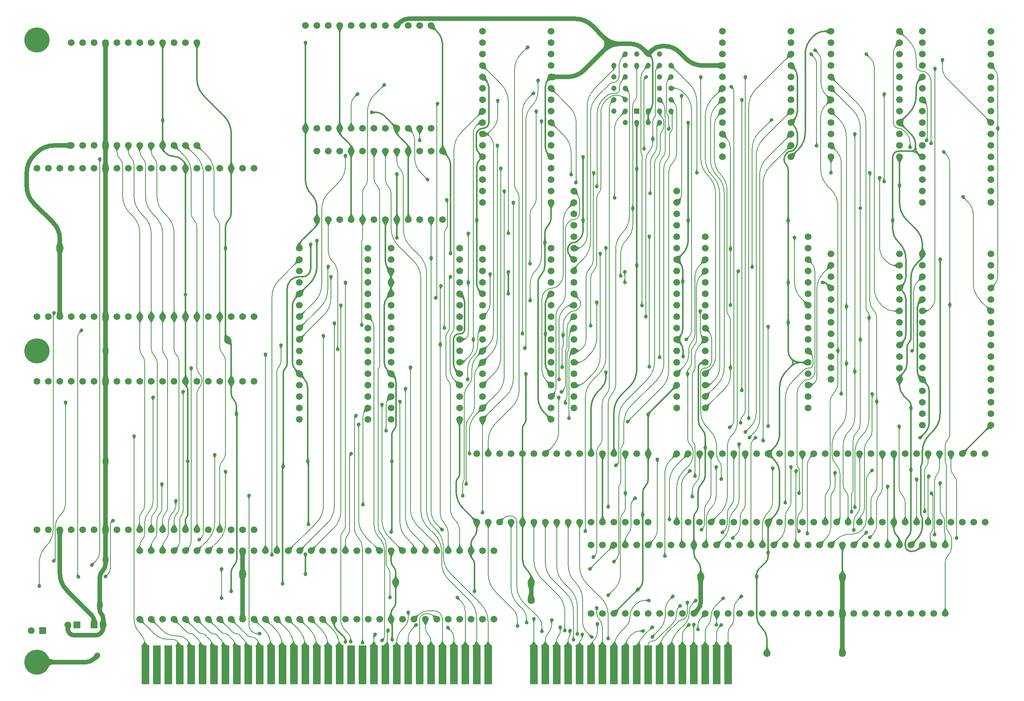
<source format=gbl>
%TF.GenerationSoftware,KiCad,Pcbnew,8.0.7*%
%TF.CreationDate,2025-02-05T16:04:10+02:00*%
%TF.ProjectId,SD Card Board,53442043-6172-4642-9042-6f6172642e6b,rev?*%
%TF.SameCoordinates,Original*%
%TF.FileFunction,Copper,L2,Bot*%
%TF.FilePolarity,Positive*%
%FSLAX46Y46*%
G04 Gerber Fmt 4.6, Leading zero omitted, Abs format (unit mm)*
G04 Created by KiCad (PCBNEW 8.0.7) date 2025-02-05 16:04:10*
%MOMM*%
%LPD*%
G01*
G04 APERTURE LIST*
%TA.AperFunction,ComponentPad*%
%ADD10C,1.500000*%
%TD*%
%TA.AperFunction,ComponentPad*%
%ADD11R,1.500000X1.500000*%
%TD*%
%TA.AperFunction,ComponentPad*%
%ADD12C,5.600000*%
%TD*%
%TA.AperFunction,ComponentPad*%
%ADD13R,1.200000X1.200000*%
%TD*%
%TA.AperFunction,ComponentPad*%
%ADD14C,1.200000*%
%TD*%
%TA.AperFunction,ConnectorPad*%
%ADD15R,1.780000X8.620000*%
%TD*%
%TA.AperFunction,ViaPad*%
%ADD16C,0.800000*%
%TD*%
%TA.AperFunction,ViaPad*%
%ADD17C,1.600000*%
%TD*%
%TA.AperFunction,ViaPad*%
%ADD18C,1.300000*%
%TD*%
%TA.AperFunction,Conductor*%
%ADD19C,0.380000*%
%TD*%
%TA.AperFunction,Conductor*%
%ADD20C,1.000000*%
%TD*%
%TA.AperFunction,Conductor*%
%ADD21C,0.200000*%
%TD*%
G04 APERTURE END LIST*
D10*
%TO.P,B16,1,A0_{IN}*%
%TO.N,/A0_{D}*%
X-1270000Y10541000D03*
%TO.P,B16,2,A1_{IN}*%
%TO.N,/A1_{D}*%
X1270000Y10541000D03*
%TO.P,B16,3,5V*%
%TO.N,/5V*%
X3810000Y10541000D03*
%TO.P,B16,4,A2_{IN}*%
%TO.N,/A2_{D}*%
X6350000Y10541000D03*
%TO.P,B16,5,A3_{IN}*%
%TO.N,/A3_{D}*%
X8890000Y10541000D03*
%TO.P,B16,6,A4_{IN}*%
%TO.N,/A4_{D}*%
X11430000Y10541000D03*
%TO.P,B16,7,A5_{IN}*%
%TO.N,/A5_{D}*%
X13970000Y10541000D03*
%TO.P,B16,8,A6_{IN}*%
%TO.N,/A6_{D}*%
X16510000Y10541000D03*
%TO.P,B16,9,A7_{IN}*%
%TO.N,/A7_{D}*%
X19050000Y10541000D03*
%TO.P,B16,10,GND*%
%TO.N,/GND*%
X21590000Y10541000D03*
%TO.P,B16,11,A8_{IN}*%
%TO.N,/A8_{D}*%
X24130000Y10541000D03*
%TO.P,B16,12,A9_{IN}*%
%TO.N,/A9_{D}*%
X26670000Y10541000D03*
%TO.P,B16,13,A10_{IN}*%
%TO.N,/A10_{D}*%
X29210000Y10541000D03*
%TO.P,B16,14,A11_{IN}*%
%TO.N,/A11_{D}*%
X31750000Y10541000D03*
%TO.P,B16,15,A12_{IN}*%
%TO.N,/A12_{D}*%
X34290000Y10541000D03*
%TO.P,B16,16,A13_{IN}*%
%TO.N,/A13_{D}*%
X36830000Y10541000D03*
%TO.P,B16,17,A14_{IN}*%
%TO.N,/A14_{D}*%
X39370000Y10541000D03*
%TO.P,B16,18,A15_{IN}*%
%TO.N,/GND*%
X41910000Y10541000D03*
%TO.P,B16,19,A16_{IN}*%
X44450000Y10541000D03*
%TO.P,B16,20,~{RD}_{IN}*%
%TO.N,/~{RD}_{D}*%
X46990000Y10541000D03*
%TO.P,B16,21,~{WD}_{IN}*%
%TO.N,/~{WD}_{D}*%
X49530000Y10541000D03*
%TO.P,B16,22,S_{IN}*%
%TO.N,/CLK_{D}*%
X52070000Y10541000D03*
%TO.P,B16,23,GND*%
%TO.N,/GND*%
X54610000Y10541000D03*
%TO.P,B16,24,D7_{IN/OUT}*%
%TO.N,/D0_{D}*%
X57150000Y10541000D03*
%TO.P,B16,25,D6_{IN/OUT}*%
%TO.N,/D1_{D}*%
X59690000Y10541000D03*
%TO.P,B16,26,D5_{IN/OUT}*%
%TO.N,/D2_{D}*%
X62230000Y10541000D03*
%TO.P,B16,27,D4_{IN/OUT}*%
%TO.N,/D3_{D}*%
X64770000Y10541000D03*
%TO.P,B16,28,D3_{IN/OUT}*%
%TO.N,/D4_{D}*%
X67310000Y10541000D03*
%TO.P,B16,29,D2_{IN/OUT}*%
%TO.N,/D5_{D}*%
X69850000Y10541000D03*
%TO.P,B16,30,D1_{IN/OUT}*%
%TO.N,/D6_{D}*%
X72390000Y10541000D03*
%TO.P,B16,31,D0_{IN/OUT}*%
%TO.N,/D7_{D}*%
X74930000Y10541000D03*
%TO.P,B16,32,Deivce_~{CS}_{IN}*%
%TO.N,/~{Select}_{D}*%
X77470000Y10541000D03*
%TO.P,B16,33,Deivce_~{CS}*%
%TO.N,/~{Device Select}*%
X77470000Y25781000D03*
%TO.P,B16,34,D0*%
%TO.N,/D7*%
X74930000Y25781000D03*
%TO.P,B16,35,5V*%
%TO.N,/5V*%
X72390000Y25781000D03*
%TO.P,B16,36,D1*%
%TO.N,/D6*%
X69850000Y25781000D03*
%TO.P,B16,37,D2*%
%TO.N,/D5*%
X67310000Y25781000D03*
%TO.P,B16,38,D3*%
%TO.N,/D4*%
X64770000Y25781000D03*
%TO.P,B16,39,D4*%
%TO.N,/D3*%
X62230000Y25781000D03*
%TO.P,B16,40,D5*%
%TO.N,/D2*%
X59690000Y25781000D03*
%TO.P,B16,41,D6*%
%TO.N,/D1*%
X57150000Y25781000D03*
%TO.P,B16,42,GND*%
%TO.N,/GND*%
X54610000Y25781000D03*
%TO.P,B16,43,D7*%
%TO.N,/D0*%
X52070000Y25781000D03*
%TO.P,B16,44,S*%
%TO.N,/PHI2*%
X49530000Y25781000D03*
%TO.P,B16,45,~{WD}*%
%TO.N,/~{WD}*%
X46990000Y25781000D03*
%TO.P,B16,46,~{RD}*%
%TO.N,/~{RD}*%
X44450000Y25781000D03*
%TO.P,B16,47,A16*%
%TO.N,unconnected-(B16-A16-Pad47)*%
X41910000Y25781000D03*
%TO.P,B16,48,A15*%
%TO.N,unconnected-(B16-A15-Pad48)*%
X39370000Y25781000D03*
%TO.P,B16,49,A14*%
%TO.N,/A14*%
X36830000Y25781000D03*
%TO.P,B16,50,A13*%
%TO.N,/A13*%
X34290000Y25781000D03*
%TO.P,B16,51,A12*%
%TO.N,/A12*%
X31750000Y25781000D03*
%TO.P,B16,52,A11*%
%TO.N,/A11*%
X29210000Y25781000D03*
%TO.P,B16,53,A10*%
%TO.N,/A10*%
X26670000Y25781000D03*
%TO.P,B16,54,A9*%
%TO.N,/A9*%
X24130000Y25781000D03*
%TO.P,B16,55,GND*%
%TO.N,/GND*%
X21590000Y25781000D03*
%TO.P,B16,56,A8*%
%TO.N,/A8*%
X19050000Y25781000D03*
%TO.P,B16,57,A7*%
%TO.N,/A7*%
X16510000Y25781000D03*
%TO.P,B16,58,A6*%
%TO.N,/A6*%
X13970000Y25781000D03*
%TO.P,B16,59,A5*%
%TO.N,/A5*%
X11430000Y25781000D03*
%TO.P,B16,60,A4*%
%TO.N,/A4*%
X8890000Y25781000D03*
%TO.P,B16,61,A3*%
%TO.N,/A3*%
X6350000Y25781000D03*
%TO.P,B16,62,A2*%
%TO.N,/A2*%
X3810000Y25781000D03*
%TO.P,B16,63,A1*%
%TO.N,/A1*%
X1270000Y25781000D03*
%TO.P,B16,64,A0*%
%TO.N,/A0*%
X-1270000Y25781000D03*
%TD*%
%TO.P,B17,1,5V*%
%TO.N,/5V*%
X35560000Y119761000D03*
%TO.P,B17,2,N.C.*%
%TO.N,unconnected-(B17-N.C.-Pad2)*%
X38100000Y119761000D03*
%TO.P,B17,3,N.C.*%
%TO.N,unconnected-(B17-N.C.-Pad3)*%
X40640000Y119761000D03*
%TO.P,B17,4,GND*%
%TO.N,/GND*%
X43180000Y119761000D03*
%TO.P,B17,5,DAT3*%
%TO.N,/DAT3*%
X45720000Y119761000D03*
%TO.P,B17,6,DAT2*%
%TO.N,/DAT2*%
X48260000Y119761000D03*
%TO.P,B17,7,DAT1*%
%TO.N,/DAT1*%
X50800000Y119761000D03*
%TO.P,B17,8,DAT0*%
%TO.N,/DAT0*%
X53340000Y119761000D03*
%TO.P,B17,9,GND*%
%TO.N,/GND*%
X55880000Y119761000D03*
%TO.P,B17,10,CMD*%
%TO.N,/SD CMD*%
X58420000Y119761000D03*
%TO.P,B17,11,~{Card_Enable}*%
%TO.N,/~{SD Card Enable}0*%
X60960000Y119761000D03*
%TO.P,B17,12,CLK*%
%TO.N,/SD CLK*%
X63500000Y119761000D03*
%TO.P,B17,13,5V*%
%TO.N,/5V*%
X63500000Y142621000D03*
%TO.P,B17,14,N.C.*%
%TO.N,unconnected-(B17-N.C.-Pad14)*%
X60960000Y142621000D03*
%TO.P,B17,15,N.C.*%
%TO.N,unconnected-(B17-N.C.-Pad15)*%
X58420000Y142621000D03*
%TO.P,B17,16,GND*%
%TO.N,/GND*%
X55880000Y142621000D03*
%TO.P,B17,17,N.C.*%
%TO.N,unconnected-(B17-N.C.-Pad17)*%
X53340000Y142621000D03*
%TO.P,B17,18,N.C.*%
%TO.N,unconnected-(B17-N.C.-Pad18)*%
X50800000Y142621000D03*
%TO.P,B17,19,N.C.*%
%TO.N,unconnected-(B17-N.C.-Pad19)*%
X48260000Y142621000D03*
%TO.P,B17,20,N.C.*%
%TO.N,unconnected-(B17-N.C.-Pad20)*%
X45720000Y142621000D03*
%TO.P,B17,21,GND*%
%TO.N,/GND*%
X43180000Y142621000D03*
%TO.P,B17,22,N.C.*%
%TO.N,unconnected-(B17-N.C.-Pad22)*%
X40640000Y142621000D03*
%TO.P,B17,23,N.C.*%
%TO.N,unconnected-(B17-N.C.-Pad23)*%
X38100000Y142621000D03*
%TO.P,B17,24,N.C.*%
%TO.N,unconnected-(B17-N.C.-Pad24)*%
X35560000Y142621000D03*
%TD*%
%TO.P,B4,1,5V*%
%TO.N,/5V*%
X38100000Y99441000D03*
%TO.P,B4,2,~{Device_RAM}*%
%TO.N,/~{Device RAM}*%
X40640000Y99441000D03*
%TO.P,B4,3,~{Device_Registers}*%
%TO.N,/~{Device Registers}*%
X43180000Y99441000D03*
%TO.P,B4,4,GND*%
%TO.N,/GND*%
X45720000Y99441000D03*
%TO.P,B4,5,~{Device_ROM}*%
%TO.N,/~{Device ROM}*%
X48260000Y99441000D03*
%TO.P,B4,6,H2_{REG}*%
%TO.N,/GND*%
X50800000Y99441000D03*
%TO.P,B4,7,H1_{REG}*%
X53340000Y99441000D03*
%TO.P,B4,8,H0_{REG}*%
%TO.N,/3.3V*%
X55880000Y99441000D03*
%TO.P,B4,9,GND*%
%TO.N,/GND*%
X58420000Y99441000D03*
%TO.P,B4,10,~{RD}*%
%TO.N,/~{RD}*%
X60960000Y99441000D03*
%TO.P,B4,11,~{Device_Select}*%
%TO.N,/~{Device Select}*%
X63500000Y99441000D03*
%TO.P,B4,12,~{WD}*%
%TO.N,/~{WD}*%
X66040000Y99441000D03*
%TO.P,B4,13,5V*%
%TO.N,/5V*%
X66040000Y114681000D03*
%TO.P,B4,14,N.C.*%
%TO.N,unconnected-(B4-N.C.-Pad14)*%
X63500000Y114681000D03*
%TO.P,B4,15,N.C.*%
%TO.N,unconnected-(B4-N.C.-Pad15)*%
X60960000Y114681000D03*
%TO.P,B4,16,GND*%
%TO.N,/GND*%
X58420000Y114681000D03*
%TO.P,B4,17,H0_{OUT}*%
%TO.N,/H0_{D}*%
X55880000Y114681000D03*
%TO.P,B4,18,H1_{OUT}*%
%TO.N,/H1_{D}*%
X53340000Y114681000D03*
%TO.P,B4,19,H2_{OUT}*%
%TO.N,/H2_{D}*%
X50800000Y114681000D03*
%TO.P,B4,20,N.C.*%
%TO.N,unconnected-(B4-N.C.-Pad20)*%
X48260000Y114681000D03*
%TO.P,B4,21,GND*%
%TO.N,/GND*%
X45720000Y114681000D03*
%TO.P,B4,22,N.C.*%
%TO.N,unconnected-(B4-N.C.-Pad22)*%
X43180000Y114681000D03*
%TO.P,B4,23,N.C.*%
%TO.N,unconnected-(B4-N.C.-Pad23)*%
X40640000Y114681000D03*
%TO.P,B4,24,3.3V*%
%TO.N,/3.3V*%
X38100000Y114681000D03*
%TD*%
%TO.P,B5,1,Write_Count_Data_Byte_High*%
%TO.N,/Write Count Data Byte High*%
X95250000Y105791000D03*
%TO.P,B5,2,Write_Count_Data_Byte_Low*%
%TO.N,/Write Count Data Byte Low*%
X95250000Y103251000D03*
%TO.P,B5,3,5V*%
%TO.N,/5V*%
X95250000Y100711000D03*
%TO.P,B5,4,~{Read_CRC_Started}*%
%TO.N,/~{Read CRC Started}*%
X95250000Y98171000D03*
%TO.P,B5,5,~{Read_Transmit_Started}*%
%TO.N,/~{Read Transmit Started}*%
X95250000Y95631000D03*
%TO.P,B5,6,D7*%
%TO.N,/D7*%
X95250000Y93091000D03*
%TO.P,B5,7,GND*%
%TO.N,/GND*%
X95250000Y90551000D03*
%TO.P,B5,8,D6*%
%TO.N,/D6*%
X95250000Y88011000D03*
%TO.P,B5,9,D5*%
%TO.N,/D5*%
X95250000Y85471000D03*
%TO.P,B5,10,D4*%
%TO.N,/D4*%
X95250000Y82931000D03*
%TO.P,B5,11,D3*%
%TO.N,/D3*%
X95250000Y80391000D03*
%TO.P,B5,12,D2*%
%TO.N,/D2*%
X95250000Y77851000D03*
%TO.P,B5,13,D1*%
%TO.N,/D1*%
X95250000Y75311000D03*
%TO.P,B5,14,GND*%
%TO.N,/GND*%
X95250000Y72771000D03*
%TO.P,B5,15,D0*%
%TO.N,/D0*%
X95250000Y70231000D03*
%TO.P,B5,16,~{Load_Down_Count}*%
%TO.N,/~{Load Down Count}*%
X95250000Y67691000D03*
%TO.P,B5,17,~{Reset}*%
%TO.N,/~{Reset}*%
X95250000Y65151000D03*
%TO.P,B5,18,Second_Half_CLK*%
%TO.N,/Second Half CLK*%
X95250000Y62611000D03*
%TO.P,B5,19,Q9*%
%TO.N,unconnected-(B5-Q9-Pad19)*%
X95250000Y60071000D03*
%TO.P,B5,20,Q8*%
%TO.N,unconnected-(B5-Q8-Pad20)*%
X95250000Y57531000D03*
%TO.P,B5,21,~{TCD}_{0..3}*%
%TO.N,unconnected-(B5-~{TCD}_{0..3}-Pad21)*%
X118110000Y57531000D03*
%TO.P,B5,22,~{TCD}_{4..7}*%
%TO.N,unconnected-(B5-~{TCD}_{4..7}-Pad22)*%
X118110000Y60071000D03*
%TO.P,B5,23,5V*%
%TO.N,/5V*%
X118110000Y62611000D03*
%TO.P,B5,24,~{TCD}_{8..11}*%
%TO.N,/~{TCD}_{8..11}*%
X118110000Y65151000D03*
%TO.P,B5,25,Q0*%
%TO.N,unconnected-(B5-Q0-Pad25)*%
X118110000Y67691000D03*
%TO.P,B5,26,Q1*%
%TO.N,unconnected-(B5-Q1-Pad26)*%
X118110000Y70231000D03*
%TO.P,B5,27,GND*%
%TO.N,/GND*%
X118110000Y72771000D03*
%TO.P,B5,28,Q2*%
%TO.N,unconnected-(B5-Q2-Pad28)*%
X118110000Y75311000D03*
%TO.P,B5,29,Q3*%
%TO.N,unconnected-(B5-Q3-Pad29)*%
X118110000Y77851000D03*
%TO.P,B5,30,Q4*%
%TO.N,unconnected-(B5-Q4-Pad30)*%
X118110000Y80391000D03*
%TO.P,B5,31,Q5*%
%TO.N,unconnected-(B5-Q5-Pad31)*%
X118110000Y82931000D03*
%TO.P,B5,32,Q6*%
%TO.N,unconnected-(B5-Q6-Pad32)*%
X118110000Y85471000D03*
%TO.P,B5,33,Q7*%
%TO.N,unconnected-(B5-Q7-Pad33)*%
X118110000Y88011000D03*
%TO.P,B5,34,GND*%
%TO.N,/GND*%
X118110000Y90551000D03*
%TO.P,B5,35,N.C.*%
%TO.N,unconnected-(B5-N.C.-Pad35)*%
X118110000Y93091000D03*
%TO.P,B5,36,N.C.*%
%TO.N,unconnected-(B5-N.C.-Pad36)*%
X118110000Y95631000D03*
%TO.P,B5,37,Q10*%
%TO.N,unconnected-(B5-Q10-Pad37)*%
X118110000Y98171000D03*
%TO.P,B5,38,Q11*%
%TO.N,unconnected-(B5-Q11-Pad38)*%
X118110000Y100711000D03*
%TO.P,B5,39,Write_Count_CRC_Byte_High*%
%TO.N,/Write Count CRC Byte High*%
X118110000Y103251000D03*
%TO.P,B5,40,Write_Count_CRC_Byte_Low*%
%TO.N,/Write Count CRC Byte Low*%
X118110000Y105791000D03*
%TD*%
%TO.P,B1,1,5V*%
%TO.N,/5V*%
X172720000Y91821000D03*
%TO.P,B1,2,Read_GD__{0..3}*%
%TO.N,/Read GPIO Direct*%
X172720000Y89281000D03*
%TO.P,B1,3,Write_GD__{0..3}*%
%TO.N,/Write GPIO Direct*%
X172720000Y86741000D03*
%TO.P,B1,4,Enable*%
%TO.N,/Enable*%
X172720000Y84201000D03*
%TO.P,B1,5,GND*%
%TO.N,/GND*%
X172720000Y81661000D03*
%TO.P,B1,6,D7*%
%TO.N,/D7*%
X172720000Y79121000D03*
%TO.P,B1,7,D6*%
%TO.N,/D6*%
X172720000Y76581000D03*
%TO.P,B1,8,D5*%
%TO.N,/D5*%
X172720000Y74041000D03*
%TO.P,B1,9,D4*%
%TO.N,/D4*%
X172720000Y71501000D03*
%TO.P,B1,10,D3*%
%TO.N,/D3*%
X172720000Y68961000D03*
%TO.P,B1,11,D2*%
%TO.N,/D2*%
X172720000Y66421000D03*
%TO.P,B1,12,GND*%
%TO.N,/GND*%
X172720000Y63881000D03*
%TO.P,B1,13,D1*%
%TO.N,/D1*%
X172720000Y61341000D03*
%TO.P,B1,14,D0*%
%TO.N,/D0*%
X172720000Y58801000D03*
%TO.P,B1,15,N.C.*%
%TO.N,unconnected-(B1-N.C.-Pad15)*%
X172720000Y56261000D03*
%TO.P,B1,16,N.C.*%
%TO.N,unconnected-(B1-N.C.-Pad16)*%
X172720000Y53721000D03*
%TO.P,B1,17,5V*%
%TO.N,/5V*%
X187960000Y53721000D03*
%TO.P,B1,18,N.C.*%
%TO.N,unconnected-(B1-N.C.-Pad18)*%
X187960000Y56261000D03*
%TO.P,B1,19,N.C.*%
%TO.N,unconnected-(B1-N.C.-Pad19)*%
X187960000Y58801000D03*
%TO.P,B1,20,GPIO3*%
%TO.N,/DAT3*%
X187960000Y61341000D03*
%TO.P,B1,21,GND*%
%TO.N,/GND*%
X187960000Y63881000D03*
%TO.P,B1,22,GPIO2*%
%TO.N,/DAT0*%
X187960000Y66421000D03*
%TO.P,B1,23,N.C.*%
%TO.N,unconnected-(B1-N.C.-Pad23)*%
X187960000Y68961000D03*
%TO.P,B1,24,N.C.*%
%TO.N,unconnected-(B1-N.C.-Pad24)*%
X187960000Y71501000D03*
%TO.P,B1,25,N.C.*%
%TO.N,unconnected-(B1-N.C.-Pad25)*%
X187960000Y74041000D03*
%TO.P,B1,26,N.C.*%
%TO.N,unconnected-(B1-N.C.-Pad26)*%
X187960000Y76581000D03*
%TO.P,B1,27,GPIO1*%
%TO.N,/SD CMD*%
X187960000Y79121000D03*
%TO.P,B1,28,GND*%
%TO.N,/GND*%
X187960000Y81661000D03*
%TO.P,B1,29,GPIO0*%
%TO.N,/SD CLK*%
X187960000Y84201000D03*
%TO.P,B1,30,N.C.*%
%TO.N,unconnected-(B1-N.C.-Pad30)*%
X187960000Y86741000D03*
%TO.P,B1,31,Read*%
%TO.N,/3.3V*%
X187960000Y89281000D03*
%TO.P,B1,32,N.C.*%
%TO.N,unconnected-(B1-N.C.-Pad32)*%
X187960000Y91821000D03*
%TD*%
D11*
%TO.P,C4,1*%
%TO.N,/12V*%
X-15240000Y9271000D03*
D10*
%TO.P,C4,2*%
%TO.N,/GND*%
X-17240000Y9271000D03*
%TD*%
D12*
%TO.P,H10,1,GND*%
%TO.N,/GND*%
X-24130000Y1016000D03*
%TD*%
D10*
%TO.P,B20,1,N.C.*%
%TO.N,unconnected-(B20-N.C.-Pad1)*%
X-24130000Y77851000D03*
%TO.P,B20,2,N.C.*%
%TO.N,unconnected-(B20-N.C.-Pad2)*%
X-21590000Y77851000D03*
%TO.P,B20,3,5V*%
%TO.N,/5V*%
X-19050000Y77851000D03*
%TO.P,B20,4,N.C.*%
%TO.N,unconnected-(B20-N.C.-Pad4)*%
X-16510000Y77851000D03*
%TO.P,B20,5,N.C.*%
%TO.N,unconnected-(B20-N.C.-Pad5)*%
X-13970000Y77851000D03*
%TO.P,B20,6,N.C.*%
%TO.N,unconnected-(B20-N.C.-Pad6)*%
X-11430000Y77851000D03*
%TO.P,B20,7,GND*%
%TO.N,/GND*%
X-8890000Y77851000D03*
%TO.P,B20,8,N.C.*%
%TO.N,unconnected-(B20-N.C.-Pad8)*%
X-6350000Y77851000D03*
%TO.P,B20,9,N.C.*%
%TO.N,unconnected-(B20-N.C.-Pad9)*%
X-3810000Y77851000D03*
%TO.P,B20,10,DAT3*%
%TO.N,/DAT3*%
X-1270000Y77851000D03*
%TO.P,B20,11,DAT2*%
%TO.N,/DAT2*%
X1270000Y77851000D03*
%TO.P,B20,12,DAT1*%
%TO.N,/DAT1*%
X3810000Y77851000D03*
%TO.P,B20,13,DAT0*%
%TO.N,/DAT0*%
X6350000Y77851000D03*
%TO.P,B20,14,GND*%
%TO.N,/GND*%
X8890000Y77851000D03*
%TO.P,B20,15,CMD*%
%TO.N,/SD CMD*%
X11430000Y77851000D03*
%TO.P,B20,16,~{Card_Enable}*%
%TO.N,/~{SD Card Enable}2*%
X13970000Y77851000D03*
%TO.P,B20,17,CLK*%
%TO.N,/SD CLK*%
X16510000Y77851000D03*
%TO.P,B20,18,N.C.*%
%TO.N,unconnected-(B20-N.C.-Pad18)*%
X19050000Y77851000D03*
%TO.P,B20,19,N.C.*%
%TO.N,unconnected-(B20-N.C.-Pad19)*%
X21590000Y77851000D03*
%TO.P,B20,20,N.C.*%
%TO.N,unconnected-(B20-N.C.-Pad20)*%
X24130000Y77851000D03*
%TO.P,B20,21,N.C.*%
%TO.N,unconnected-(B20-N.C.-Pad21)*%
X24130000Y110871000D03*
%TO.P,B20,22,N.C.*%
%TO.N,unconnected-(B20-N.C.-Pad22)*%
X21590000Y110871000D03*
%TO.P,B20,23,5V*%
%TO.N,/5V*%
X19050000Y110871000D03*
%TO.P,B20,24,N.C.*%
%TO.N,unconnected-(B20-N.C.-Pad24)*%
X16510000Y110871000D03*
%TO.P,B20,25,N.C.*%
%TO.N,unconnected-(B20-N.C.-Pad25)*%
X13970000Y110871000D03*
%TO.P,B20,26,N.C.*%
%TO.N,unconnected-(B20-N.C.-Pad26)*%
X11430000Y110871000D03*
%TO.P,B20,27,GND*%
%TO.N,/GND*%
X8890000Y110871000D03*
%TO.P,B20,28,N.C.*%
%TO.N,unconnected-(B20-N.C.-Pad28)*%
X6350000Y110871000D03*
%TO.P,B20,29,N.C.*%
%TO.N,unconnected-(B20-N.C.-Pad29)*%
X3810000Y110871000D03*
%TO.P,B20,30,N.C.*%
%TO.N,unconnected-(B20-N.C.-Pad30)*%
X1270000Y110871000D03*
%TO.P,B20,31,N.C.*%
%TO.N,unconnected-(B20-N.C.-Pad31)*%
X-1270000Y110871000D03*
%TO.P,B20,32,N.C.*%
%TO.N,unconnected-(B20-N.C.-Pad32)*%
X-3810000Y110871000D03*
%TO.P,B20,33,N.C.*%
%TO.N,unconnected-(B20-N.C.-Pad33)*%
X-6350000Y110871000D03*
%TO.P,B20,34,GND*%
%TO.N,/GND*%
X-8890000Y110871000D03*
%TO.P,B20,35,N.C.*%
%TO.N,unconnected-(B20-N.C.-Pad35)*%
X-11430000Y110871000D03*
%TO.P,B20,36,N.C.*%
%TO.N,unconnected-(B20-N.C.-Pad36)*%
X-13970000Y110871000D03*
%TO.P,B20,37,N.C.*%
%TO.N,unconnected-(B20-N.C.-Pad37)*%
X-16510000Y110871000D03*
%TO.P,B20,38,N.C.*%
%TO.N,unconnected-(B20-N.C.-Pad38)*%
X-19050000Y110871000D03*
%TO.P,B20,39,N.C.*%
%TO.N,unconnected-(B20-N.C.-Pad39)*%
X-21590000Y110871000D03*
%TO.P,B20,40,N.C.*%
%TO.N,unconnected-(B20-N.C.-Pad40)*%
X-24130000Y110871000D03*
%TD*%
D11*
%TO.P,LED1,1,K*%
%TO.N,Net-(LED1-K)*%
X-22860000Y8001000D03*
D10*
%TO.P,LED1,2,A*%
%TO.N,/GND*%
X-25400000Y8001000D03*
%TD*%
%TO.P,B7,1,5V*%
%TO.N,/5V*%
X74930000Y141351000D03*
%TO.P,B7,2,Y7_{R}*%
%TO.N,unconnected-(B7-Y7_{R}-Pad2)*%
X74930000Y138811000D03*
%TO.P,B7,3,Y6_{R}*%
%TO.N,unconnected-(B7-Y6_{R}-Pad3)*%
X74930000Y136271000D03*
%TO.P,B7,4,~{Device_Registers}*%
%TO.N,/~{Device Registers}*%
X74930000Y133731000D03*
%TO.P,B7,5,GND*%
%TO.N,/GND*%
X74930000Y131191000D03*
%TO.P,B7,6,Y5_{R}*%
%TO.N,unconnected-(B7-Y5_{R}-Pad6)*%
X74930000Y128651000D03*
%TO.P,B7,7,Y4_{R}*%
%TO.N,/Read Flags*%
X74930000Y126111000D03*
%TO.P,B7,8,~{E2}*%
%TO.N,/~{A3}*%
X74930000Y123571000D03*
%TO.P,B7,9,E3*%
%TO.N,/~{A4}*%
X74930000Y121031000D03*
%TO.P,B7,10,A2*%
%TO.N,/A2*%
X74930000Y118491000D03*
%TO.P,B7,11,A1*%
%TO.N,/A1*%
X74930000Y115951000D03*
%TO.P,B7,12,GND*%
%TO.N,/GND*%
X74930000Y113411000D03*
%TO.P,B7,13,A0*%
%TO.N,/A0*%
X74930000Y110871000D03*
%TO.P,B7,14,N.C.*%
%TO.N,unconnected-(B7-N.C.-Pad14)*%
X74930000Y108331000D03*
%TO.P,B7,15,~{RD}*%
%TO.N,/~{RD}*%
X74930000Y105791000D03*
%TO.P,B7,16,~{WD}*%
%TO.N,/~{WD}*%
X74930000Y103251000D03*
%TO.P,B7,17,5V*%
%TO.N,/5V*%
X90170000Y103251000D03*
%TO.P,B7,18,N.C.*%
%TO.N,unconnected-(B7-N.C.-Pad18)*%
X90170000Y105791000D03*
%TO.P,B7,19,Y7_{W}*%
%TO.N,/Write Data High*%
X90170000Y108331000D03*
%TO.P,B7,20,Y6_{W}*%
%TO.N,/Write Data Low*%
X90170000Y110871000D03*
%TO.P,B7,21,GND*%
%TO.N,/GND*%
X90170000Y113411000D03*
%TO.P,B7,22,Y5_{W}*%
%TO.N,unconnected-(B7-Y5_{W}-Pad22)*%
X90170000Y115951000D03*
%TO.P,B7,23,Y4_{W}*%
%TO.N,/Write Flags*%
X90170000Y118491000D03*
%TO.P,B7,24,Y3_{W}*%
%TO.N,/Write Read Start*%
X90170000Y121031000D03*
%TO.P,B7,25,Y2_{W}*%
%TO.N,/Write Clear Interrupt*%
X90170000Y123571000D03*
%TO.P,B7,26,Y1_{W}*%
%TO.N,/Write Count CRC Byte High*%
X90170000Y126111000D03*
%TO.P,B7,27,Y0_{W}*%
%TO.N,/Write Count CRC Byte Low*%
X90170000Y128651000D03*
%TO.P,B7,28,GND*%
%TO.N,/GND*%
X90170000Y131191000D03*
%TO.P,B7,29,Y3_{R}*%
%TO.N,unconnected-(B7-Y3_{R}-Pad29)*%
X90170000Y133731000D03*
%TO.P,B7,30,Y2_{R}*%
%TO.N,unconnected-(B7-Y2_{R}-Pad30)*%
X90170000Y136271000D03*
%TO.P,B7,31,Y1_{R}*%
%TO.N,unconnected-(B7-Y1_{R}-Pad31)*%
X90170000Y138811000D03*
%TO.P,B7,32,Y0_{R}*%
%TO.N,unconnected-(B7-Y0_{R}-Pad32)*%
X90170000Y141351000D03*
%TD*%
%TO.P,B9,1,5V*%
%TO.N,/5V*%
X34222000Y93091000D03*
%TO.P,B9,2,Interrupt_CLK*%
%TO.N,/PHI2*%
X34222000Y90551000D03*
%TO.P,B9,3,Write_Clear_Interrupt*%
%TO.N,/Write Clear Interrupt*%
X34222000Y88011000D03*
%TO.P,B9,4,~{Set_Interrupt_on_CLK}*%
%TO.N,/~{Stop Read Funk}*%
X34222000Y85471000D03*
%TO.P,B9,5,GND*%
%TO.N,/GND*%
X34222000Y82931000D03*
%TO.P,B9,6,Read_Flags*%
%TO.N,/Read Flags*%
X34222000Y80391000D03*
%TO.P,B9,7,Write_Flags*%
%TO.N,/Write Flags*%
X34222000Y77851000D03*
%TO.P,B9,8,D7*%
%TO.N,/D7*%
X34222000Y75311000D03*
%TO.P,B9,9,D6*%
%TO.N,/D6*%
X34222000Y72771000D03*
%TO.P,B9,10,D5*%
%TO.N,/D5*%
X34222000Y70231000D03*
%TO.P,B9,11,D4*%
%TO.N,/D4*%
X34222000Y67691000D03*
%TO.P,B9,12,GND*%
%TO.N,/GND*%
X34222000Y65151000D03*
%TO.P,B9,13,D3*%
%TO.N,/D3*%
X34222000Y62611000D03*
%TO.P,B9,14,D2*%
%TO.N,/D2*%
X34222000Y60071000D03*
%TO.P,B9,15,D1*%
%TO.N,/D1*%
X34222000Y57531000D03*
%TO.P,B9,16,D0*%
%TO.N,/D0*%
X34222000Y54991000D03*
%TO.P,B9,17,5V*%
%TO.N,/5V*%
X49462000Y54991000D03*
%TO.P,B9,18,F0*%
%TO.N,/Card ID0*%
X49462000Y57531000D03*
%TO.P,B9,19,F1*%
%TO.N,/Card ID1*%
X49462000Y60071000D03*
%TO.P,B9,20,F2*%
%TO.N,unconnected-(B9-F2-Pad20)*%
X49462000Y62611000D03*
%TO.P,B9,21,GND*%
%TO.N,/GND*%
X49462000Y65151000D03*
%TO.P,B9,22,F3*%
%TO.N,unconnected-(B9-F3-Pad22)*%
X49462000Y67691000D03*
%TO.P,B9,23,F4*%
%TO.N,unconnected-(B9-F4-Pad23)*%
X49462000Y70231000D03*
%TO.P,B9,24,F5*%
%TO.N,unconnected-(B9-F5-Pad24)*%
X49462000Y72771000D03*
%TO.P,B9,25,N.C.*%
%TO.N,unconnected-(B9-N.C.-Pad25)*%
X49462000Y75311000D03*
%TO.P,B9,26,~{Enable}*%
%TO.N,/~{Enable}_{D}*%
X49462000Y77851000D03*
%TO.P,B9,27,Enable*%
%TO.N,/Enable*%
X49462000Y80391000D03*
%TO.P,B9,28,GND*%
%TO.N,/GND*%
X49462000Y82931000D03*
%TO.P,B9,29,~{INT}*%
%TO.N,/~{Interrupt}_{D}*%
X49462000Y85471000D03*
%TO.P,B9,30,INT*%
%TO.N,unconnected-(B9-INT-Pad30)*%
X49462000Y88011000D03*
%TO.P,B9,31,N.C.*%
%TO.N,unconnected-(B9-N.C.-Pad31)*%
X49462000Y90551000D03*
%TO.P,B9,32,N.C.*%
%TO.N,unconnected-(B9-N.C.-Pad32)*%
X49462000Y93091000D03*
%TD*%
D11*
%TO.P,C3,1*%
%TO.N,/5V*%
X-11430000Y9271000D03*
D10*
%TO.P,C3,2*%
%TO.N,/GND*%
X-9430000Y9271000D03*
%TD*%
%TO.P,B3,1,~{Main_Access_Slot}*%
%TO.N,/~{Main Access}*%
X177800000Y27051000D03*
%TO.P,B3,2,~{Main}*%
%TO.N,/~{Main}*%
X175260000Y27051000D03*
%TO.P,B3,3,5V*%
%TO.N,/5V*%
X172720000Y27051000D03*
%TO.P,B3,4,~{RD}*%
%TO.N,/3.3V*%
X170180000Y27051000D03*
%TO.P,B3,5,~{WD}*%
%TO.N,/GND*%
X167640000Y27051000D03*
%TO.P,B3,6,A23*%
%TO.N,/MA0*%
X165100000Y27051000D03*
%TO.P,B3,7,A22*%
%TO.N,/MA1*%
X162560000Y27051000D03*
%TO.P,B3,8,A21*%
%TO.N,/MA2*%
X160020000Y27051000D03*
%TO.P,B3,9,A20*%
%TO.N,/MA3*%
X157480000Y27051000D03*
%TO.P,B3,10,GND*%
%TO.N,/GND*%
X154940000Y27051000D03*
%TO.P,B3,11,A19*%
%TO.N,/MA4*%
X152400000Y27051000D03*
%TO.P,B3,12,A18*%
%TO.N,/MA5*%
X149860000Y27051000D03*
%TO.P,B3,13,A17*%
%TO.N,/MA6*%
X147320000Y27051000D03*
%TO.P,B3,14,A16*%
%TO.N,/MA7*%
X144780000Y27051000D03*
%TO.P,B3,15,A15*%
%TO.N,/MA8*%
X142240000Y27051000D03*
%TO.P,B3,16,A14*%
%TO.N,/MA9*%
X139700000Y27051000D03*
%TO.P,B3,17,A13*%
%TO.N,/MA10*%
X137160000Y27051000D03*
%TO.P,B3,18,A12*%
%TO.N,/MA11*%
X134620000Y27051000D03*
%TO.P,B3,19,A11*%
%TO.N,/MA12*%
X132080000Y27051000D03*
%TO.P,B3,20,A10*%
%TO.N,/MA13*%
X129540000Y27051000D03*
%TO.P,B3,21,A9*%
%TO.N,/MA14*%
X127000000Y27051000D03*
%TO.P,B3,22,A8*%
%TO.N,/MA15*%
X124460000Y27051000D03*
%TO.P,B3,23,GND*%
%TO.N,/GND*%
X121920000Y27051000D03*
%TO.P,B3,24,A7*%
%TO.N,/MA16*%
X119380000Y27051000D03*
%TO.P,B3,25,A6*%
%TO.N,/MA17*%
X116840000Y27051000D03*
%TO.P,B3,26,A5*%
%TO.N,/MA18*%
X114300000Y27051000D03*
%TO.P,B3,27,A4*%
%TO.N,/MA19*%
X111760000Y27051000D03*
%TO.P,B3,28,A3*%
%TO.N,/MA20*%
X109220000Y27051000D03*
%TO.P,B3,29,A2*%
%TO.N,/MA21*%
X106680000Y27051000D03*
%TO.P,B3,30,MCLK*%
%TO.N,/CLK_{M}*%
X104140000Y27051000D03*
%TO.P,B3,31,A1*%
%TO.N,/MA22*%
X101600000Y27051000D03*
%TO.P,B3,32,A0*%
%TO.N,/MA23*%
X99060000Y27051000D03*
%TO.P,B3,33,MA0*%
%TO.N,/A23_{M}*%
X99060000Y11811000D03*
%TO.P,B3,34,MA1*%
%TO.N,/A22_{M}*%
X101600000Y11811000D03*
%TO.P,B3,35,5V*%
%TO.N,/5V*%
X104140000Y11811000D03*
%TO.P,B3,36,MA2*%
%TO.N,/A21_{M}*%
X106680000Y11811000D03*
%TO.P,B3,37,MA3*%
%TO.N,/A20_{M}*%
X109220000Y11811000D03*
%TO.P,B3,38,MA4*%
%TO.N,/A19_{M}*%
X111760000Y11811000D03*
%TO.P,B3,39,MA5*%
%TO.N,/A18_{M}*%
X114300000Y11811000D03*
%TO.P,B3,40,MA6*%
%TO.N,/A17_{M}*%
X116840000Y11811000D03*
%TO.P,B3,41,MA7*%
%TO.N,/A16_{M}*%
X119380000Y11811000D03*
%TO.P,B3,42,GND*%
%TO.N,/GND*%
X121920000Y11811000D03*
%TO.P,B3,43,MA8*%
%TO.N,/A15_{M}*%
X124460000Y11811000D03*
%TO.P,B3,44,MA9*%
%TO.N,/A14_{M}*%
X127000000Y11811000D03*
%TO.P,B3,45,MA10*%
%TO.N,/A13_{M}*%
X129540000Y11811000D03*
%TO.P,B3,46,MA11*%
%TO.N,/A12_{M}*%
X132080000Y11811000D03*
%TO.P,B3,47,MA12*%
%TO.N,/A11_{M}*%
X134620000Y11811000D03*
%TO.P,B3,48,MA13*%
%TO.N,/A10_{M}*%
X137160000Y11811000D03*
%TO.P,B3,49,MA14*%
%TO.N,/A9_{M}*%
X139700000Y11811000D03*
%TO.P,B3,50,MA15*%
%TO.N,/A8_{M}*%
X142240000Y11811000D03*
%TO.P,B3,51,MA16*%
%TO.N,/A7_{M}*%
X144780000Y11811000D03*
%TO.P,B3,52,MA17*%
%TO.N,/A6_{M}*%
X147320000Y11811000D03*
%TO.P,B3,53,MA18*%
%TO.N,/A5_{M}*%
X149860000Y11811000D03*
%TO.P,B3,54,MA19*%
%TO.N,/A4_{M}*%
X152400000Y11811000D03*
%TO.P,B3,55,GND*%
%TO.N,/GND*%
X154940000Y11811000D03*
%TO.P,B3,56,MA20*%
%TO.N,/A3_{M}*%
X157480000Y11811000D03*
%TO.P,B3,57,MA21*%
%TO.N,/A2_{M}*%
X160020000Y11811000D03*
%TO.P,B3,58,MA22*%
%TO.N,/A1_{M}*%
X162560000Y11811000D03*
%TO.P,B3,59,MA23*%
%TO.N,/A0_{M}*%
X165100000Y11811000D03*
%TO.P,B3,60,M~{WD}*%
%TO.N,/~{RD}_{M}*%
X167640000Y11811000D03*
%TO.P,B3,61,M~{RD}*%
%TO.N,/~{WD}_{M}*%
X170180000Y11811000D03*
%TO.P,B3,62,N.C.*%
%TO.N,unconnected-(B3-N.C.-Pad62)*%
X172720000Y11811000D03*
%TO.P,B3,63,~{CLK}*%
%TO.N,unconnected-(B3-~{CLK}-Pad63)*%
X175260000Y11811000D03*
%TO.P,B3,64,CLK*%
%TO.N,/Fast CLK*%
X177800000Y11811000D03*
%TD*%
%TO.P,B2,1,5V*%
%TO.N,/5V*%
X152400000Y91821000D03*
%TO.P,B2,2,~{Stop_Funk}*%
%TO.N,/~{Stop Read Funk}*%
X152400000Y89281000D03*
%TO.P,B2,3,N.C.*%
%TO.N,unconnected-(B2-N.C.-Pad3)*%
X152400000Y86741000D03*
%TO.P,B2,4,GND*%
%TO.N,/GND*%
X152400000Y84201000D03*
%TO.P,B2,5,CLK_{M}*%
%TO.N,/Fast CLK*%
X152400000Y81661000D03*
%TO.P,B2,6,N.C.*%
%TO.N,unconnected-(B2-N.C.-Pad6)*%
X152400000Y79121000D03*
%TO.P,B2,7,N.C.*%
%TO.N,unconnected-(B2-N.C.-Pad7)*%
X152400000Y76581000D03*
%TO.P,B2,8,N.C.*%
%TO.N,unconnected-(B2-N.C.-Pad8)*%
X152400000Y74041000D03*
%TO.P,B2,9,GND*%
%TO.N,/GND*%
X152400000Y71501000D03*
%TO.P,B2,10,N.C.*%
%TO.N,unconnected-(B2-N.C.-Pad10)*%
X152400000Y68961000D03*
%TO.P,B2,11,N.C.*%
%TO.N,unconnected-(B2-N.C.-Pad11)*%
X152400000Y66421000D03*
%TO.P,B2,12,~{Reset}*%
%TO.N,/~{Reset}*%
X152400000Y63881000D03*
%TO.P,B2,13,5V*%
%TO.N,/5V*%
X167640000Y63881000D03*
%TO.P,B2,14,~{Write_Clock_Speed_Select}*%
%TO.N,/~{Write Read Start}*%
X167640000Y66421000D03*
%TO.P,B2,15,N.C.*%
%TO.N,unconnected-(B2-N.C.-Pad15)*%
X167640000Y68961000D03*
%TO.P,B2,16,GND*%
%TO.N,/GND*%
X167640000Y71501000D03*
%TO.P,B2,17,~{Second_Half_CLK}_{Dragged2}*%
%TO.N,/~{Second Half CLK}_{Dragged2}*%
X167640000Y74041000D03*
%TO.P,B2,18,Second_Half_CLK*%
%TO.N,/Second Half CLK*%
X167640000Y76581000D03*
%TO.P,B2,19,First_Half_CLK*%
%TO.N,/First Half CLK*%
X167640000Y79121000D03*
%TO.P,B2,20,~{Second_Half_CLK}_{Dragged1}*%
%TO.N,/~{Second Half CLK}_{Dragged1}*%
X167640000Y81661000D03*
%TO.P,B2,21,GND*%
%TO.N,/GND*%
X167640000Y84201000D03*
%TO.P,B2,22,SD_CLK*%
%TO.N,/SD CLK*%
X167640000Y86741000D03*
%TO.P,B2,23,Write_Clock_Speed_Select*%
%TO.N,/Write Read Start*%
X167640000Y89281000D03*
%TO.P,B2,24,3.3V*%
%TO.N,unconnected-(B2-3.3V-Pad24)*%
X167640000Y91821000D03*
%TD*%
%TO.P,B10,1,5V*%
%TO.N,/5V*%
X128270000Y141351000D03*
%TO.P,B10,2,N.C.*%
%TO.N,unconnected-(B10-N.C.-Pad2)*%
X128270000Y138811000D03*
%TO.P,B10,3,First_CLK*%
%TO.N,/First Half CLK*%
X128270000Y136271000D03*
%TO.P,B10,4,GND*%
%TO.N,/GND*%
X128270000Y133731000D03*
%TO.P,B10,5,DAT3*%
%TO.N,/DAT3*%
X128270000Y131191000D03*
%TO.P,B10,6,DAT2*%
%TO.N,/DAT2*%
X128270000Y128651000D03*
%TO.P,B10,7,DAT1*%
%TO.N,/DAT1*%
X128270000Y126111000D03*
%TO.P,B10,8,DAT0*%
%TO.N,/DAT0*%
X128270000Y123571000D03*
%TO.P,B10,9,GND*%
%TO.N,/GND*%
X128270000Y121031000D03*
%TO.P,B10,10,Second_CLK*%
%TO.N,/Second Half CLK*%
X128270000Y118491000D03*
%TO.P,B10,11,N.C.*%
%TO.N,unconnected-(B10-N.C.-Pad11)*%
X128270000Y115951000D03*
%TO.P,B10,12,N.C.*%
%TO.N,unconnected-(B10-N.C.-Pad12)*%
X128270000Y113411000D03*
%TO.P,B10,13,5V*%
%TO.N,/5V*%
X143510000Y113411000D03*
%TO.P,B10,14,MD0*%
%TO.N,/MD0*%
X143510000Y115951000D03*
%TO.P,B10,15,MD1*%
%TO.N,/MD1*%
X143510000Y118491000D03*
%TO.P,B10,16,GND*%
%TO.N,/GND*%
X143510000Y121031000D03*
%TO.P,B10,17,MD2*%
%TO.N,/MD2*%
X143510000Y123571000D03*
%TO.P,B10,18,MD3*%
%TO.N,/MD3*%
X143510000Y126111000D03*
%TO.P,B10,19,MD4*%
%TO.N,/MD4*%
X143510000Y128651000D03*
%TO.P,B10,20,MD5*%
%TO.N,/MD5*%
X143510000Y131191000D03*
%TO.P,B10,21,GND*%
%TO.N,/GND*%
X143510000Y133731000D03*
%TO.P,B10,22,MD6*%
%TO.N,/MD6*%
X143510000Y136271000D03*
%TO.P,B10,23,MD7*%
%TO.N,/MD7*%
X143510000Y138811000D03*
%TO.P,B10,24,N.C.*%
%TO.N,unconnected-(B10-N.C.-Pad24)*%
X143510000Y141351000D03*
%TD*%
%TO.P,B18,1,5V*%
%TO.N,/5V*%
X-16510000Y115951000D03*
%TO.P,B18,2,N.C.*%
%TO.N,unconnected-(B18-N.C.-Pad2)*%
X-13970000Y115951000D03*
%TO.P,B18,3,N.C.*%
%TO.N,unconnected-(B18-N.C.-Pad3)*%
X-11430000Y115951000D03*
%TO.P,B18,4,GND*%
%TO.N,/GND*%
X-8890000Y115951000D03*
%TO.P,B18,5,DAT3*%
%TO.N,/DAT3*%
X-6350000Y115951000D03*
%TO.P,B18,6,DAT2*%
%TO.N,/DAT2*%
X-3810000Y115951000D03*
%TO.P,B18,7,DAT1*%
%TO.N,/DAT1*%
X-1270000Y115951000D03*
%TO.P,B18,8,DAT0*%
%TO.N,/DAT0*%
X1270000Y115951000D03*
%TO.P,B18,9,GND*%
%TO.N,/GND*%
X3810000Y115951000D03*
%TO.P,B18,10,CMD*%
%TO.N,/SD CMD*%
X6350000Y115951000D03*
%TO.P,B18,11,~{Card_Enable}*%
%TO.N,/~{SD Card Enable}1*%
X8890000Y115951000D03*
%TO.P,B18,12,CLK*%
%TO.N,/SD CLK*%
X11430000Y115951000D03*
%TO.P,B18,13,5V*%
%TO.N,/5V*%
X11430000Y138811000D03*
%TO.P,B18,14,N.C.*%
%TO.N,unconnected-(B18-N.C.-Pad14)*%
X8890000Y138811000D03*
%TO.P,B18,15,N.C.*%
%TO.N,unconnected-(B18-N.C.-Pad15)*%
X6350000Y138811000D03*
%TO.P,B18,16,GND*%
%TO.N,/GND*%
X3810000Y138811000D03*
%TO.P,B18,17,N.C.*%
%TO.N,unconnected-(B18-N.C.-Pad17)*%
X1270000Y138811000D03*
%TO.P,B18,18,N.C.*%
%TO.N,unconnected-(B18-N.C.-Pad18)*%
X-1270000Y138811000D03*
%TO.P,B18,19,N.C.*%
%TO.N,unconnected-(B18-N.C.-Pad19)*%
X-3810000Y138811000D03*
%TO.P,B18,20,N.C.*%
%TO.N,unconnected-(B18-N.C.-Pad20)*%
X-6350000Y138811000D03*
%TO.P,B18,21,GND*%
%TO.N,/GND*%
X-8890000Y138811000D03*
%TO.P,B18,22,N.C.*%
%TO.N,unconnected-(B18-N.C.-Pad22)*%
X-11430000Y138811000D03*
%TO.P,B18,23,N.C.*%
%TO.N,unconnected-(B18-N.C.-Pad23)*%
X-13970000Y138811000D03*
%TO.P,B18,24,N.C.*%
%TO.N,unconnected-(B18-N.C.-Pad24)*%
X-16510000Y138811000D03*
%TD*%
%TO.P,B6,1,5V*%
%TO.N,/5V*%
X111760000Y47371000D03*
%TO.P,B6,2,~{Main_Access_Slot}*%
%TO.N,/~{Main Access}*%
X109220000Y47371000D03*
%TO.P,B6,3,~{Main}*%
%TO.N,/~{Main}*%
X106680000Y47371000D03*
%TO.P,B6,4,~{RD}*%
%TO.N,/3.3V*%
X104140000Y47371000D03*
%TO.P,B6,5,GND*%
%TO.N,/GND*%
X101600000Y47371000D03*
%TO.P,B6,6,~{WD}*%
X99060000Y47371000D03*
%TO.P,B6,7,D7*%
%TO.N,/MD0*%
X96520000Y47371000D03*
%TO.P,B6,8,D6*%
%TO.N,/MD1*%
X93980000Y47371000D03*
%TO.P,B6,9,D5*%
%TO.N,/MD2*%
X91440000Y47371000D03*
%TO.P,B6,10,D4*%
%TO.N,/MD3*%
X88900000Y47371000D03*
%TO.P,B6,11,D3*%
%TO.N,/MD4*%
X86360000Y47371000D03*
%TO.P,B6,12,GND*%
%TO.N,/GND*%
X83820000Y47371000D03*
%TO.P,B6,13,D2*%
%TO.N,/MD5*%
X81280000Y47371000D03*
%TO.P,B6,14,D1*%
%TO.N,/MD6*%
X78740000Y47371000D03*
%TO.P,B6,15,D0*%
%TO.N,/MD7*%
X76200000Y47371000D03*
%TO.P,B6,16,N.C.*%
%TO.N,unconnected-(B6-N.C.-Pad16)*%
X73660000Y47371000D03*
%TO.P,B6,17,5V*%
%TO.N,/5V*%
X73660000Y32131000D03*
%TO.P,B6,18,MD0*%
%TO.N,/D7_{M}*%
X76200000Y32131000D03*
%TO.P,B6,19,MD1*%
%TO.N,/D6_{M}*%
X78740000Y32131000D03*
%TO.P,B6,20,MD2*%
%TO.N,/D5_{M}*%
X81280000Y32131000D03*
%TO.P,B6,21,GND*%
%TO.N,/GND*%
X83820000Y32131000D03*
%TO.P,B6,22,MD3*%
%TO.N,/D4_{M}*%
X86360000Y32131000D03*
%TO.P,B6,23,MD4*%
%TO.N,/D3_{M}*%
X88900000Y32131000D03*
%TO.P,B6,24,MD5*%
%TO.N,/D2_{M}*%
X91440000Y32131000D03*
%TO.P,B6,25,MD6*%
%TO.N,/D1_{M}*%
X93980000Y32131000D03*
%TO.P,B6,26,MD7*%
%TO.N,/D0_{M}*%
X96520000Y32131000D03*
%TO.P,B6,27,N.C.*%
%TO.N,unconnected-(B6-N.C.-Pad27)*%
X99060000Y32131000D03*
%TO.P,B6,28,GND*%
%TO.N,/GND*%
X101600000Y32131000D03*
%TO.P,B6,29,N.C.*%
%TO.N,unconnected-(B6-N.C.-Pad29)*%
X104140000Y32131000D03*
%TO.P,B6,30,N.C.*%
%TO.N,unconnected-(B6-N.C.-Pad30)*%
X106680000Y32131000D03*
%TO.P,B6,31,N.C.*%
%TO.N,unconnected-(B6-N.C.-Pad31)*%
X109220000Y32131000D03*
%TO.P,B6,32,N.C.*%
%TO.N,unconnected-(B6-N.C.-Pad32)*%
X111760000Y32131000D03*
%TD*%
%TO.P,B13,1,5V*%
%TO.N,/5V*%
X124460000Y95631000D03*
%TO.P,B13,2,Second_Half_CLK*%
%TO.N,/Second Half CLK*%
X124460000Y93091000D03*
%TO.P,B13,3,~{TCD}_{8..11}*%
%TO.N,/~{TCD}_{8..11}*%
X124460000Y90551000D03*
%TO.P,B13,4,~{Reset}*%
%TO.N,/~{Reset}*%
X124460000Y88011000D03*
%TO.P,B13,5,GND*%
%TO.N,/GND*%
X124460000Y85471000D03*
%TO.P,B13,6,~{Second_Half_CLK}_{Dragged1}*%
%TO.N,/~{Second Half CLK}_{Dragged1}*%
X124460000Y82931000D03*
%TO.P,B13,7,~{Second_Half_CLK}_{Dragged2}*%
%TO.N,/~{Second Half CLK}_{Dragged2}*%
X124460000Y80391000D03*
%TO.P,B13,8,Write_Count_Bank_Address*%
%TO.N,/Write Count Bank Address*%
X124460000Y77851000D03*
%TO.P,B13,9,Write_Count_High_Address*%
%TO.N,/Write Count High Address*%
X124460000Y75311000D03*
%TO.P,B13,10,Write_Count_Low_Address*%
%TO.N,/Write Count Low Address*%
X124460000Y72771000D03*
%TO.P,B13,11,~{Write_Read_Start}*%
%TO.N,/~{Write Read Start}*%
X124460000Y70231000D03*
%TO.P,B13,12,GND*%
%TO.N,/GND*%
X124460000Y67691000D03*
%TO.P,B13,13,DAT3*%
%TO.N,/DAT3*%
X124460000Y65151000D03*
%TO.P,B13,14,DAT2*%
%TO.N,/DAT2*%
X124460000Y62611000D03*
%TO.P,B13,15,DAT1*%
%TO.N,/DAT1*%
X124460000Y60071000D03*
%TO.P,B13,16,DAT0*%
%TO.N,/DAT0*%
X124460000Y57531000D03*
%TO.P,B13,17,5V*%
%TO.N,/5V*%
X147320000Y57531000D03*
%TO.P,B13,18,Read_CRC_Wide*%
%TO.N,unconnected-(B13-Read_CRC_Wide-Pad18)*%
X147320000Y60071000D03*
%TO.P,B13,19,~{Stop_Read_Funk}*%
%TO.N,/~{Stop Read Funk}*%
X147320000Y62611000D03*
%TO.P,B13,20,~{Read_Transmit_Started}*%
%TO.N,/~{Read Transmit Started}*%
X147320000Y65151000D03*
%TO.P,B13,21,GND*%
%TO.N,/GND*%
X147320000Y67691000D03*
%TO.P,B13,22,Read_Data_Wide*%
%TO.N,/Read Data Wide*%
X147320000Y70231000D03*
%TO.P,B13,23,~{Write_Count_Low_Address}*%
%TO.N,unconnected-(B13-~{Write_Count_Low_Address}-Pad23)*%
X147320000Y72771000D03*
%TO.P,B13,24,~{Write_Count_High_Address}*%
%TO.N,unconnected-(B13-~{Write_Count_High_Address}-Pad24)*%
X147320000Y75311000D03*
%TO.P,B13,25,~{Write_Count_Bank_Address}*%
%TO.N,unconnected-(B13-~{Write_Count_Bank_Address}-Pad25)*%
X147320000Y77851000D03*
%TO.P,B13,26,~{Read_CRC_Started}*%
%TO.N,/~{Read CRC Started}*%
X147320000Y80391000D03*
%TO.P,B13,27,~{Load_Down_Count}*%
%TO.N,/~{Load Down Count}*%
X147320000Y82931000D03*
%TO.P,B13,28,GND*%
%TO.N,/GND*%
X147320000Y85471000D03*
%TO.P,B13,29,Address_CLK*%
%TO.N,/Address CLK*%
X147320000Y88011000D03*
%TO.P,B13,30,~{Main}*%
%TO.N,/~{Main}*%
X147320000Y90551000D03*
%TO.P,B13,31,N.C.*%
%TO.N,unconnected-(B13-N.C.-Pad31)*%
X147320000Y93091000D03*
%TO.P,B13,32,~{Wait_For_Read_Transmit}*%
%TO.N,unconnected-(B13-~{Wait_For_Read_Transmit}-Pad32)*%
X147320000Y95631000D03*
%TD*%
%TO.P,B8,1,~{Reset}*%
%TO.N,/~{Reset}*%
X118110000Y32131000D03*
%TO.P,B8,2,N.C.*%
%TO.N,unconnected-(B8-N.C.-Pad2)*%
X120650000Y32131000D03*
%TO.P,B8,3,5V*%
%TO.N,/5V*%
X123190000Y32131000D03*
%TO.P,B8,4,CLK*%
%TO.N,/Address CLK*%
X125730000Y32131000D03*
%TO.P,B8,5,N.C.*%
%TO.N,unconnected-(B8-N.C.-Pad5)*%
X128270000Y32131000D03*
%TO.P,B8,6,N.C.*%
%TO.N,unconnected-(B8-N.C.-Pad6)*%
X130810000Y32131000D03*
%TO.P,B8,7,N.C.*%
%TO.N,unconnected-(B8-N.C.-Pad7)*%
X133350000Y32131000D03*
%TO.P,B8,8,N.C.*%
%TO.N,unconnected-(B8-N.C.-Pad8)*%
X135890000Y32131000D03*
%TO.P,B8,9,GND*%
%TO.N,/GND*%
X138430000Y32131000D03*
%TO.P,B8,10,N.C.*%
%TO.N,unconnected-(B8-N.C.-Pad10)*%
X140970000Y32131000D03*
%TO.P,B8,11,D7*%
%TO.N,/D7*%
X143510000Y32131000D03*
%TO.P,B8,12,D6*%
%TO.N,/D6*%
X146050000Y32131000D03*
%TO.P,B8,13,D5*%
%TO.N,/D5*%
X148590000Y32131000D03*
%TO.P,B8,14,D4*%
%TO.N,/D4*%
X151130000Y32131000D03*
%TO.P,B8,15,D3*%
%TO.N,/D3*%
X153670000Y32131000D03*
%TO.P,B8,16,D2*%
%TO.N,/D2*%
X156210000Y32131000D03*
%TO.P,B8,17,D1*%
%TO.N,/D1*%
X158750000Y32131000D03*
%TO.P,B8,18,D0*%
%TO.N,/D0*%
X161290000Y32131000D03*
%TO.P,B8,19,N.C.*%
%TO.N,unconnected-(B8-N.C.-Pad19)*%
X163830000Y32131000D03*
%TO.P,B8,20,GND*%
%TO.N,/GND*%
X166370000Y32131000D03*
%TO.P,B8,21,Latch_Bank*%
%TO.N,/Write Count Bank Address*%
X168910000Y32131000D03*
%TO.P,B8,22,Latch_High*%
%TO.N,/Write Count High Address*%
X171450000Y32131000D03*
%TO.P,B8,23,Latch_Low*%
%TO.N,/Write Count Low Address*%
X173990000Y32131000D03*
%TO.P,B8,24,N.C.*%
%TO.N,unconnected-(B8-N.C.-Pad24)*%
X176530000Y32131000D03*
%TO.P,B8,25,N.C.*%
%TO.N,unconnected-(B8-N.C.-Pad25)*%
X179070000Y32131000D03*
%TO.P,B8,26,Count_Enable*%
%TO.N,/Read Data Wide*%
X181610000Y32131000D03*
%TO.P,B8,27,TC_{0..3}*%
%TO.N,unconnected-(B8-TC_{0..3}-Pad27)*%
X184150000Y32131000D03*
%TO.P,B8,28,TC_{20..23}*%
%TO.N,unconnected-(B8-TC_{20..23}-Pad28)*%
X186690000Y32131000D03*
%TO.P,B8,29,N.C.*%
%TO.N,unconnected-(B8-N.C.-Pad29)*%
X186690000Y47371000D03*
%TO.P,B8,30,C0*%
%TO.N,/MA0*%
X184150000Y47371000D03*
%TO.P,B8,31,5V*%
%TO.N,/5V*%
X181610000Y47371000D03*
%TO.P,B8,32,C1*%
%TO.N,/MA1*%
X179070000Y47371000D03*
%TO.P,B8,33,C2*%
%TO.N,/MA2*%
X176530000Y47371000D03*
%TO.P,B8,34,C3*%
%TO.N,/MA3*%
X173990000Y47371000D03*
%TO.P,B8,35,C4*%
%TO.N,/MA4*%
X171450000Y47371000D03*
%TO.P,B8,36,C5*%
%TO.N,/MA5*%
X168910000Y47371000D03*
%TO.P,B8,37,GND*%
%TO.N,/GND*%
X166370000Y47371000D03*
%TO.P,B8,38,C6*%
%TO.N,/MA6*%
X163830000Y47371000D03*
%TO.P,B8,39,C7*%
%TO.N,/MA7*%
X161290000Y47371000D03*
%TO.P,B8,40,C8*%
%TO.N,/MA8*%
X158750000Y47371000D03*
%TO.P,B8,41,C9*%
%TO.N,/MA9*%
X156210000Y47371000D03*
%TO.P,B8,42,C10*%
%TO.N,/MA10*%
X153670000Y47371000D03*
%TO.P,B8,43,C11*%
%TO.N,/MA11*%
X151130000Y47371000D03*
%TO.P,B8,44,C12*%
%TO.N,/MA12*%
X148590000Y47371000D03*
%TO.P,B8,45,C13*%
%TO.N,/MA13*%
X146050000Y47371000D03*
%TO.P,B8,46,C14*%
%TO.N,/MA14*%
X143510000Y47371000D03*
%TO.P,B8,47,C15*%
%TO.N,/MA15*%
X140970000Y47371000D03*
%TO.P,B8,48,GND*%
%TO.N,/GND*%
X138430000Y47371000D03*
%TO.P,B8,49,C16*%
%TO.N,/MA16*%
X135890000Y47371000D03*
%TO.P,B8,50,C17*%
%TO.N,/MA17*%
X133350000Y47371000D03*
%TO.P,B8,51,C18*%
%TO.N,/MA18*%
X130810000Y47371000D03*
%TO.P,B8,52,C19*%
%TO.N,/MA19*%
X128270000Y47371000D03*
%TO.P,B8,53,C20*%
%TO.N,/MA20*%
X125730000Y47371000D03*
%TO.P,B8,54,C21*%
%TO.N,/MA21*%
X123190000Y47371000D03*
%TO.P,B8,55,C22*%
%TO.N,/MA22*%
X120650000Y47371000D03*
%TO.P,B8,56,C23*%
%TO.N,/MA23*%
X118110000Y47371000D03*
%TD*%
D12*
%TO.P,H7,1,GND*%
%TO.N,/GND*%
X-24130000Y70231000D03*
%TD*%
D13*
%TO.P,IC1,1,N.C.*%
%TO.N,unconnected-(IC1-N.C.-Pad1)*%
X109220000Y123571000D03*
D14*
%TO.P,IC1,2,A16*%
%TO.N,/GND*%
X111760000Y121031000D03*
%TO.P,IC1,3,A15*%
X111760000Y123571000D03*
%TO.P,IC1,4,A12*%
%TO.N,/A12*%
X114300000Y121031000D03*
%TO.P,IC1,5,A7*%
%TO.N,/A7*%
X116840000Y123571000D03*
%TO.P,IC1,6,A6*%
%TO.N,/A6*%
X114300000Y123571000D03*
%TO.P,IC1,7,A5*%
%TO.N,/A5*%
X116840000Y126111000D03*
%TO.P,IC1,8,A4*%
%TO.N,/A4*%
X114300000Y126111000D03*
%TO.P,IC1,9,A3*%
%TO.N,/A3*%
X116840000Y128651000D03*
%TO.P,IC1,10,A2*%
%TO.N,/A2*%
X114300000Y128651000D03*
%TO.P,IC1,11,A1*%
%TO.N,/A1*%
X116840000Y131191000D03*
%TO.P,IC1,12,A0*%
%TO.N,/A0*%
X114300000Y131191000D03*
%TO.P,IC1,13,DQ0*%
%TO.N,/D0*%
X116840000Y133731000D03*
%TO.P,IC1,14,DQ1*%
%TO.N,/D1*%
X114300000Y136271000D03*
%TO.P,IC1,15,DQ2*%
%TO.N,/D2*%
X114300000Y133731000D03*
%TO.P,IC1,16,GND*%
%TO.N,/GND*%
X111760000Y136271000D03*
%TO.P,IC1,17,DQ3*%
%TO.N,/D3*%
X111760000Y133731000D03*
%TO.P,IC1,18,DQ4*%
%TO.N,/D4*%
X109220000Y136271000D03*
%TO.P,IC1,19,DQ5*%
%TO.N,/D5*%
X109220000Y133731000D03*
%TO.P,IC1,20,DQ6*%
%TO.N,/D6*%
X106680000Y136271000D03*
%TO.P,IC1,21,DQ7*%
%TO.N,/D7*%
X104140000Y133731000D03*
%TO.P,IC1,22,~{CE}*%
%TO.N,/~{Device ROM}*%
X106680000Y133731000D03*
%TO.P,IC1,23,A10*%
%TO.N,/A10*%
X104140000Y131191000D03*
%TO.P,IC1,24,~{OE}*%
%TO.N,/~{RD}*%
X106680000Y131191000D03*
%TO.P,IC1,25,A11*%
%TO.N,/A11*%
X104140000Y128651000D03*
%TO.P,IC1,26,A9*%
%TO.N,/A9*%
X106680000Y128651000D03*
%TO.P,IC1,27,A8*%
%TO.N,/A8*%
X104140000Y126111000D03*
%TO.P,IC1,28,A13*%
%TO.N,/A13*%
X106680000Y126111000D03*
%TO.P,IC1,29,A14*%
%TO.N,/A14*%
X104140000Y123571000D03*
%TO.P,IC1,30,N.C.*%
%TO.N,unconnected-(IC1-N.C.-Pad30)*%
X106680000Y121031000D03*
%TO.P,IC1,31,~{WE}*%
%TO.N,/~{WD}*%
X106680000Y123571000D03*
%TO.P,IC1,32,3V*%
%TO.N,/3.3V*%
X109220000Y121031000D03*
%TD*%
D10*
%TO.P,B19,1,N.C.*%
%TO.N,unconnected-(B19-N.C.-Pad1)*%
X-24130000Y30480000D03*
%TO.P,B19,2,N.C.*%
%TO.N,unconnected-(B19-N.C.-Pad2)*%
X-21590000Y30480000D03*
%TO.P,B19,3,5V*%
%TO.N,/5V*%
X-19050000Y30480000D03*
%TO.P,B19,4,N.C.*%
%TO.N,unconnected-(B19-N.C.-Pad4)*%
X-16510000Y30480000D03*
%TO.P,B19,5,N.C.*%
%TO.N,unconnected-(B19-N.C.-Pad5)*%
X-13970000Y30480000D03*
%TO.P,B19,6,N.C.*%
%TO.N,unconnected-(B19-N.C.-Pad6)*%
X-11430000Y30480000D03*
%TO.P,B19,7,GND*%
%TO.N,/GND*%
X-8890000Y30480000D03*
%TO.P,B19,8,N.C.*%
%TO.N,unconnected-(B19-N.C.-Pad8)*%
X-6350000Y30480000D03*
%TO.P,B19,9,N.C.*%
%TO.N,unconnected-(B19-N.C.-Pad9)*%
X-3810000Y30480000D03*
%TO.P,B19,10,DAT3*%
%TO.N,/DAT3*%
X-1270000Y30480000D03*
%TO.P,B19,11,DAT2*%
%TO.N,/DAT2*%
X1270000Y30480000D03*
%TO.P,B19,12,DAT1*%
%TO.N,/DAT1*%
X3810000Y30480000D03*
%TO.P,B19,13,DAT0*%
%TO.N,/DAT0*%
X6350000Y30480000D03*
%TO.P,B19,14,GND*%
%TO.N,/GND*%
X8890000Y30480000D03*
%TO.P,B19,15,CMD*%
%TO.N,/SD CMD*%
X11430000Y30480000D03*
%TO.P,B19,16,~{Card_Enable}*%
%TO.N,/~{SD Card Enable}3*%
X13970000Y30480000D03*
%TO.P,B19,17,CLK*%
%TO.N,/SD CLK*%
X16510000Y30480000D03*
%TO.P,B19,18,N.C.*%
%TO.N,unconnected-(B19-N.C.-Pad18)*%
X19050000Y30480000D03*
%TO.P,B19,19,N.C.*%
%TO.N,unconnected-(B19-N.C.-Pad19)*%
X21590000Y30480000D03*
%TO.P,B19,20,N.C.*%
%TO.N,unconnected-(B19-N.C.-Pad20)*%
X24130000Y30480000D03*
%TO.P,B19,21,N.C.*%
%TO.N,unconnected-(B19-N.C.-Pad21)*%
X24130000Y63500000D03*
%TO.P,B19,22,N.C.*%
%TO.N,unconnected-(B19-N.C.-Pad22)*%
X21590000Y63500000D03*
%TO.P,B19,23,5V*%
%TO.N,/5V*%
X19050000Y63500000D03*
%TO.P,B19,24,N.C.*%
%TO.N,unconnected-(B19-N.C.-Pad24)*%
X16510000Y63500000D03*
%TO.P,B19,25,N.C.*%
%TO.N,unconnected-(B19-N.C.-Pad25)*%
X13970000Y63500000D03*
%TO.P,B19,26,N.C.*%
%TO.N,unconnected-(B19-N.C.-Pad26)*%
X11430000Y63500000D03*
%TO.P,B19,27,GND*%
%TO.N,/GND*%
X8890000Y63500000D03*
%TO.P,B19,28,N.C.*%
%TO.N,unconnected-(B19-N.C.-Pad28)*%
X6350000Y63500000D03*
%TO.P,B19,29,N.C.*%
%TO.N,unconnected-(B19-N.C.-Pad29)*%
X3810000Y63500000D03*
%TO.P,B19,30,N.C.*%
%TO.N,unconnected-(B19-N.C.-Pad30)*%
X1270000Y63500000D03*
%TO.P,B19,31,N.C.*%
%TO.N,unconnected-(B19-N.C.-Pad31)*%
X-1270000Y63500000D03*
%TO.P,B19,32,N.C.*%
%TO.N,unconnected-(B19-N.C.-Pad32)*%
X-3810000Y63500000D03*
%TO.P,B19,33,N.C.*%
%TO.N,unconnected-(B19-N.C.-Pad33)*%
X-6350000Y63500000D03*
%TO.P,B19,34,GND*%
%TO.N,/GND*%
X-8890000Y63500000D03*
%TO.P,B19,35,N.C.*%
%TO.N,unconnected-(B19-N.C.-Pad35)*%
X-11430000Y63500000D03*
%TO.P,B19,36,N.C.*%
%TO.N,unconnected-(B19-N.C.-Pad36)*%
X-13970000Y63500000D03*
%TO.P,B19,37,N.C.*%
%TO.N,unconnected-(B19-N.C.-Pad37)*%
X-16510000Y63500000D03*
%TO.P,B19,38,N.C.*%
%TO.N,unconnected-(B19-N.C.-Pad38)*%
X-19050000Y63500000D03*
%TO.P,B19,39,N.C.*%
%TO.N,unconnected-(B19-N.C.-Pad39)*%
X-21590000Y63500000D03*
%TO.P,B19,40,N.C.*%
%TO.N,unconnected-(B19-N.C.-Pad40)*%
X-24130000Y63500000D03*
%TD*%
%TO.P,B12,1,5V*%
%TO.N,/5V*%
X74930000Y93091000D03*
%TO.P,B12,2,Y7_{R}*%
%TO.N,unconnected-(B12-Y7_{R}-Pad2)*%
X74930000Y90551000D03*
%TO.P,B12,3,Y6_{R}*%
%TO.N,unconnected-(B12-Y6_{R}-Pad3)*%
X74930000Y88011000D03*
%TO.P,B12,4,~{Device_Registers}*%
%TO.N,/~{Device Registers}*%
X74930000Y85471000D03*
%TO.P,B12,5,GND*%
%TO.N,/GND*%
X74930000Y82931000D03*
%TO.P,B12,6,Y5_{R}*%
%TO.N,unconnected-(B12-Y5_{R}-Pad6)*%
X74930000Y80391000D03*
%TO.P,B12,7,Y4_{R}*%
%TO.N,/Read GPIO Direct*%
X74930000Y77851000D03*
%TO.P,B12,8,~{E2}*%
%TO.N,/A3*%
X74930000Y75311000D03*
%TO.P,B12,9,E3*%
%TO.N,/~{A4}*%
X74930000Y72771000D03*
%TO.P,B12,10,A2*%
%TO.N,/A2*%
X74930000Y70231000D03*
%TO.P,B12,11,A1*%
%TO.N,/A1*%
X74930000Y67691000D03*
%TO.P,B12,12,GND*%
%TO.N,/GND*%
X74930000Y65151000D03*
%TO.P,B12,13,A0*%
%TO.N,/A0*%
X74930000Y62611000D03*
%TO.P,B12,14,N.C.*%
%TO.N,unconnected-(B12-N.C.-Pad14)*%
X74930000Y60071000D03*
%TO.P,B12,15,~{RD}*%
%TO.N,/~{RD}*%
X74930000Y57531000D03*
%TO.P,B12,16,~{WD}*%
%TO.N,/~{WD}*%
X74930000Y54991000D03*
%TO.P,B12,17,5V*%
%TO.N,/5V*%
X90170000Y54991000D03*
%TO.P,B12,18,N.C.*%
%TO.N,unconnected-(B12-N.C.-Pad18)*%
X90170000Y57531000D03*
%TO.P,B12,19,Y7_{W}*%
%TO.N,/Write Count Data Byte High*%
X90170000Y60071000D03*
%TO.P,B12,20,Y6_{W}*%
%TO.N,/Write Count Data Byte Low*%
X90170000Y62611000D03*
%TO.P,B12,21,GND*%
%TO.N,/GND*%
X90170000Y65151000D03*
%TO.P,B12,22,Y5_{W}*%
%TO.N,unconnected-(B12-Y5_{W}-Pad22)*%
X90170000Y67691000D03*
%TO.P,B12,23,Y4_{W}*%
%TO.N,/Write GPIO Direct*%
X90170000Y70231000D03*
%TO.P,B12,24,Y3_{W}*%
%TO.N,unconnected-(B12-Y3_{W}-Pad24)*%
X90170000Y72771000D03*
%TO.P,B12,25,Y2_{W}*%
%TO.N,/Write Count Bank Address*%
X90170000Y75311000D03*
%TO.P,B12,26,Y1_{W}*%
%TO.N,/Write Count High Address*%
X90170000Y77851000D03*
%TO.P,B12,27,Y0_{W}*%
%TO.N,/Write Count Low Address*%
X90170000Y80391000D03*
%TO.P,B12,28,GND*%
%TO.N,/GND*%
X90170000Y82931000D03*
%TO.P,B12,29,Y3_{R}*%
%TO.N,unconnected-(B12-Y3_{R}-Pad29)*%
X90170000Y85471000D03*
%TO.P,B12,30,Y2_{R}*%
%TO.N,unconnected-(B12-Y2_{R}-Pad30)*%
X90170000Y88011000D03*
%TO.P,B12,31,Y1_{R}*%
%TO.N,unconnected-(B12-Y1_{R}-Pad31)*%
X90170000Y90551000D03*
%TO.P,B12,32,Y0_{R}*%
%TO.N,unconnected-(B12-Y0_{R}-Pad32)*%
X90170000Y93091000D03*
%TD*%
D15*
%TO.P,J1,A1,A1*%
%TO.N,/~{Reset}_{System}*%
X-50800Y381000D03*
%TO.P,J1,A2,A2*%
%TO.N,unconnected-(J1-PadA2)*%
X2489200Y381000D03*
%TO.P,J1,A3,A3*%
%TO.N,unconnected-(J1-PadA3)*%
X5029200Y381000D03*
%TO.P,J1,A4,A4*%
%TO.N,/A0_{D}*%
X7569200Y381000D03*
%TO.P,J1,A5,A5*%
%TO.N,/A1_{D}*%
X10109200Y381000D03*
%TO.P,J1,A6,A6*%
%TO.N,/A2_{D}*%
X12649200Y381000D03*
%TO.P,J1,A7,A7*%
%TO.N,/A3_{D}*%
X15189200Y381000D03*
%TO.P,J1,A8,A8*%
%TO.N,/A4_{D}*%
X17729200Y381000D03*
%TO.P,J1,A9,A9*%
%TO.N,/A5_{D}*%
X20269200Y381000D03*
%TO.P,J1,A10,A10*%
%TO.N,/A6_{D}*%
X22809200Y381000D03*
%TO.P,J1,A11,A11*%
%TO.N,/A7_{D}*%
X25349200Y381000D03*
%TO.P,J1,A12,A12*%
%TO.N,/A8_{D}*%
X27889200Y381000D03*
%TO.P,J1,A13,A13*%
%TO.N,/A9_{D}*%
X30429200Y381000D03*
%TO.P,J1,A14,A14*%
%TO.N,/A10_{D}*%
X32969200Y381000D03*
%TO.P,J1,A15,A15*%
%TO.N,/A11_{D}*%
X35509200Y381000D03*
%TO.P,J1,A16,A16*%
%TO.N,/A12_{D}*%
X38049200Y381000D03*
%TO.P,J1,A17,A17*%
%TO.N,/A13_{D}*%
X40589200Y381000D03*
%TO.P,J1,A18,A18*%
%TO.N,/A14_{D}*%
X43129200Y381000D03*
%TO.P,J1,A19,A19*%
%TO.N,/A15_{D}*%
X45669200Y381000D03*
%TO.P,J1,A20,A20*%
%TO.N,/A16_{D}*%
X48209200Y381000D03*
%TO.P,J1,A21,A21*%
%TO.N,/D7_{D}*%
X50749200Y381000D03*
%TO.P,J1,A22,A22*%
%TO.N,/D6_{D}*%
X53289200Y381000D03*
%TO.P,J1,A23,A23*%
%TO.N,/D5_{D}*%
X55829200Y381000D03*
%TO.P,J1,A24,A24*%
%TO.N,/D4_{D}*%
X58369200Y381000D03*
%TO.P,J1,A25,A25*%
%TO.N,/D3_{D}*%
X60909200Y381000D03*
%TO.P,J1,A26,A26*%
%TO.N,/D2_{D}*%
X63449200Y381000D03*
%TO.P,J1,A27,A27*%
%TO.N,/D1_{D}*%
X65989200Y381000D03*
%TO.P,J1,A28,A28*%
%TO.N,/D0_{D}*%
X68529200Y381000D03*
%TO.P,J1,A29,A29*%
%TO.N,/H2_{D}*%
X71069200Y381000D03*
%TO.P,J1,A30,A30*%
%TO.N,/H1_{D}*%
X73609200Y381000D03*
%TO.P,J1,A31,A31*%
%TO.N,/H0_{D}*%
X76149200Y381000D03*
%TO.P,J1,C1,C1*%
%TO.N,/A23_{M}*%
X86309200Y381000D03*
%TO.P,J1,C2,C2*%
%TO.N,/A22_{M}*%
X88849200Y381000D03*
%TO.P,J1,C3,C3*%
%TO.N,/A21_{M}*%
X91389200Y381000D03*
%TO.P,J1,C4,C4*%
%TO.N,/A20_{M}*%
X93929200Y381000D03*
%TO.P,J1,C5,C5*%
%TO.N,/A19_{M}*%
X96469200Y381000D03*
%TO.P,J1,C6,C6*%
%TO.N,/A18_{M}*%
X99009200Y381000D03*
%TO.P,J1,C7,C7*%
%TO.N,/A17_{M}*%
X101549200Y381000D03*
%TO.P,J1,C8,C8*%
%TO.N,/A16_{M}*%
X104089200Y381000D03*
%TO.P,J1,C9,C9*%
%TO.N,/A15_{M}*%
X106629200Y381000D03*
%TO.P,J1,C10,C10*%
%TO.N,/A14_{M}*%
X109169200Y381000D03*
%TO.P,J1,C11,C11*%
%TO.N,/A13_{M}*%
X111709200Y381000D03*
%TO.P,J1,C12,C12*%
%TO.N,/A12_{M}*%
X114249200Y381000D03*
%TO.P,J1,C13,C13*%
%TO.N,/A11_{M}*%
X116789200Y381000D03*
%TO.P,J1,C14,C14*%
%TO.N,/A10_{M}*%
X119329200Y381000D03*
%TO.P,J1,C15,C15*%
%TO.N,/A9_{M}*%
X121869200Y381000D03*
%TO.P,J1,C16,C16*%
%TO.N,/A8_{M}*%
X124409200Y381000D03*
%TO.P,J1,C17,C17*%
%TO.N,/A7_{M}*%
X126949200Y381000D03*
%TO.P,J1,C18,C18*%
%TO.N,/A6_{M}*%
X129489200Y381000D03*
%TD*%
D10*
%TO.P,B11,1,5V*%
%TO.N,/5V*%
X54576000Y93091000D03*
%TO.P,B11,2,~{Device_Select}*%
%TO.N,/~{Device Select}*%
X54576000Y90551000D03*
%TO.P,B11,3,A16*%
%TO.N,/GND*%
X54576000Y88011000D03*
%TO.P,B11,4,A15*%
X54576000Y85471000D03*
%TO.P,B11,5,GND*%
X54576000Y82931000D03*
%TO.P,B11,6,A14*%
%TO.N,/A14*%
X54576000Y80391000D03*
%TO.P,B11,7,A13*%
%TO.N,/A13*%
X54576000Y77851000D03*
%TO.P,B11,8,A12*%
%TO.N,/A12*%
X54576000Y75311000D03*
%TO.P,B11,9,A11*%
%TO.N,/A11*%
X54576000Y72771000D03*
%TO.P,B11,10,A10*%
%TO.N,/A10*%
X54576000Y70231000D03*
%TO.P,B11,11,A4*%
%TO.N,/A4*%
X54576000Y67691000D03*
%TO.P,B11,12,GND*%
%TO.N,/GND*%
X54576000Y65151000D03*
%TO.P,B11,13,A3*%
%TO.N,/A3*%
X54576000Y62611000D03*
%TO.P,B11,14,~{Reset}_{IN2}*%
%TO.N,/~{Reset}_{System}*%
X54576000Y60071000D03*
%TO.P,B11,15,~{Reset}_{IN1}*%
%TO.N,/~{Reset}_{D}*%
X54576000Y57531000D03*
%TO.P,B11,16,N.C.*%
%TO.N,unconnected-(B11-N.C.-Pad16)*%
X54576000Y54991000D03*
%TO.P,B11,17,5V*%
%TO.N,/5V*%
X69816000Y54991000D03*
%TO.P,B11,18,Reset_{OUT}*%
%TO.N,unconnected-(B11-Reset_{OUT}-Pad18)*%
X69816000Y57531000D03*
%TO.P,B11,19,~{Reset}_{OUT}*%
%TO.N,/~{Reset}*%
X69816000Y60071000D03*
%TO.P,B11,20,~{A3}*%
%TO.N,/~{A3}*%
X69816000Y62611000D03*
%TO.P,B11,21,GND*%
%TO.N,/GND*%
X69816000Y65151000D03*
%TO.P,B11,22,~{A4}*%
%TO.N,/~{A4}*%
X69816000Y67691000D03*
%TO.P,B11,23,~{Device_RAM}*%
%TO.N,/~{Device RAM}*%
X69816000Y70231000D03*
%TO.P,B11,24,~{Device_Registers}*%
%TO.N,/~{Device Registers}*%
X69816000Y72771000D03*
%TO.P,B11,25,~{Device_ROM}*%
%TO.N,/~{Device ROM}*%
X69816000Y75311000D03*
%TO.P,B11,26,N.C.*%
%TO.N,unconnected-(B11-N.C.-Pad26)*%
X69816000Y77851000D03*
%TO.P,B11,27,N.C.*%
%TO.N,unconnected-(B11-N.C.-Pad27)*%
X69816000Y80391000D03*
%TO.P,B11,28,GND*%
%TO.N,/GND*%
X69816000Y82931000D03*
%TO.P,B11,29,N.C.*%
%TO.N,unconnected-(B11-N.C.-Pad29)*%
X69816000Y85471000D03*
%TO.P,B11,30,N.C.*%
%TO.N,unconnected-(B11-N.C.-Pad30)*%
X69816000Y88011000D03*
%TO.P,B11,31,N.C.*%
%TO.N,unconnected-(B11-N.C.-Pad31)*%
X69816000Y90551000D03*
%TO.P,B11,32,N.C.*%
%TO.N,unconnected-(B11-N.C.-Pad32)*%
X69816000Y93091000D03*
%TD*%
D12*
%TO.P,H1,1,GND*%
%TO.N,/GND*%
X-24130000Y139446000D03*
%TD*%
D10*
%TO.P,B15,1,5V*%
%TO.N,/5V*%
X152400000Y141351000D03*
%TO.P,B15,2,Write_Data*%
%TO.N,/Write Data*%
X152400000Y138811000D03*
%TO.P,B15,3,D7*%
%TO.N,/D7*%
X152400000Y136271000D03*
%TO.P,B15,4,GND*%
%TO.N,/GND*%
X152400000Y133731000D03*
%TO.P,B15,5,D6*%
%TO.N,/D6*%
X152400000Y131191000D03*
%TO.P,B15,6,D5*%
%TO.N,/D5*%
X152400000Y128651000D03*
%TO.P,B15,7,D4*%
%TO.N,/D4*%
X152400000Y126111000D03*
%TO.P,B15,8,D3*%
%TO.N,/D3*%
X152400000Y123571000D03*
%TO.P,B15,9,GND*%
%TO.N,/GND*%
X152400000Y121031000D03*
%TO.P,B15,10,D2*%
%TO.N,/D2*%
X152400000Y118491000D03*
%TO.P,B15,11,D1*%
%TO.N,/D1*%
X152400000Y115951000D03*
%TO.P,B15,12,D0*%
%TO.N,/D0*%
X152400000Y113411000D03*
%TO.P,B15,13,5V*%
%TO.N,/5V*%
X167640000Y113411000D03*
%TO.P,B15,14,N.C.*%
%TO.N,unconnected-(B15-N.C.-Pad14)*%
X167640000Y115951000D03*
%TO.P,B15,15,N.C.*%
%TO.N,unconnected-(B15-N.C.-Pad15)*%
X167640000Y118491000D03*
%TO.P,B15,16,GND*%
%TO.N,/GND*%
X167640000Y121031000D03*
%TO.P,B15,17,DAT0*%
%TO.N,/DAT0*%
X167640000Y123571000D03*
%TO.P,B15,18,DAT1*%
%TO.N,/DAT1*%
X167640000Y126111000D03*
%TO.P,B15,19,DAT2*%
%TO.N,/DAT2*%
X167640000Y128651000D03*
%TO.P,B15,20,DAT3*%
%TO.N,/DAT3*%
X167640000Y131191000D03*
%TO.P,B15,21,GND*%
%TO.N,/GND*%
X167640000Y133731000D03*
%TO.P,B15,22,N.C.*%
%TO.N,unconnected-(B15-N.C.-Pad22)*%
X167640000Y136271000D03*
%TO.P,B15,23,~{Write_Low_Nybble}*%
%TO.N,/~{Write Low Nybble}*%
X167640000Y138811000D03*
%TO.P,B15,24,~{Write_High_Nybble}*%
%TO.N,/~{Write High Nybble}*%
X167640000Y141351000D03*
%TD*%
%TO.P,B14,1,5V*%
%TO.N,/5V*%
X172720000Y141351000D03*
%TO.P,B14,2,N.C.*%
%TO.N,unconnected-(B14-N.C.-Pad2)*%
X172720000Y138811000D03*
%TO.P,B14,3,N.C.*%
%TO.N,unconnected-(B14-N.C.-Pad3)*%
X172720000Y136271000D03*
%TO.P,B14,4,N.C.*%
%TO.N,unconnected-(B14-N.C.-Pad4)*%
X172720000Y133731000D03*
%TO.P,B14,5,GND*%
%TO.N,/GND*%
X172720000Y131191000D03*
%TO.P,B14,6,Write_Data_High*%
%TO.N,/Write Data High*%
X172720000Y128651000D03*
%TO.P,B14,7,Write_Data_Low*%
%TO.N,/Write Data Low*%
X172720000Y126111000D03*
%TO.P,B14,8,~{Reset}*%
%TO.N,/~{Reset}*%
X172720000Y123571000D03*
%TO.P,B14,9,N.C.*%
%TO.N,unconnected-(B14-N.C.-Pad9)*%
X172720000Y121031000D03*
%TO.P,B14,10,N.C.*%
%TO.N,unconnected-(B14-N.C.-Pad10)*%
X172720000Y118491000D03*
%TO.P,B14,11,Fast_CLK*%
%TO.N,/Fast CLK*%
X172720000Y115951000D03*
%TO.P,B14,12,GND*%
%TO.N,/GND*%
X172720000Y113411000D03*
%TO.P,B14,13,N.C.*%
%TO.N,unconnected-(B14-N.C.-Pad13)*%
X172720000Y110871000D03*
%TO.P,B14,14,N.C.*%
%TO.N,unconnected-(B14-N.C.-Pad14)*%
X172720000Y108331000D03*
%TO.P,B14,15,N.C.*%
%TO.N,unconnected-(B14-N.C.-Pad15)*%
X172720000Y105791000D03*
%TO.P,B14,16,N.C.*%
%TO.N,unconnected-(B14-N.C.-Pad16)*%
X172720000Y103251000D03*
%TO.P,B14,17,5V*%
%TO.N,/5V*%
X187960000Y103251000D03*
%TO.P,B14,18,N.C.*%
%TO.N,unconnected-(B14-N.C.-Pad18)*%
X187960000Y105791000D03*
%TO.P,B14,19,N.C.*%
%TO.N,unconnected-(B14-N.C.-Pad19)*%
X187960000Y108331000D03*
%TO.P,B14,20,~{Write_Low_Nybble}*%
%TO.N,/~{Write Low Nybble}*%
X187960000Y110871000D03*
%TO.P,B14,21,GND*%
%TO.N,/GND*%
X187960000Y113411000D03*
%TO.P,B14,22,~{Write_High_Nybble}*%
%TO.N,/~{Write High Nybble}*%
X187960000Y115951000D03*
%TO.P,B14,23,N.C.*%
%TO.N,unconnected-(B14-N.C.-Pad23)*%
X187960000Y118491000D03*
%TO.P,B14,24,Write_Data*%
%TO.N,/Write Data*%
X187960000Y121031000D03*
%TO.P,B14,25,N.C.*%
%TO.N,unconnected-(B14-N.C.-Pad25)*%
X187960000Y123571000D03*
%TO.P,B14,26,N.C.*%
%TO.N,unconnected-(B14-N.C.-Pad26)*%
X187960000Y126111000D03*
%TO.P,B14,27,N.C.*%
%TO.N,unconnected-(B14-N.C.-Pad27)*%
X187960000Y128651000D03*
%TO.P,B14,28,GND*%
%TO.N,/GND*%
X187960000Y131191000D03*
%TO.P,B14,29,SD_CLK*%
%TO.N,/SD CLK*%
X187960000Y133731000D03*
%TO.P,B14,30,N.C.*%
%TO.N,unconnected-(B14-N.C.-Pad30)*%
X187960000Y136271000D03*
%TO.P,B14,31,N.C.*%
%TO.N,unconnected-(B14-N.C.-Pad31)*%
X187960000Y138811000D03*
%TO.P,B14,32,N.C.*%
%TO.N,unconnected-(B14-N.C.-Pad32)*%
X187960000Y141351000D03*
%TD*%
D16*
%TO.N,/5V*%
X88773000Y94361000D03*
D17*
X-19050000Y93091006D03*
D16*
X111760000Y56133992D03*
X19050000Y16764000D03*
X17780000Y93091000D03*
X35560000Y138811000D03*
X170179998Y43815000D03*
X110527700Y33802500D03*
X20192998Y56261000D03*
X109474001Y17145001D03*
X170179998Y57531000D03*
X73152000Y16764000D03*
X67818000Y91900400D03*
D17*
X18288000Y72644000D03*
D16*
X167640000Y107061000D03*
%TO.N,/SD CMD*%
X62738004Y108331000D03*
X181737000Y104520998D03*
%TO.N,/GND*%
X84582000Y65151000D03*
X80645000Y82931000D03*
D18*
X-8890000Y70231000D03*
D17*
X85725000Y14725000D03*
X21590000Y20567000D03*
D16*
X138430000Y25400000D03*
X119435818Y85725390D03*
X97282000Y113411000D03*
X150495000Y85471000D03*
X50292000Y123317000D03*
X119507000Y68961000D03*
X124460005Y48767997D03*
D17*
X55626000Y18796000D03*
D16*
X97282000Y99314000D03*
X142875000Y76581006D03*
X73648004Y99314000D03*
X36195000Y31623000D03*
D18*
X-10160000Y13589000D03*
X-8890000Y23749000D03*
D16*
X35559998Y25019000D03*
X172212000Y50927000D03*
X120650000Y99314000D03*
X54826200Y5969002D03*
X166116000Y99314000D03*
X135890000Y20066000D03*
D17*
X123444000Y20065996D03*
D16*
X44450000Y5461000D03*
D17*
X154940000Y2921000D03*
D16*
X38100000Y94820000D03*
X80645000Y87884000D03*
D17*
X138176000Y2921010D03*
D16*
X8890000Y82804000D03*
X54610000Y29972000D03*
X36068000Y45720000D03*
X120650000Y121030998D03*
X3810000Y121539000D03*
D17*
X85725000Y18796000D03*
D16*
X35559998Y20574000D03*
X142875000Y85471000D03*
X102362000Y65532000D03*
X142875000Y99314000D03*
X9398000Y45720000D03*
D18*
X-8890000Y45720000D03*
D17*
X154940000Y20066000D03*
D18*
X-10668000Y2540000D03*
D16*
X54737000Y45720000D03*
X88900000Y74041000D03*
%TO.N,/3.3V*%
X109220000Y89281000D03*
X30608300Y44606400D03*
X55880000Y109601000D03*
X55880002Y95377000D03*
X109220000Y110744000D03*
X36703000Y93980000D03*
X176657000Y90678000D03*
X30480000Y18415000D03*
%TO.N,/SD CLK*%
X189484000Y119761000D03*
%TO.N,/DAT3*%
X47117000Y127381000D03*
X123444000Y131191001D03*
%TO.N,/Write GPIO Direct*%
X170434000Y70231000D03*
%TO.N,/Enable*%
X-23622000Y17907000D03*
X-20320000Y78740000D03*
%TO.N,/D7*%
X102374000Y93218000D03*
X97790004Y30099000D03*
X40640000Y89027000D03*
X175514000Y133096000D03*
%TO.N,/D6*%
X41226000Y86739400D03*
X67830000Y86739400D03*
X157687400Y35433000D03*
X160859800Y77635300D03*
%TO.N,/D5*%
X65671000Y84750100D03*
X108331000Y101981000D03*
X65532006Y71702200D03*
X105641669Y86890331D03*
X156960000Y34417000D03*
X158920900Y101981006D03*
X158920900Y72771000D03*
%TO.N,/Read GPIO Direct*%
X106553251Y87884251D03*
X76612000Y87311000D03*
X106553000Y85471000D03*
%TO.N,/DAT0*%
X130048004Y66562602D03*
%TO.N,/D4*%
X92837000Y73787002D03*
X153950000Y70348500D03*
X148844000Y137160000D03*
X92641200Y66579800D03*
X58892300Y66579800D03*
%TO.N,/D3*%
X155829006Y80137003D03*
X155829000Y67476300D03*
X91960000Y63857300D03*
X57780200Y61842800D03*
X110363000Y80353600D03*
%TO.N,/~{Device RAM}*%
X42708300Y70612000D03*
%TO.N,/D2*%
X56556000Y59009200D03*
X157687400Y118491000D03*
X157687400Y65703800D03*
X112788600Y117436800D03*
X111252000Y77851000D03*
X92456000Y61087000D03*
%TO.N,/Write Read Start*%
X163202700Y108731200D03*
X94635303Y109478130D03*
%TO.N,/D1*%
X149205300Y115858200D03*
X147955000Y136271000D03*
X154686000Y60705994D03*
X52566000Y58293000D03*
X161573500Y60705800D03*
X93345000Y58674000D03*
%TO.N,/D0*%
X94174784Y55223800D03*
X47371000Y53935900D03*
X162587700Y59013400D03*
X161060700Y109854996D03*
X122555000Y109855000D03*
X99683000Y109891000D03*
X152400000Y109855000D03*
%TO.N,/~{Reset}*%
X139192000Y121666000D03*
X134874010Y88899996D03*
X120522996Y65151004D03*
%TO.N,/Second Half CLK*%
X101092000Y91948000D03*
X130048000Y92964000D03*
X130048000Y80391000D03*
%TO.N,/First Half CLK*%
X160274000Y136271000D03*
%TO.N,/Fast CLK*%
X178816000Y80518000D03*
X177419000Y114554000D03*
%TO.N,/MA20*%
X123571000Y30480002D03*
%TO.N,/A18_{M}*%
X100457000Y9525000D03*
%TO.N,/~{RD}*%
X72004300Y47369000D03*
X45738500Y47369000D03*
X79756000Y105791000D03*
X100318000Y106807000D03*
%TO.N,/A21_{M}*%
X92202000Y8763000D03*
%TO.N,/~{WD}*%
X104267000Y104267000D03*
X74930000Y34241000D03*
X81788002Y103251000D03*
%TO.N,/MA0*%
X164988298Y40132000D03*
%TO.N,/A14*%
X88060000Y121412000D03*
X43425600Y80391000D03*
X85529800Y81442700D03*
%TO.N,/A13*%
X41992500Y76430200D03*
X98957543Y75807000D03*
%TO.N,/A12*%
X66421000Y75311000D03*
X112141002Y105283000D03*
X39570200Y73660004D03*
X66978000Y103886000D03*
%TO.N,/A11*%
X86233004Y127588500D03*
X83808000Y74059100D03*
X30099000Y71501000D03*
%TO.N,/MA11*%
X135633900Y50981000D03*
%TO.N,/MA9*%
X143510004Y44450000D03*
%TO.N,/A10*%
X26670000Y69481900D03*
X84328000Y70866000D03*
X87249000Y130463100D03*
%TO.N,/MA18*%
X128270000Y29845004D03*
%TO.N,/MA12*%
X147137800Y29583500D03*
%TO.N,/A14_{M}*%
X126873000Y9271000D03*
X112649000Y8763000D03*
%TO.N,/A9*%
X102870100Y35560000D03*
%TO.N,/A4*%
X10160006Y66421000D03*
X114300000Y68772900D03*
%TO.N,/A3*%
X120217100Y72771000D03*
X8331202Y61214000D03*
X71628000Y63881000D03*
%TO.N,/A2*%
X78308200Y125984000D03*
X70524300Y37973000D03*
X6735700Y36866400D03*
%TO.N,/A1*%
X116351700Y119633300D03*
X71289600Y40652500D03*
X78231994Y115951000D03*
X3643700Y40652500D03*
%TO.N,/A0*%
X111323500Y131202400D03*
X110853001Y115180599D03*
X1657800Y59944000D03*
X78994000Y110871002D03*
%TO.N,/~{Device Select}*%
X63499996Y90883300D03*
X65913000Y30480000D03*
%TO.N,/MA1*%
X180340000Y28575000D03*
%TO.N,/A20_{M}*%
X94361000Y7989000D03*
%TO.N,/~{Device Registers}*%
X71755001Y85471001D03*
X71755000Y96393000D03*
X80645000Y96393000D03*
%TO.N,/~{Device ROM}*%
X53086000Y129413000D03*
X48069504Y76009502D03*
%TO.N,/MA17*%
X130522300Y28588400D03*
%TO.N,/MA3*%
X173240000Y34544000D03*
X160273994Y29845000D03*
%TO.N,/A13_{M}*%
X118872000Y13554346D03*
%TO.N,/Write Clear Interrupt*%
X86868000Y123571000D03*
X85471000Y89662000D03*
%TO.N,/Write Flags*%
X44450000Y113665000D03*
%TO.N,/~{Main Access}*%
X25349200Y7366000D03*
X176657000Y40894000D03*
X22987000Y38099990D03*
%TO.N,/Read Flags*%
X64951400Y125324900D03*
X64516000Y82042000D03*
%TO.N,/MA15*%
X126873000Y44450000D03*
%TO.N,/MA16*%
X121031000Y43561008D03*
%TO.N,/A5*%
X107188000Y54473800D03*
X15366994Y47117000D03*
%TO.N,/A6*%
X104584501Y44767501D03*
X17804500Y43434000D03*
%TO.N,/A7*%
X104140000Y23368000D03*
%TO.N,/A8*%
X99568000Y24384000D03*
%TO.N,/PHI2*%
X28104900Y24886300D03*
%TO.N,/A22_{M}*%
X90297000Y10414000D03*
%TO.N,/A8_{M}*%
X128467974Y15228000D03*
%TO.N,/MA19*%
X113792000Y46101000D03*
%TO.N,/~{WD}_{M}*%
X112649000Y6604000D03*
X117221000Y15621000D03*
%TO.N,/A16_{M}*%
X111887000Y14720000D03*
%TO.N,/A9_{M}*%
X121920000Y9397713D03*
%TO.N,/A12_{M}*%
X120470000Y14304346D03*
%TO.N,/H2_{D}*%
X54356000Y15367000D03*
X69342000Y15367000D03*
%TO.N,/MA13*%
X145311700Y30143300D03*
%TO.N,/~{A4}*%
X72898004Y72770998D03*
%TO.N,/MA6*%
X160989250Y28748750D03*
%TO.N,/A10_{M}*%
X120777000Y9271000D03*
%TO.N,/A11_{M}*%
X122301000Y14704346D03*
%TO.N,/MA14*%
X131953000Y49481000D03*
%TO.N,/MA2*%
X175460100Y29337000D03*
%TO.N,/~{Main}*%
X102870000Y15875000D03*
X106680000Y38608000D03*
X174710100Y38578852D03*
X145311700Y38608000D03*
%TO.N,/MA21*%
X108839006Y37465000D03*
X121539000Y37858000D03*
%TO.N,/A17_{M}*%
X100330000Y13081000D03*
%TO.N,/MA7*%
X144653000Y43573000D03*
%TO.N,/A19_{M}*%
X97093694Y7212868D03*
%TO.N,/MA10*%
X139446024Y44196000D03*
%TO.N,/A6_{M}*%
X132461000Y15633000D03*
%TO.N,/A23_{M}*%
X86360000Y10668000D03*
%TO.N,/MA8*%
X157480002Y30353000D03*
%TO.N,/A15_{M}*%
X110641428Y7923082D03*
X122809000Y8234703D03*
%TO.N,/A7_{M}*%
X128016000Y9271000D03*
%TO.N,/MA22*%
X116459000Y32766000D03*
%TO.N,/MA23*%
X115443000Y24638006D03*
%TO.N,/MA5*%
X153289000Y43192000D03*
%TO.N,/MA4*%
X161544000Y43688006D03*
%TO.N,/MD6*%
X134112000Y55244998D03*
%TO.N,/D0_{D}*%
X67246499Y8667532D03*
%TO.N,/D4_{D}*%
X60164018Y9276953D03*
%TO.N,/D5_{D}*%
X58420000Y12065000D03*
%TO.N,/D6_{D}*%
X53890000Y8116000D03*
%TO.N,/D7_{D}*%
X51054000Y7131000D03*
%TO.N,/~{Enable}_{D}*%
X52577998Y5842000D03*
%TO.N,/~{Interrupt}_{D}*%
X45593000Y5588000D03*
X44450000Y85471000D03*
%TO.N,/~{Reset}_{D}*%
X48209200Y5304600D03*
X46836060Y55831000D03*
%TO.N,/~{Reset}_{System}*%
X-2540000Y51308000D03*
X53467008Y52451000D03*
%TO.N,/D2_{M}*%
X96012000Y7239000D03*
%TO.N,/D5_{M}*%
X84709000Y9779000D03*
%TO.N,/MD1*%
X134245200Y50981000D03*
%TO.N,/MD7*%
X84963000Y137795000D03*
%TO.N,/D6_{M}*%
X88138000Y7874000D03*
%TO.N,/D0_{M}*%
X102870000Y6223000D03*
%TO.N,/D4_{M}*%
X93218000Y8001000D03*
%TO.N,/MD0*%
X137287000Y50292000D03*
%TO.N,/MD5*%
X132334000Y54228994D03*
X133350000Y131191000D03*
%TO.N,/D3_{M}*%
X95123000Y5969000D03*
%TO.N,/D7_{M}*%
X82677000Y9017000D03*
%TO.N,/MD4*%
X129896800Y53237200D03*
X130175000Y129024300D03*
%TO.N,/MD2*%
X133342600Y52204400D03*
%TO.N,/MD3*%
X132588000Y61468002D03*
X91891915Y59944000D03*
X132588000Y126111000D03*
%TO.N,/D1_{M}*%
X99187000Y6604000D03*
%TO.N,/Write Count CRC Byte Low*%
X95699179Y107641000D03*
%TO.N,/Write Data Low*%
X173665569Y117093694D03*
%TO.N,/Write Data High*%
X164211002Y127381000D03*
X164211001Y107949999D03*
%TO.N,/Write Count CRC Byte High*%
X119168500Y127036900D03*
%TO.N,/Address CLK*%
X131826000Y88011000D03*
%TO.N,/Read Data Wide*%
X142240000Y36449000D03*
%TO.N,/Card ID1*%
X-17780000Y58801000D03*
X-20381400Y23484000D03*
%TO.N,/Card ID0*%
X48374700Y36056000D03*
%TO.N,/Write Count High Address*%
X171450000Y41692000D03*
X128016000Y41692000D03*
%TO.N,/Write Count Bank Address*%
X167556700Y53467000D03*
X138430000Y75692000D03*
X138430000Y53467000D03*
%TO.N,/Write Count Low Address*%
X123317000Y79121000D03*
X174117000Y42418000D03*
X122174000Y42418000D03*
%TO.N,/~{Read CRC Started}*%
X144294700Y95504000D03*
%TO.N,/~{Load Down Count}*%
X100342000Y81055300D03*
%TO.N,/~{Read Transmit Started}*%
X112014000Y66675006D03*
X112002000Y95715700D03*
%TO.N,/~{Write High Nybble}*%
X174663068Y116351003D03*
%TO.N,/Write Data*%
X177165000Y135001000D03*
%TO.N,/~{Write Low Nybble}*%
X169975000Y115570000D03*
%TO.N,/~{SD Card Enable}0*%
X60960000Y117094000D03*
X-10160000Y112929100D03*
X-11938000Y22606000D03*
%TO.N,/~{SD Card Enable}1*%
X11938000Y28239900D03*
%TO.N,/~{SD Card Enable}3*%
X-8890000Y20066000D03*
X-7238700Y32506500D03*
%TO.N,/~{SD Card Enable}2*%
X-14224000Y74803000D03*
X-14909000Y19962900D03*
%TO.N,/CLK_{M}*%
X16891000Y21717000D03*
X16891000Y15240000D03*
X98806002Y21717000D03*
%TD*%
D19*
%TO.N,/3.3V*%
X34097630Y86741000D02*
G75*
G03*
X32257991Y85979009I-30J-2601600D01*
G01*
X174313792Y51631792D02*
G75*
G03*
X172719989Y47784036I3847808J-3847792D01*
G01*
X30544150Y44542250D02*
G75*
G03*
X30480009Y44387378I154850J-154850D01*
G01*
X172529500Y44894500D02*
G75*
G03*
X172339003Y44434592I459900J-459900D01*
G01*
X36703000Y88475420D02*
G75*
G02*
X36195006Y87248994I-1734400J-20D01*
G01*
X36195000Y87249000D02*
G75*
G02*
X34968579Y86741008I-1226400J1226400D01*
G01*
X172720000Y45354407D02*
G75*
G02*
X172529502Y44894498I-650400J-7D01*
G01*
X109220000Y66134963D02*
G75*
G02*
X107626199Y62287215I-5441600J37D01*
G01*
X176657000Y56228963D02*
G75*
G02*
X175063199Y52381215I-5441600J37D01*
G01*
X172720000Y31387051D02*
G75*
G02*
X171449986Y28321014I-4336100J49D01*
G01*
X31052150Y66358150D02*
G75*
G03*
X30608299Y65286601I1071550J-1071550D01*
G01*
X32258000Y85979000D02*
G75*
G03*
X31496013Y84139369I1839600J-1839600D01*
G01*
X172529500Y33464500D02*
G75*
G02*
X172719997Y33004592I-459900J-459900D01*
G01*
X172339000Y33924407D02*
G75*
G03*
X172529498Y33464498I650400J-7D01*
G01*
X31496000Y67429698D02*
G75*
G02*
X31052150Y66358150I-1515400J2D01*
G01*
X105733792Y60394792D02*
G75*
G03*
X104139989Y56547036I3847808J-3847792D01*
G01*
%TO.N,/GND*%
X102362000Y64262000D02*
G75*
G02*
X101463984Y62093964I-3066100J0D01*
G01*
X53086000Y67694589D02*
G75*
G03*
X53831003Y65896003I2543600J11D01*
G01*
X121920000Y25334630D02*
G75*
G03*
X122681991Y23494991I2601600J-30D01*
G01*
X170292374Y114681000D02*
G75*
G03*
X171190400Y115579025I26J898000D01*
G01*
X171825400Y114046000D02*
G75*
G03*
X170292374Y114680989I-1533000J-1533000D01*
G01*
X171190400Y115579025D02*
G75*
G03*
X171825392Y114045992I2168000J-25D01*
G01*
X89535000Y130556000D02*
G75*
G03*
X88900011Y129022974I1533000J-1533000D01*
G01*
X168338500Y83502500D02*
G75*
G02*
X169036988Y81816171I-1686300J-1686300D01*
G01*
X123244500Y67364500D02*
G75*
G03*
X122918017Y66576259I788200J-788200D01*
G01*
X123689002Y52904498D02*
G75*
G02*
X124460017Y51043133I-1861402J-1861398D01*
G01*
X8485888Y112418111D02*
G75*
G02*
X8890006Y111442500I-975588J-975611D01*
G01*
X171571700Y65841270D02*
G75*
G03*
X172145859Y64455159I1960300J30D01*
G01*
X122809000Y35426617D02*
G75*
G02*
X122364505Y34353495I-1517600J-17D01*
G01*
X97282000Y96962630D02*
G75*
G02*
X96520009Y95122991I-2601600J-30D01*
G01*
X123634502Y40703502D02*
G75*
G03*
X122809014Y38710563I1992898J-1992902D01*
G01*
X41910000Y9679300D02*
G75*
G03*
X42519320Y8208292I2080300J0D01*
G01*
X124015500Y67691000D02*
G75*
G03*
X123256695Y67376687I0J-1073100D01*
G01*
X172145850Y81086850D02*
G75*
G03*
X171571688Y79700729I1386150J-1386150D01*
G01*
X85096382Y21202617D02*
G75*
G02*
X85725010Y19685000I-1517582J-1517617D01*
G01*
X84201000Y53975000D02*
G75*
G03*
X83820006Y53055184I919800J-919800D01*
G01*
X54610000Y23451420D02*
G75*
G03*
X55117994Y22224994I1734400J-20D01*
G01*
X84582000Y54894815D02*
G75*
G02*
X84201005Y53974995I-1300800J-15D01*
G01*
D20*
X-9430000Y8620000D02*
G75*
G02*
X-9890326Y7508673I-1571645J-4D01*
G01*
X120072206Y135324792D02*
G75*
G03*
X123919963Y133730988I3847794J3847808D01*
G01*
D19*
X142563792Y65855792D02*
G75*
G03*
X140969989Y62008036I3847808J-3847792D01*
G01*
X119435818Y75034312D02*
G75*
G02*
X118772917Y73433901I-2263318J-12D01*
G01*
X142430500Y111696500D02*
G75*
G02*
X142874993Y110623382I-1073100J-1073100D01*
G01*
X57970987Y116400012D02*
G75*
G02*
X58420007Y115316000I-1083987J-1084012D01*
G01*
X122364500Y34353500D02*
G75*
G03*
X121920007Y33280382I1073100J-1073100D01*
G01*
X32639000Y67853350D02*
G75*
G03*
X33430500Y65942500I2702350J0D01*
G01*
X4508499Y114236499D02*
G75*
G03*
X6194828Y113538002I1686321J1686321D01*
G01*
X168338500Y84899500D02*
G75*
G03*
X168338500Y83502500I698500J-698500D01*
G01*
D20*
X-9524999Y21335999D02*
G75*
G03*
X-10160000Y19802974I1533029J-1533029D01*
G01*
D19*
X171320200Y126965163D02*
G75*
G02*
X169726399Y123117415I-5441600J37D01*
G01*
X70386000Y82361000D02*
G75*
G02*
X70955999Y80984898I-1376100J-1376100D01*
G01*
X54737000Y30188802D02*
G75*
G02*
X54673501Y30035499I-216800J-2D01*
G01*
X96117210Y94720210D02*
G75*
G02*
X95250000Y94360994I-867210J867190D01*
G01*
X74289002Y114051999D02*
G75*
G02*
X74289003Y112770002I-641002J-640999D01*
G01*
D20*
X-9922000Y7477000D02*
G75*
G02*
X-11109793Y6985000I-1187790J1187786D01*
G01*
D19*
X55226500Y52686500D02*
G75*
G03*
X54736982Y51504742I1181800J-1181800D01*
G01*
X144208500Y121729500D02*
G75*
G03*
X144208500Y120332500I698500J-698500D01*
G01*
X75946000Y120142000D02*
G75*
G02*
X75026184Y119761006I-919800J919800D01*
G01*
X112258050Y135772950D02*
G75*
G02*
X112756121Y134570550I-1202450J-1202450D01*
G01*
X167101184Y29113815D02*
G75*
G02*
X167640008Y27813000I-1300784J-1300815D01*
G01*
X122682000Y23495000D02*
G75*
G02*
X123443987Y21655369I-1839600J-1839600D01*
G01*
X120650000Y94887051D02*
G75*
G02*
X119379986Y91821014I-4336100J49D01*
G01*
D20*
X123444000Y14412631D02*
G75*
G02*
X122682008Y12572990I-2601600J-31D01*
G01*
D19*
X143427102Y114681000D02*
G75*
G03*
X142701403Y114380411I-2J-1026300D01*
G01*
X8128000Y112776000D02*
G75*
G03*
X6288369Y113537997I-1839630J-1839640D01*
G01*
X76327000Y121061815D02*
G75*
G02*
X75946005Y120141995I-1300800J-15D01*
G01*
X142494000Y114173000D02*
G75*
G03*
X141986008Y112946579I1226400J-1226400D01*
G01*
X55146000Y64581000D02*
G75*
G02*
X55715999Y63204898I-1376100J-1376100D01*
G01*
X70956000Y75002039D02*
G75*
G02*
X70674530Y74322470I-961000J-39D01*
G01*
D20*
X114795235Y138049000D02*
G75*
G03*
X112648989Y137160011I-35J-3035200D01*
G01*
D19*
X68834000Y73660000D02*
G75*
G03*
X68453006Y72740184I919800J-919800D01*
G01*
X55118000Y13081000D02*
G75*
G03*
X54610008Y11854579I1226400J-1226400D01*
G01*
X138430000Y24574500D02*
G75*
G02*
X137846276Y23165290I-1992900J0D01*
G01*
X166370000Y30743025D02*
G75*
G03*
X167004992Y29209992I2168000J-25D01*
G01*
X83820000Y23826038D02*
G75*
G03*
X84772489Y21526489I3252000J-38D01*
G01*
X166116000Y97536000D02*
G75*
G03*
X167373230Y94500759I4292500J0D01*
G01*
X3810000Y115443000D02*
G75*
G03*
X4169215Y114575794I1226400J0D01*
G01*
X70674518Y74322482D02*
G75*
G02*
X69994960Y74041016I-679518J679518D01*
G01*
X69753815Y74041000D02*
G75*
G03*
X68833995Y73660005I-15J-1300800D01*
G01*
X88900000Y67319025D02*
G75*
G03*
X89534992Y65785992I2168000J-25D01*
G01*
X142875000Y70292630D02*
G75*
G03*
X143636991Y68452991I2601600J-30D01*
G01*
X73533000Y115795829D02*
G75*
G03*
X74231491Y114109492I2384800J-29D01*
G01*
D20*
X-17240000Y8326785D02*
G75*
G03*
X-16847000Y7378000I1341790J3D01*
G01*
X-8890000Y22860000D02*
G75*
G02*
X-9518617Y21342382I-2146235J-1D01*
G01*
D19*
X169037000Y73885828D02*
G75*
G02*
X168338508Y72199492I-2384800J-28D01*
G01*
X53340000Y90120983D02*
G75*
G03*
X53958005Y88629005I2110000J17D01*
G01*
X136294111Y21613111D02*
G75*
G03*
X135889993Y20637500I975589J-975611D01*
G01*
X167576500Y94297500D02*
G75*
G02*
X169037017Y90771541I-3526000J-3526000D01*
G01*
X55118000Y22225000D02*
G75*
G02*
X55625992Y20998579I-1226400J-1226400D01*
G01*
X45270987Y116400012D02*
G75*
G02*
X45720007Y115316000I-1083987J-1084012D01*
G01*
X36131500Y45656500D02*
G75*
G02*
X36194999Y45503197I-153300J-153300D01*
G01*
X74289002Y112770003D02*
G75*
G03*
X73648004Y111222496I1547498J-1547503D01*
G01*
X139700000Y46101000D02*
G75*
G02*
X140970020Y43034948I-3066100J-3066100D01*
G01*
X144907000Y123415828D02*
G75*
G02*
X144208508Y121729492I-2384800J-28D01*
G01*
X118808500Y72072500D02*
G75*
G02*
X119506988Y70386171I-1686300J-1686300D01*
G01*
X140970000Y51707051D02*
G75*
G02*
X139699986Y48641014I-4336100J49D01*
G01*
X88900000Y115579025D02*
G75*
G03*
X89534992Y114045992I2168000J-25D01*
G01*
X53831000Y82186000D02*
G75*
G03*
X53085995Y80387410I1798600J-1798600D01*
G01*
X38100000Y89062963D02*
G75*
G02*
X36506204Y85215210I-5441550J7D01*
G01*
X94297500Y93916500D02*
G75*
G03*
X93853007Y92843382I1073100J-1073100D01*
G01*
X112756100Y125271449D02*
G75*
G02*
X112258064Y124069036I-1700400J-49D01*
G01*
X33430500Y82139500D02*
G75*
G03*
X32638979Y80228649I1910900J-1910900D01*
G01*
X135890000Y11395446D02*
G75*
G03*
X137032986Y8635986I3902400J-46D01*
G01*
X53042420Y122598579D02*
G75*
G03*
X51308000Y123317011I-1734420J-1734379D01*
G01*
D20*
X101963787Y137142787D02*
G75*
G03*
X101963788Y139971213I-1414187J1414213D01*
G01*
X105377998Y138557000D02*
G75*
G03*
X101963793Y137142781I2J-4828400D01*
G01*
X101963787Y139971212D02*
G75*
G03*
X105377998Y138556991I3414213J3414188D01*
G01*
D19*
X144152796Y114981592D02*
G75*
G02*
X143427102Y114681002I-725696J725708D01*
G01*
X43180000Y119126000D02*
G75*
G03*
X43629018Y118041993I1533000J0D01*
G01*
X55880000Y119126000D02*
G75*
G03*
X56329018Y118041993I1533000J0D01*
G01*
X119433787Y85728857D02*
G75*
G03*
X119434835Y85726439I3413J43D01*
G01*
X100653792Y61283792D02*
G75*
G03*
X99059989Y57436036I3847808J-3847792D01*
G01*
D20*
X58481630Y144145000D02*
G75*
G03*
X56641991Y143383009I-30J-2601600D01*
G01*
D19*
X173482000Y63119000D02*
G75*
G02*
X174243987Y61279369I-1839600J-1839600D01*
G01*
X174244000Y54395840D02*
G75*
G02*
X173228012Y51942988I-3468800J-40D01*
G01*
D20*
X99383792Y142551207D02*
G75*
G03*
X95536036Y144145010I-3847792J-3847807D01*
G01*
D19*
X166497000Y114300000D02*
G75*
G03*
X166116006Y113380184I919800J-919800D01*
G01*
X95250000Y94361000D02*
G75*
G03*
X94382793Y94001785I0J-1226400D01*
G01*
X143637000Y66929000D02*
G75*
G03*
X143637000Y68453000I-762000J762000D01*
G01*
X145476630Y67691000D02*
G75*
G03*
X143636991Y66929009I-30J-2601600D01*
G01*
X143637000Y68453000D02*
G75*
G03*
X145476630Y67691013I1839600J1839600D01*
G01*
X9144000Y33274000D02*
G75*
G03*
X8890004Y32660789I613200J-613200D01*
G01*
X167416815Y114681000D02*
G75*
G03*
X166496995Y114300005I-15J-1300800D01*
G01*
X151354506Y85246493D02*
G75*
G03*
X150812500Y85471003I-542006J-541993D01*
G01*
X169037000Y86585828D02*
G75*
G02*
X168338508Y84899492I-2384800J-28D01*
G01*
X118771893Y89889106D02*
G75*
G02*
X119433742Y88291154I-1597993J-1597906D01*
G01*
D20*
X110617000Y137414000D02*
G75*
G03*
X107857553Y138557022I-2759500J-2759500D01*
G01*
X-9795000Y11700000D02*
G75*
G02*
X-9430000Y10818812I-881186J-881187D01*
G01*
D19*
X9144000Y62230000D02*
G75*
G02*
X9397996Y61616789I-613200J-613200D01*
G01*
D20*
X118695038Y136701961D02*
G75*
G03*
X115443000Y138048993I-3252038J-3252061D01*
G01*
D19*
X141986000Y112769617D02*
G75*
G03*
X142430495Y111696495I1517600J-17D01*
G01*
D20*
X-11430000Y1778000D02*
G75*
G02*
X-13269630Y1015999I-1839631J1839629D01*
G01*
D19*
X137033000Y8636000D02*
G75*
G02*
X138176022Y5876553I-2759500J-2759500D01*
G01*
X68453000Y67477786D02*
G75*
G03*
X69134504Y65832504I2326800J14D01*
G01*
X73977500Y119316500D02*
G75*
G03*
X73533007Y118243382I1073100J-1073100D01*
G01*
X144208500Y120332500D02*
G75*
G02*
X144906988Y118646171I-1686300J-1686300D01*
G01*
X8890000Y62843210D02*
G75*
G03*
X9143997Y62229997I867200J-10D01*
G01*
X144208500Y133032500D02*
G75*
G02*
X144906988Y131346171I-1686300J-1686300D01*
G01*
X170200591Y118470408D02*
G75*
G02*
X171190404Y116080800I-2389591J-2389608D01*
G01*
X9398000Y33887210D02*
G75*
G02*
X9144003Y33273997I-867200J-10D01*
G01*
X55626000Y14307420D02*
G75*
G02*
X55118006Y13080994I-1734400J-20D01*
G01*
X55716000Y53868257D02*
G75*
G02*
X55226488Y52686512I-1671300J43D01*
G01*
D20*
X97605792Y132784792D02*
G75*
G02*
X93758036Y131190989I-3847792J3847808D01*
G01*
D19*
X44161288Y6566311D02*
G75*
G02*
X44450006Y5869300I-696988J-697011D01*
G01*
X89535000Y82296000D02*
G75*
G03*
X88900011Y80762974I1533000J-1533000D01*
G01*
X35145000Y64228000D02*
G75*
G02*
X36067992Y61999680I-2228300J-2228300D01*
G01*
D20*
X-16847000Y7378000D02*
G75*
G03*
X-15898214Y6985000I948785J948783D01*
G01*
D19*
X75628500Y130492500D02*
G75*
G02*
X76326988Y128806171I-1686300J-1686300D01*
G01*
X93853000Y92710000D02*
G75*
G03*
X94391822Y91409191I1839600J0D01*
G01*
X74993500Y119761000D02*
G75*
G03*
X74017893Y119356883I0J-1379700D01*
G01*
X122918000Y54765863D02*
G75*
G03*
X123689014Y52904510I2632400J37D01*
G01*
X140970000Y36467051D02*
G75*
G02*
X139699986Y33401014I-4336100J49D01*
G01*
X172020100Y130491100D02*
G75*
G03*
X171320203Y128801391I1689700J-1689700D01*
G01*
X124460005Y42696441D02*
G75*
G02*
X123634515Y40703489I-2818405J-41D01*
G01*
X144907000Y116481649D02*
G75*
G02*
X144379587Y115208413I-1800700J51D01*
G01*
X73648004Y85119504D02*
G75*
G03*
X74289002Y83571998I2188496J-4D01*
G01*
D20*
X-10160000Y12581187D02*
G75*
G03*
X-9795000Y11700000I1246192J3D01*
G01*
D19*
X45720000Y115316000D02*
X45720000Y114046000D01*
%TO.N,/5V*%
X34646971Y94717971D02*
G75*
G03*
X34221988Y93692000I1025929J-1025971D01*
G01*
X169544999Y28907699D02*
G75*
G03*
X168910011Y27374675I1533001J-1532999D01*
G01*
X111760000Y41638367D02*
G75*
G02*
X111143841Y40150859I-2103700J33D01*
G01*
X172720000Y91376500D02*
G75*
G02*
X172405687Y90617695I-1073100J0D01*
G01*
D20*
X-20352036Y115951000D02*
G75*
G03*
X-24199792Y114357206I3J-5441554D01*
G01*
D19*
X89471500Y98107500D02*
G75*
G03*
X88773012Y96421171I1686300J-1686300D01*
G01*
X88773000Y89088630D02*
G75*
G02*
X88011009Y87248991I-2601600J-30D01*
G01*
X20320000Y24012025D02*
G75*
G02*
X19684999Y22479001I-2168030J5D01*
G01*
X171463950Y89675950D02*
G75*
G03*
X170207910Y86643577I3032350J-3032350D01*
G01*
D20*
X-26416000Y106901963D02*
G75*
G03*
X-24822207Y103054207I5441554J2D01*
G01*
D19*
X169291000Y26035000D02*
G75*
G03*
X170210815Y25654006I919800J919800D01*
G01*
X148145500Y139890500D02*
G75*
G03*
X146684983Y136364541I3526000J-3526000D01*
G01*
X19621499Y59372501D02*
G75*
G02*
X20192990Y57992780I-1379699J-1379701D01*
G01*
X169749450Y72086450D02*
G75*
G03*
X169291019Y70979653I1106750J-1106750D01*
G01*
X38100000Y98806000D02*
G75*
G02*
X37650982Y97721992I-1533000J0D01*
G01*
X66929000Y113792000D02*
G75*
G02*
X67817985Y111645764I-2146200J-2146200D01*
G01*
X18669000Y72263000D02*
G75*
G02*
X19049994Y71343184I-919800J-919800D01*
G01*
X146685000Y118831064D02*
G75*
G02*
X145097489Y114998511I-5420100J36D01*
G01*
X167640000Y103218963D02*
G75*
G03*
X169233801Y99371215I5441600J37D01*
G01*
X90170000Y99793828D02*
G75*
G02*
X89471508Y98107492I-2384800J-28D01*
G01*
X20256499Y56197499D02*
G75*
G02*
X20319998Y56044194I-153299J-153299D01*
G01*
X168910000Y26954815D02*
G75*
G03*
X169290995Y26034995I1300800J-15D01*
G01*
X17780000Y73511210D02*
G75*
G03*
X18033997Y72897997I867200J-10D01*
G01*
X167640000Y62547500D02*
G75*
G03*
X168582917Y60271063I3219400J0D01*
G01*
X110527700Y18943777D02*
G75*
G02*
X110000844Y17671856I-1798800J23D01*
G01*
X72771000Y23876000D02*
G75*
G02*
X73151994Y22956184I-919800J-919800D01*
G01*
X73025000Y28829000D02*
G75*
G03*
X72390011Y27295974I1533000J-1533000D01*
G01*
D20*
X-19050000Y20795963D02*
G75*
G03*
X-17456207Y16948207I5441554J2D01*
G01*
D19*
X69066000Y38978963D02*
G75*
G03*
X70659791Y35131206I5441550J-3D01*
G01*
X19685000Y22479000D02*
G75*
G03*
X19050011Y20945974I1533000J-1533000D01*
G01*
X72390000Y24795815D02*
G75*
G03*
X72770995Y23875995I1300800J-15D01*
G01*
X73660000Y30362025D02*
G75*
G02*
X73025008Y28828992I-2168000J-25D01*
G01*
D20*
X-20531740Y98763740D02*
G75*
G02*
X-19050000Y95186503I-3577233J-3577235D01*
G01*
D19*
X69816000Y42809330D02*
G75*
G02*
X69441009Y41903991I-1280300J-30D01*
G01*
X36830000Y105156000D02*
G75*
G02*
X38100020Y102089948I-3066100J-3066100D01*
G01*
X111143850Y40150850D02*
G75*
G03*
X110527687Y38663332I1487550J-1487550D01*
G01*
X167864506Y64740506D02*
G75*
G03*
X167639996Y64198500I541994J-542006D01*
G01*
X19050000Y60752221D02*
G75*
G03*
X19621492Y59372494I1951200J-21D01*
G01*
X87249000Y59977458D02*
G75*
G03*
X88709533Y56451533I4986400J42D01*
G01*
X18415000Y99314000D02*
G75*
G03*
X17780011Y97780974I1533000J-1533000D01*
G01*
X171283159Y97321840D02*
G75*
G02*
X172719994Y93853000I-3468859J-3468840D01*
G01*
X69441000Y41904000D02*
G75*
G03*
X69066012Y40998669I905300J-905300D01*
G01*
X64769999Y141350999D02*
G75*
G02*
X66040019Y138284947I-3066099J-3066099D01*
G01*
X111804904Y56305904D02*
G75*
G03*
X111759999Y56197496I108396J-108404D01*
G01*
X169775885Y59078114D02*
G75*
G02*
X170180006Y58102501I-975585J-975614D01*
G01*
X169291000Y67334433D02*
G75*
G02*
X168465510Y65341490I-2818400J-33D01*
G01*
X17456207Y122497792D02*
G75*
G02*
X19050001Y118650036I-3847767J-3847762D01*
G01*
X19050000Y100847025D02*
G75*
G02*
X18414999Y99314001I-2168030J5D01*
G01*
X11429999Y130777964D02*
G75*
G03*
X13023789Y126930206I5441551J-4D01*
G01*
X170207900Y73193246D02*
G75*
G02*
X169749484Y72086416I-1565300J-46D01*
G01*
X170179998Y30440722D02*
G75*
G02*
X169545005Y28907693I-2167998J-22D01*
G01*
X171906716Y26237716D02*
G75*
G02*
X170497500Y25653990I-1409216J1409184D01*
G01*
D20*
X-12013716Y11505716D02*
G75*
G02*
X-11430000Y10096500I-1409208J-1409212D01*
G01*
D19*
X88011000Y87249000D02*
G75*
G03*
X87249013Y85409369I1839600J-1839600D01*
G01*
X35560000Y108222051D02*
G75*
G03*
X36830000Y105156000I4336050J-1D01*
G01*
X151003000Y141351000D02*
G75*
G03*
X148618162Y140363180I0J-3372700D01*
G01*
D20*
X-24822207Y113734792D02*
G75*
G03*
X-26416000Y109887036I3847766J-3847760D01*
G01*
D21*
%TO.N,/~{SD Card Enable}2*%
X-14668500Y74358500D02*
G75*
G03*
X-15113000Y73285382I1073122J-1073120D01*
G01*
X-15113000Y20311149D02*
G75*
G03*
X-15011000Y20064900I348249J0D01*
G01*
%TO.N,/~{SD Card Enable}3*%
X-7838300Y21861364D02*
G75*
G02*
X-8364150Y20591850I-1795353J-4D01*
G01*
X-7538500Y32206700D02*
G75*
G03*
X-7838300Y31482918I723789J-723784D01*
G01*
%TO.N,/~{SD Card Enable}1*%
X12894500Y29872747D02*
G75*
G02*
X12416249Y28718151I-1632850J3D01*
G01*
X11300707Y113540292D02*
G75*
G02*
X12894501Y109692536I-3847767J-3847762D01*
G01*
%TO.N,/~{SD Card Enable}0*%
X-10160000Y25641235D02*
G75*
G02*
X-11049000Y23495000I-3035228J-3D01*
G01*
%TO.N,/~{Write Low Nybble}*%
X166941500Y138112500D02*
G75*
G03*
X166243012Y136426171I1686300J-1686300D01*
G01*
X168450527Y119383422D02*
G75*
G03*
X167538975Y119760990I-911527J-911522D01*
G01*
X166243000Y121061815D02*
G75*
G03*
X166623995Y120141995I1300800J-15D01*
G01*
X166627422Y120138577D02*
G75*
G03*
X167538975Y119760973I911578J911523D01*
G01*
X169165733Y118668216D02*
G75*
G02*
X169974984Y116714475I-1953733J-1953716D01*
G01*
%TO.N,/Write Data*%
X177165000Y133413500D02*
G75*
G03*
X178287525Y130703460I3832600J0D01*
G01*
%TO.N,/~{Write High Nybble}*%
X171317800Y133770692D02*
G75*
G03*
X171701402Y132844602I1309700J8D01*
G01*
X169746255Y139244744D02*
G75*
G02*
X171317796Y135450700I-3794055J-3794044D01*
G01*
X173804012Y132011987D02*
G75*
G03*
X172720000Y132461007I-1084012J-1083987D01*
G01*
X171701400Y132844600D02*
G75*
G03*
X172627492Y132460997I926100J926100D01*
G01*
X174009034Y131806966D02*
G75*
G02*
X174663073Y130227988I-1578934J-1578966D01*
G01*
%TO.N,/~{TCD}_{8..11}*%
X120777000Y69659500D02*
G75*
G02*
X119474867Y66515857I-4445800J0D01*
G01*
X122136000Y73820958D02*
G75*
G02*
X121456488Y72180512I-2320000J42D01*
G01*
X121456500Y72180500D02*
G75*
G03*
X120776983Y70540041I1640500J-1640500D01*
G01*
X123298000Y89389000D02*
G75*
G03*
X122136007Y86583683I2805300J-2805300D01*
G01*
%TO.N,/~{Read Transmit Started}*%
X112002000Y66695491D02*
G75*
G03*
X112008001Y66681007I20500J9D01*
G01*
%TO.N,/~{Load Down Count}*%
X97656617Y68319617D02*
G75*
G02*
X96139000Y67690989I-1517617J1517583D01*
G01*
X100342000Y73258963D02*
G75*
G02*
X98748199Y69411215I-5441600J37D01*
G01*
%TO.N,/~{Read CRC Started}*%
X144294700Y85555510D02*
G75*
G03*
X145807347Y81903647I5164500J-10D01*
G01*
%TO.N,/Write Count Low Address*%
X121839500Y65612500D02*
G75*
G03*
X121538988Y64887028I725500J-725500D01*
G01*
X123317000Y74722223D02*
G75*
G03*
X123888493Y73342493I1951200J-23D01*
G01*
X122140000Y66337971D02*
G75*
G02*
X121839492Y65612508I-1026000J29D01*
G01*
X121539000Y50589971D02*
G75*
G03*
X121839508Y49864508I1026000J29D01*
G01*
X121839500Y49864500D02*
G75*
G02*
X122140012Y49139028I-725500J-725500D01*
G01*
X123300000Y71611000D02*
G75*
G03*
X122139995Y68810512I2800500J-2800500D01*
G01*
X174053500Y42354500D02*
G75*
G03*
X173990001Y42201197I153300J-153300D01*
G01*
X122140000Y42476041D02*
G75*
G03*
X122156988Y42434988I58000J-41D01*
G01*
%TO.N,/Write Count Data Byte Low*%
X91769716Y84784716D02*
G75*
G02*
X90360500Y84200990I-1409216J1409184D01*
G01*
X94078250Y102079250D02*
G75*
G03*
X92906502Y99250395I2828850J-2828850D01*
G01*
X88836500Y83502500D02*
G75*
G03*
X88138012Y81816171I1686300J-1686300D01*
G01*
X90360500Y84201000D02*
G75*
G03*
X88951290Y83617276I0J-1992900D01*
G01*
X88138000Y66079840D02*
G75*
G03*
X89153988Y63626988I3468800J-40D01*
G01*
X92906500Y87138077D02*
G75*
G02*
X92046243Y85061257I-2937100J23D01*
G01*
%TO.N,/Write Count Data Byte High*%
X93345000Y82909601D02*
G75*
G02*
X92282501Y80344499I-3627600J-1D01*
G01*
X95911752Y99779716D02*
G75*
G02*
X95094018Y99440972I-817752J817684D01*
G01*
X92282500Y80344500D02*
G75*
G03*
X91220001Y77779398I2565100J-2565100D01*
G01*
X93980000Y98806000D02*
G75*
G03*
X93345011Y97272974I1533000J-1533000D01*
G01*
X91220000Y61863462D02*
G75*
G02*
X90694989Y60596011I-1792500J38D01*
G01*
X96520000Y101057568D02*
G75*
G02*
X96046509Y99914491I-1616600J32D01*
G01*
X95094018Y99441000D02*
G75*
G03*
X94276264Y99102302I-18J-1156500D01*
G01*
X95885000Y105156000D02*
G75*
G02*
X96519989Y103622974I-1533000J-1533000D01*
G01*
%TO.N,/Write Count Bank Address*%
X167556700Y39775227D02*
G75*
G03*
X168233342Y38141642I2310200J-27D01*
G01*
X168233350Y38141650D02*
G75*
G02*
X168909989Y36508072I-1633550J-1633550D01*
G01*
%TO.N,/Write Count High Address*%
X123408000Y56899963D02*
G75*
G03*
X125001801Y53052215I5441600J37D01*
G01*
X125406207Y52647792D02*
G75*
G02*
X127000010Y48800036I-3847807J-3847792D01*
G01*
X124336666Y66421000D02*
G75*
G03*
X123680010Y66148990I34J-928700D01*
G01*
X125327210Y66780210D02*
G75*
G02*
X124460000Y66420994I-867210J867190D01*
G01*
X123680000Y66149000D02*
G75*
G03*
X123407986Y65492333I656700J-656700D01*
G01*
X125857000Y67938617D02*
G75*
G02*
X125412505Y66865495I-1517600J-17D01*
G01*
X125158500Y74612500D02*
G75*
G02*
X125856988Y72926171I-1686300J-1686300D01*
G01*
X127000000Y46946420D02*
G75*
G03*
X127507994Y45719994I1734400J-20D01*
G01*
X127508000Y45720000D02*
G75*
G02*
X128015992Y44493579I-1226400J-1226400D01*
G01*
%TO.N,/DAT1*%
X3810000Y70508737D02*
G75*
G03*
X4365598Y69167398I1896930J-7D01*
G01*
X126936500Y124777500D02*
G75*
G03*
X125602981Y121558146I3219400J-3219400D01*
G01*
X127127000Y109131000D02*
G75*
G02*
X128651016Y105451738I-3679300J-3679300D01*
G01*
X125603000Y112810261D02*
G75*
G03*
X127127011Y109131011I5203300J39D01*
G01*
X-1270000Y114690025D02*
G75*
G03*
X-634999Y113157000I2168026J2D01*
G01*
X0Y104615963D02*
G75*
G03*
X1593792Y100768206I5441552J0D01*
G01*
X4921200Y35424937D02*
G75*
G02*
X4365599Y34083601I-1896940J3D01*
G01*
X128651000Y66515963D02*
G75*
G02*
X127057199Y62668215I-5441600J37D01*
G01*
X-634999Y113157000D02*
G75*
G02*
X0Y111623974I-1533023J-1533023D01*
G01*
X2216207Y100145792D02*
G75*
G02*
X3810000Y96298036I-3847766J-3847760D01*
G01*
X4365600Y69167400D02*
G75*
G02*
X4921201Y67826062I-1341340J-1341340D01*
G01*
X4365600Y34083600D02*
G75*
G03*
X3810003Y32742262I1341330J-1341330D01*
G01*
%TO.N,/DAT2*%
X126053792Y126434792D02*
G75*
G03*
X124459989Y122587036I3847808J-3847792D01*
G01*
X124460000Y113008064D02*
G75*
G03*
X126047511Y109175511I5420100J36D01*
G01*
X2635801Y35859568D02*
G75*
G02*
X1952900Y34210900I-2331571J2D01*
G01*
X-323792Y100145792D02*
G75*
G02*
X1270000Y96298036I-3847771J-3847761D01*
G01*
X126047500Y109175500D02*
G75*
G02*
X127635015Y105342935I-3832600J-3832600D01*
G01*
X1952900Y69167099D02*
G75*
G02*
X2635798Y67518431I-1648680J-1648669D01*
G01*
X1952900Y34210900D02*
G75*
G03*
X1270003Y32562232I1648660J-1648660D01*
G01*
X-2540000Y104615963D02*
G75*
G03*
X-946207Y100768207I5441554J2D01*
G01*
X-3810000Y114690025D02*
G75*
G03*
X-3175000Y113157000I2168030J3D01*
G01*
X125663308Y62925308D02*
G75*
G02*
X124904500Y62610995I-758808J758792D01*
G01*
X127635000Y66513446D02*
G75*
G02*
X126492034Y63753966I-3902500J-46D01*
G01*
X-3175000Y113157000D02*
G75*
G02*
X-2540000Y111623974I-1533028J-1533027D01*
G01*
X1270000Y70815767D02*
G75*
G03*
X1952899Y69167098I2331560J-7D01*
G01*
%TO.N,/Card ID0*%
X48918350Y56987350D02*
G75*
G03*
X48374715Y55674862I1312450J-1312450D01*
G01*
%TO.N,/Card ID1*%
X-17780000Y36489287D02*
G75*
G02*
X-18940000Y33688800I-3960483J-1D01*
G01*
X-20100000Y23964379D02*
G75*
G02*
X-20240700Y23624700I-480370J-3D01*
G01*
X-18940000Y33688800D02*
G75*
G03*
X-20100000Y30888312I2800498J-2800492D01*
G01*
%TO.N,/Read Data Wide*%
X148162500Y66628500D02*
G75*
G02*
X147661550Y66421020I-500900J500900D01*
G01*
X148370000Y67129449D02*
G75*
G02*
X148162485Y66628515I-708500J51D01*
G01*
X147845000Y69706000D02*
G75*
G02*
X148370016Y68438537I-1267500J-1267500D01*
G01*
X147383500Y66421000D02*
G75*
G03*
X146407893Y66016883I0J-1379700D01*
G01*
X143833792Y63442792D02*
G75*
G03*
X142239989Y59595036I3847808J-3847792D01*
G01*
%TO.N,/Address CLK*%
X129364200Y38019163D02*
G75*
G02*
X127770399Y34171415I-5441600J37D01*
G01*
X131699000Y87884000D02*
G75*
G03*
X131572002Y87577394I306600J-306600D01*
G01*
X131572000Y54266150D02*
G75*
G02*
X130468085Y51601115I-3769000J50D01*
G01*
X130468100Y51601100D02*
G75*
G03*
X129364150Y48936049I2665000J-2665100D01*
G01*
%TO.N,/Write Count CRC Byte High*%
X119168500Y105057972D02*
G75*
G02*
X118639242Y103780258I-1807000J28D01*
G01*
%TO.N,/Write Data High*%
X164211000Y108331000D02*
X164211000Y108077000D01*
%TO.N,/Write Data Low*%
X173801500Y117325742D02*
G75*
G02*
X173733566Y117161627I-232100J-42D01*
G01*
X173260750Y125570250D02*
G75*
G02*
X173801485Y124264764I-1305450J-1305450D01*
G01*
%TO.N,/Write Count CRC Byte Low*%
X94178922Y124642077D02*
G75*
G02*
X95772740Y120794321I-3847722J-3847777D01*
G01*
X95772715Y107766533D02*
G75*
G02*
X95735960Y107677755I-125515J-33D01*
G01*
%TO.N,/~{A3}*%
X70194792Y118835792D02*
G75*
G03*
X68600989Y114988036I3847808J-3847792D01*
G01*
X68146000Y74299965D02*
G75*
G03*
X67691011Y73201497I1098500J-1098465D01*
G01*
X67691000Y66238601D02*
G75*
G03*
X68753499Y63673499I3627600J-1D01*
G01*
X68601000Y75398432D02*
G75*
G02*
X68146023Y74299942I-1553500J-32D01*
G01*
%TO.N,/D1_{M}*%
X95575606Y18724392D02*
G75*
G02*
X97169410Y14876636I-3847806J-3847792D01*
G01*
X93980000Y22573963D02*
G75*
G03*
X95573821Y18726236I5441500J37D01*
G01*
X97169400Y10048258D02*
G75*
G03*
X98178233Y7612833I3444200J42D01*
G01*
%TO.N,/MD3*%
X91891915Y52478518D02*
G75*
G02*
X90395965Y48866949I-5107515J-18D01*
G01*
%TO.N,/MD2*%
X137356792Y117417792D02*
G75*
G03*
X135762989Y113570036I3847808J-3847792D01*
G01*
X135763000Y56336281D02*
G75*
G02*
X134552795Y53414605I-4131900J19D01*
G01*
%TO.N,/MD4*%
X130492500Y128706800D02*
G75*
G02*
X130809995Y127940287I-766500J-766500D01*
G01*
X130810000Y54796129D02*
G75*
G02*
X130353409Y53693791I-1558900J-29D01*
G01*
%TO.N,/D7_{M}*%
X76200000Y20541963D02*
G75*
G03*
X77793821Y16694236I5441500J37D01*
G01*
X81689171Y12798828D02*
G75*
G02*
X82676987Y10414000I-2384871J-2384828D01*
G01*
%TO.N,/D3_{M}*%
X93529207Y16325792D02*
G75*
G02*
X95123010Y12478036I-3847807J-3847792D01*
G01*
X88900000Y23208963D02*
G75*
G03*
X90493821Y19361236I5441500J37D01*
G01*
%TO.N,/MD5*%
X133350000Y57042920D02*
G75*
G02*
X132842006Y55816494I-1734400J-20D01*
G01*
X132715663Y55690163D02*
G75*
G03*
X132334044Y54768747I921437J-921363D01*
G01*
%TO.N,/MD0*%
X138880792Y111321792D02*
G75*
G03*
X137286989Y107474036I3847808J-3847792D01*
G01*
%TO.N,/D4_{M}*%
X86360000Y23589963D02*
G75*
G03*
X87953821Y19742236I5441500J37D01*
G01*
X91624207Y16071792D02*
G75*
G02*
X93218010Y12224036I-3847807J-3847792D01*
G01*
%TO.N,/D0_{M}*%
X101276207Y15309792D02*
G75*
G02*
X102870010Y11462036I-3847807J-3847792D01*
G01*
X96520000Y22319963D02*
G75*
G03*
X98113821Y18472236I5441500J37D01*
G01*
%TO.N,/D6_{M}*%
X82169000Y33147000D02*
G75*
G03*
X81249184Y33527994I-919800J-919800D01*
G01*
X87329776Y10968222D02*
G75*
G02*
X88138012Y9017000I-1951176J-1951222D01*
G01*
X80962500Y33528000D02*
G75*
G03*
X79553290Y32944276I0J-1992900D01*
G01*
X82550000Y18001963D02*
G75*
G03*
X84143821Y14154236I5441500J37D01*
G01*
X82169000Y33147000D02*
G75*
G02*
X82549994Y32227184I-919800J-919800D01*
G01*
%TO.N,/MD7*%
X82054000Y106996935D02*
G75*
G03*
X82555990Y105784990I1713900J-35D01*
G01*
X83058000Y61562963D02*
G75*
G02*
X81464199Y57715215I-5441600J37D01*
G01*
X77793792Y54044792D02*
G75*
G03*
X76199989Y50197036I3847808J-3847792D01*
G01*
X83508500Y136340500D02*
G75*
G03*
X82053989Y132829026I3511500J-3511500D01*
G01*
X82556000Y105785000D02*
G75*
G02*
X83057985Y104573064I-1211900J-1211900D01*
G01*
%TO.N,/MD1*%
X136525000Y54872862D02*
G75*
G02*
X135385089Y52120911I-3891900J38D01*
G01*
X138118792Y113099792D02*
G75*
G03*
X136524989Y109252036I3847808J-3847792D01*
G01*
%TO.N,/D5_{M}*%
X83945678Y12701321D02*
G75*
G02*
X84709012Y10858500I-1842778J-1842821D01*
G01*
X81280000Y17620963D02*
G75*
G03*
X82873821Y13773236I5441500J37D01*
G01*
%TO.N,/D2_{M}*%
X91440000Y22446963D02*
G75*
G03*
X93033801Y18599215I5441600J37D01*
G01*
X94418207Y17214792D02*
G75*
G02*
X96012010Y13367036I-3847807J-3847792D01*
G01*
%TO.N,/~{Reset}_{System}*%
X54021504Y59516504D02*
G75*
G03*
X53466992Y58177832I1338696J-1338704D01*
G01*
X-1295400Y7518400D02*
G75*
G02*
X-50799Y4513669I-3004729J-3004731D01*
G01*
X-2540000Y10523130D02*
G75*
G03*
X-1295400Y7518400I4249337J3D01*
G01*
%TO.N,/~{Reset}_{D}*%
X46638130Y55633070D02*
G75*
G03*
X46440190Y55155224I477870J-477870D01*
G01*
X46440200Y30781571D02*
G75*
G03*
X47324708Y28646208I3019900J29D01*
G01*
X47324700Y28646200D02*
G75*
G02*
X48209212Y26510828I-2135400J-2135400D01*
G01*
%TO.N,/~{Interrupt}_{D}*%
X45143987Y7307012D02*
G75*
G02*
X45593007Y6223000I-1083987J-1084012D01*
G01*
X43384800Y10627633D02*
G75*
G03*
X44488890Y7962090I3769600J-33D01*
G01*
X44450000Y31360210D02*
G75*
G02*
X43917403Y30074397I-1818400J-10D01*
G01*
X43917400Y30074400D02*
G75*
G03*
X43384804Y28788589I1285800J-1285800D01*
G01*
%TO.N,/~{Enable}_{D}*%
X53140000Y6801397D02*
G75*
G02*
X52858998Y6123002I-959400J3D01*
G01*
X50812000Y31479144D02*
G75*
G03*
X51976001Y28669001I3974130J-4D01*
G01*
X50137000Y77176000D02*
G75*
G02*
X50812002Y75546405I-1629600J-1629600D01*
G01*
X51976000Y28669000D02*
G75*
G02*
X53139952Y25858855I-2810200J-2810100D01*
G01*
%TO.N,/D7_{D}*%
X50901600Y6978600D02*
G75*
G03*
X50749211Y6610673I367900J-367900D01*
G01*
%TO.N,/D6_{D}*%
X53826400Y8052400D02*
G75*
G03*
X53762818Y7898856I153500J-153500D01*
G01*
%TO.N,/D5_{D}*%
X58420000Y10858500D02*
G75*
G02*
X57566865Y8798885I-2912700J0D01*
G01*
X57124600Y8356600D02*
G75*
G03*
X55829189Y5229227I3127400J-3127400D01*
G01*
%TO.N,/D4_{D}*%
X59266609Y8379544D02*
G75*
G03*
X58369182Y6213007I2166491J-2166544D01*
G01*
%TO.N,/D3_{D}*%
X61342075Y11378125D02*
G75*
G03*
X60909211Y10333072I1045025J-1045025D01*
G01*
X64109897Y11201102D02*
G75*
G03*
X62637475Y11810987I-1472397J-1472402D01*
G01*
X62387127Y11811000D02*
G75*
G03*
X61342067Y11378133I-27J-1477900D01*
G01*
%TO.N,/D2_{D}*%
X62839600Y7137400D02*
G75*
G02*
X63449198Y5665695I-1471700J-1471700D01*
G01*
X62230000Y8609104D02*
G75*
G03*
X62839599Y7137399I2081300J-4D01*
G01*
%TO.N,/D1_{D}*%
X65443100Y11899900D02*
G75*
G03*
X64124697Y12445999I-1318400J-1318400D01*
G01*
X62942038Y12446000D02*
G75*
G03*
X60642489Y11493511I-38J-3252000D01*
G01*
X65443100Y11899900D02*
G75*
G02*
X65989199Y10581497I-1318400J-1318400D01*
G01*
%TO.N,/D0_{D}*%
X67887849Y8026181D02*
G75*
G02*
X68529219Y6477824I-1548349J-1548381D01*
G01*
%TO.N,/A14_{D}*%
X41535407Y8375592D02*
G75*
G02*
X43129210Y4527836I-3847807J-3847792D01*
G01*
%TO.N,/A13_{D}*%
X38995407Y8375592D02*
G75*
G02*
X40589210Y4527836I-3847807J-3847792D01*
G01*
%TO.N,/A12_{D}*%
X36455407Y8375592D02*
G75*
G02*
X38049210Y4527836I-3847807J-3847792D01*
G01*
%TO.N,/A11_{D}*%
X33915407Y8375592D02*
G75*
G02*
X35509210Y4527836I-3847807J-3847792D01*
G01*
%TO.N,/A10_{D}*%
X31375407Y8375592D02*
G75*
G02*
X32969210Y4527836I-3847807J-3847792D01*
G01*
%TO.N,/A9_{D}*%
X28835407Y8375592D02*
G75*
G02*
X30429210Y4527836I-3847807J-3847792D01*
G01*
%TO.N,/A8_{D}*%
X26295407Y8375592D02*
G75*
G02*
X27889210Y4527836I-3847807J-3847792D01*
G01*
%TO.N,/A7_{D}*%
X24739599Y5994399D02*
G75*
G02*
X25349197Y4522695I-1471699J-1471699D01*
G01*
X22582888Y7008111D02*
G75*
G03*
X23558500Y6603993I975612J975589D01*
G01*
X24534111Y6199888D02*
G75*
G03*
X23558500Y6604006I-975611J-975588D01*
G01*
%TO.N,/A6_{D}*%
X19370691Y7680308D02*
G75*
G03*
X20129500Y7365994I758809J758792D01*
G01*
X20888308Y7051691D02*
G75*
G03*
X20129500Y7366005I-758808J-758791D01*
G01*
X21691600Y6248400D02*
G75*
G02*
X22809190Y3550274I-2698100J-2698100D01*
G01*
%TO.N,/A5_{D}*%
X16830691Y7680308D02*
G75*
G03*
X17589500Y7365994I758809J758792D01*
G01*
X19151599Y6248399D02*
G75*
G02*
X20269188Y3550274I-2698099J-2698099D01*
G01*
X18348308Y7051691D02*
G75*
G03*
X17589500Y7366005I-758808J-758791D01*
G01*
%TO.N,/A4_{D}*%
X14290691Y7680308D02*
G75*
G03*
X15049500Y7365994I758809J758792D01*
G01*
X16611599Y6248399D02*
G75*
G02*
X17729188Y3550274I-2698099J-2698099D01*
G01*
X15808308Y7051691D02*
G75*
G03*
X15049500Y7366005I-758808J-758791D01*
G01*
%TO.N,/A3_{D}*%
X13268308Y7051691D02*
G75*
G03*
X12509500Y7366005I-758808J-758791D01*
G01*
X14071600Y6248400D02*
G75*
G02*
X15189190Y3550274I-2698100J-2698100D01*
G01*
X11750691Y7680308D02*
G75*
G03*
X12509500Y7365994I758809J758792D01*
G01*
%TO.N,/MD6*%
X135705792Y128466792D02*
G75*
G03*
X134111989Y124619036I3847808J-3847792D01*
G01*
%TO.N,/MA4*%
X160891900Y43035906D02*
G75*
G03*
X160239799Y41461597I1574300J-1574306D01*
G01*
X156519248Y29464000D02*
G75*
G03*
X153606515Y28257485I52J-4119300D01*
G01*
X159304400Y30399400D02*
G75*
G02*
X157046144Y29463982I-2258300J2258300D01*
G01*
X160239800Y32657655D02*
G75*
G02*
X159304387Y30399413I-3193700J45D01*
G01*
%TO.N,/MA5*%
X153289000Y39998617D02*
G75*
G02*
X152844505Y38925495I-1517600J-17D01*
G01*
X152844500Y38925500D02*
G75*
G03*
X152400007Y37852382I1073100J-1073100D01*
G01*
X152400000Y31387051D02*
G75*
G02*
X151129986Y28321014I-4336100J49D01*
G01*
%TO.N,/MA23*%
X116776500Y46037500D02*
G75*
G03*
X115442981Y42818146I3219400J-3219400D01*
G01*
%TO.N,/MA22*%
X118052792Y44773792D02*
G75*
G03*
X116458989Y40926036I3847808J-3847792D01*
G01*
%TO.N,/A7_{M}*%
X127482600Y8737600D02*
G75*
G03*
X126949217Y7449858I1287700J-1287700D01*
G01*
%TO.N,/A15_{M}*%
X109764755Y7923082D02*
G75*
G03*
X108268201Y7303159I45J-2116482D01*
G01*
X107758641Y6793641D02*
G75*
G03*
X106629193Y4066929I2726759J-2726741D01*
G01*
X123489695Y10840695D02*
G75*
G03*
X122809023Y9197351I1643305J-1643295D01*
G01*
%TO.N,/MA8*%
X158787800Y35506552D02*
G75*
G02*
X158133888Y33927914I-2232600J48D01*
G01*
X158133901Y33927901D02*
G75*
G03*
X157480022Y32349249I1578599J-1578601D01*
G01*
%TO.N,/A23_{M}*%
X86334600Y10642600D02*
G75*
G03*
X86309209Y10581278I61300J-61300D01*
G01*
%TO.N,/A6_{M}*%
X130149600Y8991600D02*
G75*
G03*
X129489219Y7397253I1594300J-1594300D01*
G01*
X131635500Y14807500D02*
G75*
G03*
X130810014Y12814566I1992900J-1992900D01*
G01*
X130810000Y10585946D02*
G75*
G02*
X130149634Y8991566I-2254800J-46D01*
G01*
%TO.N,/MA10*%
X139446024Y36922487D02*
G75*
G02*
X138303013Y34163011I-3902524J13D01*
G01*
X138303012Y34163012D02*
G75*
G03*
X137159978Y31403536I2759488J-2759512D01*
G01*
%TO.N,/A19_{M}*%
X97093694Y6603277D02*
G75*
G02*
X96781439Y5849455I-1066094J23D01*
G01*
X96781447Y5849447D02*
G75*
G03*
X96469195Y5095616I753853J-753847D01*
G01*
%TO.N,/MA7*%
X144607350Y43527350D02*
G75*
G03*
X144561683Y43417141I110250J-110250D01*
G01*
%TO.N,/A17_{M}*%
X100939600Y10441100D02*
G75*
G02*
X101549198Y8969395I-1471700J-1471700D01*
G01*
X100330000Y11912804D02*
G75*
G03*
X100939599Y10441099I2081300J-4D01*
G01*
%TO.N,/MA21*%
X108394503Y37020497D02*
G75*
G03*
X107950012Y35947371I1073097J-1073097D01*
G01*
X107315000Y29591000D02*
G75*
G03*
X106680011Y28057974I1533000J-1533000D01*
G01*
X122342980Y40935980D02*
G75*
G03*
X121539011Y38995000I1941020J-1940980D01*
G01*
X123190000Y42950433D02*
G75*
G02*
X122364510Y40957490I-2818400J-33D01*
G01*
X107950000Y31124025D02*
G75*
G02*
X107315008Y29590992I-2168000J-25D01*
G01*
%TO.N,/~{Main}*%
X148816400Y65568304D02*
G75*
G02*
X148322201Y64375199I-1687300J-4D01*
G01*
X174880100Y38408852D02*
G75*
G02*
X175050130Y37998435I-410400J-410452D01*
G01*
X147256500Y63881000D02*
G75*
G03*
X146280893Y63476883I0J-1379700D01*
G01*
X105590000Y20518330D02*
G75*
G02*
X104230009Y17234991I-4643300J-30D01*
G01*
X148068200Y89802800D02*
G75*
G02*
X148816394Y87996485I-1806300J-1806300D01*
G01*
X148232111Y64285111D02*
G75*
G02*
X147256500Y63880993I-975611J975589D01*
G01*
X175050100Y30695008D02*
G75*
G02*
X174780052Y30043048I-922000J-8D01*
G01*
X145132250Y44269411D02*
G75*
G02*
X145402973Y43615762I-653650J-653611D01*
G01*
X174510000Y28331330D02*
G75*
G03*
X174884991Y27425991I1280300J-30D01*
G01*
X106680000Y35388746D02*
G75*
G02*
X106135014Y34072986I-1860700J-46D01*
G01*
X144861500Y44923059D02*
G75*
G03*
X145132270Y44269431I924400J41D01*
G01*
X174780050Y30043050D02*
G75*
G03*
X174510003Y29391091I651950J-651950D01*
G01*
X145773250Y62969250D02*
G75*
G03*
X144861504Y60768090I2201150J-2201150D01*
G01*
X106135000Y34073000D02*
G75*
G03*
X105590019Y32757253I1315700J-1315700D01*
G01*
X145403000Y38763858D02*
G75*
G02*
X145357338Y38653662I-155900J42D01*
G01*
%TO.N,/MA2*%
X176530000Y44063533D02*
G75*
G02*
X175995060Y42772040I-1826400J-33D01*
G01*
X175995050Y42772050D02*
G75*
G03*
X175460114Y41480566I1291450J-1291450D01*
G01*
%TO.N,/MA14*%
X130855650Y34716650D02*
G75*
G03*
X129758295Y32067412I2649250J-2649250D01*
G01*
X129758300Y31714300D02*
G75*
G02*
X128411266Y28462256I-4599100J0D01*
G01*
X131953000Y37365887D02*
G75*
G02*
X130855646Y34716654I-3746600J13D01*
G01*
%TO.N,/A11_{M}*%
X121585500Y13988846D02*
G75*
G03*
X120870026Y12261476I1727400J-1727346D01*
G01*
X120870000Y11826673D02*
G75*
G02*
X119847038Y9357056I-3492600J27D01*
G01*
X118382992Y7892992D02*
G75*
G03*
X116789189Y4045236I3847808J-3847792D01*
G01*
%TO.N,/A10_{M}*%
X120053100Y8547100D02*
G75*
G03*
X119329220Y6799450I1747600J-1747600D01*
G01*
%TO.N,/MA6*%
X162560000Y31430187D02*
G75*
G02*
X161774611Y29534139I-2681400J13D01*
G01*
X163195000Y38227000D02*
G75*
G03*
X162560011Y36693974I1533000J-1533000D01*
G01*
X163830000Y39760025D02*
G75*
G02*
X163195008Y38226992I-2168000J-25D01*
G01*
%TO.N,/A2_{D}*%
X9210691Y7680308D02*
G75*
G03*
X9969500Y7365994I758809J758792D01*
G01*
X11531599Y6248399D02*
G75*
G02*
X12649201Y3550274I-2698129J-2698129D01*
G01*
X10728308Y7051691D02*
G75*
G03*
X9969500Y7366005I-758808J-758791D01*
G01*
%TO.N,/A1_{D}*%
X9245600Y5994400D02*
G75*
G02*
X10109194Y3909485I-2084900J-2084900D01*
G01*
X9245600Y5994400D02*
G75*
G03*
X7160685Y6857999I-2084920J-2084930D01*
G01*
X3740665Y8070334D02*
G75*
G03*
X6667500Y6858000I2926835J2926836D01*
G01*
%TO.N,/A0_{D}*%
X7086600Y5613400D02*
G75*
G02*
X7569200Y4448300I-1165100J-1165100D01*
G01*
X1962665Y7308334D02*
G75*
G03*
X4889500Y6096000I2926835J2926836D01*
G01*
X7086600Y5613400D02*
G75*
G03*
X5921500Y6096000I-1165100J-1165100D01*
G01*
%TO.N,/~{A4}*%
X72898004Y71374001D02*
G75*
G02*
X71910168Y68989186I-3372604J-1D01*
G01*
X73533002Y120396002D02*
G75*
G03*
X72898011Y118862981I1532998J-1533002D01*
G01*
X74549000Y121031000D02*
G75*
G03*
X73898595Y120761589I0J-919800D01*
G01*
X70893428Y67972428D02*
G75*
G02*
X70214000Y67691013I-679428J679472D01*
G01*
%TO.N,/MA13*%
X146050000Y35566342D02*
G75*
G02*
X145506733Y34254667I-1855000J-42D01*
G01*
X145506700Y34254700D02*
G75*
G03*
X144963417Y32943057I1311600J-1311600D01*
G01*
X144963400Y30737885D02*
G75*
G03*
X145137554Y30317454I594600J15D01*
G01*
%TO.N,/H2_{D}*%
X51701000Y31387369D02*
G75*
G03*
X52620509Y29167509I3139400J31D01*
G01*
X51435000Y107061000D02*
G75*
G02*
X52069989Y105527974I-1533000J-1533000D01*
G01*
X52620500Y29167500D02*
G75*
G02*
X53540013Y26947630I-2219900J-2219900D01*
G01*
X52070000Y66817407D02*
G75*
G02*
X51879502Y66357498I-650400J-7D01*
G01*
X53540000Y22855999D02*
G75*
G03*
X53948000Y21871000I1393000J1D01*
G01*
X51695000Y66173000D02*
G75*
G03*
X51695000Y66161000I6000J-6000D01*
G01*
X53948000Y21871000D02*
G75*
G02*
X54356000Y20886000I-985000J-985000D01*
G01*
X51695000Y66161000D02*
G75*
G02*
X51701006Y66146514I-14500J-14500D01*
G01*
X50800000Y108594025D02*
G75*
G03*
X51434992Y107060992I2168000J-25D01*
G01*
X70205600Y14503400D02*
G75*
G02*
X71069194Y12418485I-2084900J-2084900D01*
G01*
%TO.N,/H1_{D}*%
X53340000Y108340025D02*
G75*
G03*
X53974992Y106806992I2168000J-25D01*
G01*
X61214000Y34765963D02*
G75*
G03*
X62807791Y30918205I5441550J-3D01*
G01*
X72015407Y14725592D02*
G75*
G02*
X73609210Y10877836I-3847807J-3847792D01*
G01*
X53975000Y106807000D02*
G75*
G02*
X54609989Y105273974I-1533000J-1533000D01*
G01*
X54610000Y97503963D02*
G75*
G03*
X56203791Y93656206I5441550J-3D01*
G01*
X59620207Y90239792D02*
G75*
G02*
X61214010Y86392036I-3847807J-3847792D01*
G01*
X65821700Y23173263D02*
G75*
G03*
X67415491Y19325506I5441550J-3D01*
G01*
X64227907Y29498092D02*
G75*
G02*
X65821710Y25650336I-3847807J-3847792D01*
G01*
%TO.N,/H0_{D}*%
X60890206Y91479592D02*
G75*
G02*
X62484010Y87631836I-3847806J-3847792D01*
G01*
X57328500Y97295263D02*
G75*
G03*
X58922291Y93447506I5441550J-3D01*
G01*
X62484000Y34892963D02*
G75*
G03*
X64077791Y31045205I5441550J-3D01*
G01*
X66223400Y24549563D02*
G75*
G03*
X67817191Y20701806I5441550J-3D01*
G01*
X74555407Y13963592D02*
G75*
G02*
X76149210Y10115836I-3847807J-3847792D01*
G01*
X64629607Y30493392D02*
G75*
G02*
X66223410Y26645636I-3847807J-3847792D01*
G01*
X55880000Y112454744D02*
G75*
G03*
X56604237Y110706237I2472700J-44D01*
G01*
X56604250Y110706250D02*
G75*
G02*
X57328452Y108957755I-1748550J-1748450D01*
G01*
%TO.N,/A12_{M}*%
X119221250Y10414000D02*
G75*
G03*
X118625060Y10167024I50J-843200D01*
G01*
X115842992Y7384992D02*
G75*
G03*
X114249189Y3537236I3847808J-3847792D01*
G01*
X120470000Y11949542D02*
G75*
G02*
X120020262Y10863738I-1535500J-42D01*
G01*
X119817457Y10660957D02*
G75*
G02*
X119221250Y10413975I-596257J596243D01*
G01*
%TO.N,/A9_{M}*%
X121894600Y9372313D02*
G75*
G03*
X121869200Y9310991I61300J-61313D01*
G01*
%TO.N,/A16_{M}*%
X108717828Y13594828D02*
G75*
G03*
X107730013Y11210000I2384872J-2384828D01*
G01*
X105682992Y7765992D02*
G75*
G03*
X104089189Y3918236I3847808J-3847792D01*
G01*
X107730000Y11210000D02*
G75*
G02*
X106742180Y8825162I-3372700J0D01*
G01*
X110865000Y14720000D02*
G75*
G03*
X109120341Y13997331I0J-2467300D01*
G01*
%TO.N,/~{WD}_{M}*%
X115570000Y11590458D02*
G75*
G02*
X114109488Y8064512I-4986500J42D01*
G01*
X116395500Y14795500D02*
G75*
G03*
X115570014Y12802566I1992900J-1992900D01*
G01*
%TO.N,/MA19*%
X113792000Y30519840D02*
G75*
G02*
X112776012Y28066988I-3468800J-40D01*
G01*
%TO.N,/A8_{M}*%
X125069600Y9265138D02*
G75*
G03*
X124409192Y7670791I1594300J-1594338D01*
G01*
X125730000Y10859484D02*
G75*
G02*
X125069603Y9265135I-2254800J16D01*
G01*
X126636683Y13396709D02*
G75*
G03*
X125730010Y11207782I2188917J-2188909D01*
G01*
%TO.N,/A22_{M}*%
X89573100Y7531100D02*
G75*
G03*
X88849220Y5783450I1747600J-1747600D01*
G01*
X90297000Y9278749D02*
G75*
G02*
X89573085Y7531115I-2471600J51D01*
G01*
%TO.N,/PHI2*%
X29698692Y86027692D02*
G75*
G03*
X28104889Y82179936I3847808J-3847792D01*
G01*
%TO.N,/A8*%
X100933250Y49244250D02*
G75*
G03*
X100330010Y47787875I1456350J-1456350D01*
G01*
X100330000Y25684815D02*
G75*
G02*
X99949005Y24764995I-1300800J-15D01*
G01*
X101536500Y50700624D02*
G75*
G02*
X100933257Y49244243I-2059600J-24D01*
G01*
X102330250Y60420250D02*
G75*
G03*
X101536513Y58503967I1916250J-1916250D01*
G01*
X103124000Y62336532D02*
G75*
G02*
X102330259Y60420241I-2710000J-32D01*
G01*
X103632000Y125603000D02*
G75*
G03*
X103124008Y124376579I1226400J-1226400D01*
G01*
%TO.N,/A7*%
X105404750Y40380750D02*
G75*
G03*
X105190001Y39862297I518450J-518450D01*
G01*
X106362500Y49991880D02*
G75*
G02*
X105990994Y49095006I-1268400J20D01*
G01*
X115252500Y67595463D02*
G75*
G02*
X113658699Y63747715I-5441600J37D01*
G01*
X105991000Y49095000D02*
G75*
G03*
X105619492Y48198119I896900J-896900D01*
G01*
X116471900Y114019246D02*
G75*
G02*
X115862213Y112547287I-2081600J-46D01*
G01*
X107956292Y58045292D02*
G75*
G03*
X106362489Y54197536I3847808J-3847792D01*
G01*
X105619500Y40899202D02*
G75*
G02*
X105404751Y40380749I-733200J-2D01*
G01*
X115862200Y112547300D02*
G75*
G03*
X115252519Y111075353I1471900J-1471900D01*
G01*
X105190000Y25160462D02*
G75*
G02*
X104664989Y23893011I-1792500J38D01*
G01*
X116786800Y119007739D02*
G75*
G03*
X116471887Y118247503I760200J-760239D01*
G01*
X117101700Y119767974D02*
G75*
G02*
X116786780Y119007759I-1075100J26D01*
G01*
%TO.N,/A6*%
X114427000Y114944025D02*
G75*
G02*
X113792008Y113410992I-2168000J-25D01*
G01*
X114814350Y119119650D02*
G75*
G03*
X114426998Y118184504I935150J-935150D01*
G01*
X113792000Y113411000D02*
G75*
G03*
X113157011Y111877974I1533000J-1533000D01*
G01*
X17804500Y31869463D02*
G75*
G02*
X16210704Y28021710I-5441550J7D01*
G01*
X106813292Y59165792D02*
G75*
G03*
X105219489Y55318036I3847808J-3847792D01*
G01*
X114300000Y123191175D02*
G75*
G03*
X114568585Y122542782I917000J25D01*
G01*
X114750850Y122360500D02*
G75*
G02*
X115201736Y121272051I-1088450J-1088500D01*
G01*
X105219500Y45851512D02*
G75*
G02*
X104902004Y45084996I-1084000J-12D01*
G01*
X113157000Y67763463D02*
G75*
G02*
X111563199Y63915715I-5441600J37D01*
G01*
X115201700Y120054795D02*
G75*
G02*
X114814349Y119119651I-1322500J5D01*
G01*
%TO.N,/A5*%
X15366994Y31971957D02*
G75*
G02*
X13773201Y28124201I-5441554J3D01*
G01*
X117221000Y112127300D02*
G75*
G03*
X116332015Y109981064I2146200J-2146200D01*
G01*
X118110000Y114273535D02*
G75*
G02*
X117221011Y112127289I-3035200J-35D01*
G01*
X116332000Y65871763D02*
G75*
G02*
X114738199Y62024015I-5441600J37D01*
G01*
X117475000Y125476000D02*
G75*
G02*
X118109989Y123942974I-1533000J-1533000D01*
G01*
%TO.N,/MA16*%
X120102050Y42632058D02*
G75*
G03*
X119173108Y40389374I2242650J-2242658D01*
G01*
%TO.N,/MA15*%
X125775650Y35351650D02*
G75*
G03*
X124678295Y32702412I2649250J-2649250D01*
G01*
X126873000Y38000887D02*
G75*
G02*
X125775646Y35351654I-3746600J13D01*
G01*
%TO.N,/Read Flags*%
X64860700Y125234200D02*
G75*
G03*
X64769987Y125015230I219000J-219000D01*
G01*
X64770000Y82475605D02*
G75*
G02*
X64643002Y82168998I-433600J-5D01*
G01*
%TO.N,/~{Main Access}*%
X177138500Y33755500D02*
G75*
G02*
X177619982Y32593056I-1162400J-1162400D01*
G01*
X176657000Y34917943D02*
G75*
G03*
X177138487Y33755487I1643900J-43D01*
G01*
X22987000Y9317223D02*
G75*
G03*
X23558493Y7937493I1951200J-23D01*
G01*
X177710000Y29628000D02*
G75*
G02*
X177800009Y29410720I-217300J-217300D01*
G01*
X177620000Y29845279D02*
G75*
G03*
X177710006Y29628006I307300J21D01*
G01*
X23698947Y7797052D02*
G75*
G03*
X24739600Y7365998I1040653J1040648D01*
G01*
%TO.N,/Write Flags*%
X40764992Y105534992D02*
G75*
G03*
X39171189Y101687236I3847808J-3847792D01*
G01*
X39171200Y85054163D02*
G75*
G02*
X37577404Y81206410I-5441550J7D01*
G01*
X44450000Y111442500D02*
G75*
G02*
X42878457Y107648453I-5365600J0D01*
G01*
%TO.N,/Write Clear Interrupt*%
X86169500Y102298500D02*
G75*
G03*
X85471012Y100612171I1686300J-1686300D01*
G01*
X86868000Y103984828D02*
G75*
G02*
X86169508Y102298492I-2384800J-28D01*
G01*
%TO.N,/A13_{M}*%
X118110000Y11666673D02*
G75*
G02*
X117314011Y9745045I-2717600J27D01*
G01*
X111988600Y5435600D02*
G75*
G03*
X111709213Y4761068I674500J-674500D01*
G01*
X112663131Y5715000D02*
G75*
G03*
X111988591Y5435609I-31J-953900D01*
G01*
X118491000Y13173346D02*
G75*
G03*
X118109974Y12253530I919800J-919846D01*
G01*
X113643210Y6074210D02*
G75*
G02*
X112776000Y5714994I-867210J867190D01*
G01*
%TO.N,/MA3*%
X173990000Y45488330D02*
G75*
G02*
X173615009Y44582991I-1280300J-30D01*
G01*
X173615000Y44583000D02*
G75*
G03*
X173240012Y43677669I905300J-905300D01*
G01*
%TO.N,/MA17*%
X133350000Y36107010D02*
G75*
G02*
X132783603Y34739597I-1933800J-10D01*
G01*
X132783600Y34739600D02*
G75*
G03*
X132217204Y33372189I1367400J-1367400D01*
G01*
X132217200Y31481775D02*
G75*
G02*
X131369743Y29435857I-2893400J25D01*
G01*
%TO.N,/~{Device ROM}*%
X49320000Y108108533D02*
G75*
G02*
X48790010Y106828990I-1809500J-33D01*
G01*
X50913792Y127240792D02*
G75*
G03*
X49319989Y123393036I3847808J-3847792D01*
G01*
X48260000Y95130701D02*
G75*
G02*
X48164753Y94900751I-325200J-1D01*
G01*
X48790000Y106829000D02*
G75*
G03*
X48260014Y105549466I1279500J-1279500D01*
G01*
X48164752Y94900752D02*
G75*
G03*
X48069502Y94670802I229948J-229952D01*
G01*
%TO.N,/~{Device Registers}*%
X79051207Y129609792D02*
G75*
G02*
X80645010Y125762036I-3847807J-3847792D01*
G01*
X71374000Y73152000D02*
G75*
G02*
X70454183Y72771006I-919800J919800D01*
G01*
X71755001Y74071817D02*
G75*
G02*
X71374005Y73151995I-1300801J-17D01*
G01*
X71755000Y85661502D02*
X71755000Y85534502D01*
%TO.N,/A20_{M}*%
X94361000Y7087128D02*
G75*
G02*
X94145108Y6565892I-737100J-28D01*
G01*
X94145100Y6565900D02*
G75*
G03*
X93929212Y6044671I521200J-521200D01*
G01*
%TO.N,/MA1*%
X179705000Y42545000D02*
G75*
G02*
X180339989Y41011974I-1533000J-1533000D01*
G01*
X179070000Y44078025D02*
G75*
G03*
X179704992Y42544992I2168000J-25D01*
G01*
%TO.N,/~{Device Select}*%
X63499996Y34599255D02*
G75*
G03*
X64706498Y31686502I4119244J-5D01*
G01*
%TO.N,/A0*%
X111088249Y130967149D02*
G75*
G03*
X110852997Y130399204I567951J-567949D01*
G01*
X1657800Y36616351D02*
G75*
G02*
X736050Y34391050I-3147058J3D01*
G01*
X-727849Y28228150D02*
G75*
G03*
X-1270001Y26919284I1308869J-1308870D01*
G01*
X736050Y34391050D02*
G75*
G03*
X-185699Y32165748I2225300J-2225300D01*
G01*
X-185699Y29537015D02*
G75*
G02*
X-727849Y28228150I-1851010J-2D01*
G01*
X78994000Y68928963D02*
G75*
G02*
X77400199Y65081215I-5441600J37D01*
G01*
X78994000Y110807501D02*
X78994000Y110680499D01*
%TO.N,/A1*%
X3643700Y35285133D02*
G75*
G02*
X3091848Y33952852I-1884140J7D01*
G01*
X73125400Y57878106D02*
G75*
G02*
X72207502Y55662098I-3133900J-6D01*
G01*
X72207500Y55662100D02*
G75*
G03*
X71289603Y53446093I2216000J-2216000D01*
G01*
X115843000Y123276705D02*
G75*
G03*
X116097348Y122662648I868400J-5D01*
G01*
X116341500Y130692500D02*
G75*
G03*
X115842994Y129489014I1203500J-1203500D01*
G01*
X74027700Y66788700D02*
G75*
G03*
X73125419Y64610355I2178300J-2178300D01*
G01*
X2540000Y29854025D02*
G75*
G02*
X1904999Y28321001I-2168030J5D01*
G01*
X3091850Y33952850D02*
G75*
G03*
X2539997Y32620566I1332290J-1332290D01*
G01*
X116097350Y122662650D02*
G75*
G02*
X116351698Y122048594I-614050J-614050D01*
G01*
X1905000Y28321000D02*
G75*
G03*
X1269998Y26787974I1533030J-1533030D01*
G01*
X78231994Y73246957D02*
G75*
G02*
X76638201Y69399201I-5441554J3D01*
G01*
%TO.N,/A2*%
X72582400Y64584392D02*
G75*
G02*
X71735148Y62538952I-2892700J8D01*
G01*
X75460330Y118491000D02*
G75*
G03*
X76365638Y118866020I-30J1280300D01*
G01*
X76365659Y118116000D02*
G75*
G03*
X75460330Y118491029I-905359J-905300D01*
G01*
X76365659Y118865999D02*
G75*
G03*
X76365659Y118116000I375041J-374999D01*
G01*
X73756200Y69057200D02*
G75*
G03*
X72582402Y66223396I2833800J-2833800D01*
G01*
X70706099Y41252599D02*
G75*
G03*
X70524302Y40813694I438901J-438899D01*
G01*
X5907850Y34101850D02*
G75*
G03*
X5079999Y32103243I1998610J-1998610D01*
G01*
X5080000Y29727025D02*
G75*
G02*
X4444999Y28194001I-2168030J5D01*
G01*
X77362000Y74382683D02*
G75*
G02*
X76145995Y71447005I-4151700J17D01*
G01*
X70887900Y41691504D02*
G75*
G02*
X70706100Y41252598I-620700J-4D01*
G01*
X76676330Y117805330D02*
G75*
G02*
X77361990Y116149976I-1655330J-1655330D01*
G01*
X6735700Y35898050D02*
G75*
G02*
X6050974Y34244972I-2337810J0D01*
G01*
X78308200Y122447288D02*
G75*
G02*
X77149427Y119649773I-3956300J12D01*
G01*
X4438617Y28187617D02*
G75*
G03*
X3809998Y26670000I1517613J-1517617D01*
G01*
X71735150Y62538950D02*
G75*
G03*
X70887897Y60493507I2045450J-2045450D01*
G01*
%TO.N,/A3*%
X73880000Y71662404D02*
G75*
G02*
X72754001Y68943999I-3844400J-4D01*
G01*
X8331202Y34488097D02*
G75*
G02*
X7975601Y33629601I-1214102J3D01*
G01*
X121412000Y74810821D02*
G75*
G02*
X120814556Y73368444I-2039800J-21D01*
G01*
X119281133Y128013366D02*
G75*
G03*
X117741750Y128651040I-1539433J-1539366D01*
G01*
X74405000Y74786000D02*
G75*
G03*
X73879984Y73518537I1267500J-1267500D01*
G01*
X72754000Y68944000D02*
G75*
G03*
X71628002Y66225595I2718400J-2718400D01*
G01*
X120027750Y127266750D02*
G75*
G02*
X121411990Y123924874I-3341850J-3341850D01*
G01*
X7975601Y33629601D02*
G75*
G03*
X7619998Y32771104I858499J-858501D01*
G01*
X7620000Y27949025D02*
G75*
G02*
X6984999Y26416001I-2168030J5D01*
G01*
%TO.N,/A4*%
X10160006Y27949035D02*
G75*
G02*
X9525001Y26416005I-2168036J5D01*
G01*
X114950850Y113268150D02*
G75*
G03*
X114300017Y111696859I1571250J-1571250D01*
G01*
X115443000Y122540217D02*
G75*
G03*
X115522345Y122348645I270900J-17D01*
G01*
X115522350Y122348650D02*
G75*
G02*
X115601693Y122157082I-191550J-191550D01*
G01*
X114871500Y125539500D02*
G75*
G02*
X115442990Y124159776I-1379700J-1379700D01*
G01*
X115601700Y114839440D02*
G75*
G02*
X114950862Y113268138I-2222100J-40D01*
G01*
%TO.N,/A9*%
X104521000Y62635362D02*
G75*
G02*
X103695539Y60642561I-2818300J38D01*
G01*
X103695550Y60642550D02*
G75*
G03*
X102870085Y58649737I1992850J-1992850D01*
G01*
X106058200Y96533200D02*
G75*
G03*
X104521012Y92822070I3711100J-3711100D01*
G01*
X107137700Y128193300D02*
G75*
G02*
X107595406Y127088314I-1105000J-1105000D01*
G01*
X107595400Y100244329D02*
G75*
G02*
X106058209Y96533191I-5248300J-29D01*
G01*
%TO.N,/A14_{M}*%
X110762992Y6876992D02*
G75*
G03*
X109169189Y3029236I3847808J-3847792D01*
G01*
X127000000Y9487802D02*
G75*
G02*
X126936501Y9334499I-216800J-2D01*
G01*
%TO.N,/MA12*%
X147863900Y46644900D02*
G75*
G03*
X147137784Y44891939I1753000J-1753000D01*
G01*
%TO.N,/MA18*%
X130065000Y35704000D02*
G75*
G03*
X129319995Y33905410I1798600J-1798600D01*
G01*
X129320000Y31637466D02*
G75*
G02*
X128794991Y30370013I-1792500J34D01*
G01*
X130810000Y37502589D02*
G75*
G02*
X130064997Y35704003I-2543600J11D01*
G01*
%TO.N,/A10*%
X87249000Y128013824D02*
G75*
G02*
X85903507Y124765493I-4593800J-24D01*
G01*
X85903500Y124765500D02*
G75*
G03*
X84558010Y121517175I3248300J-3248300D01*
G01*
X84558000Y71258634D02*
G75*
G02*
X84443010Y70980990I-392600J-34D01*
G01*
%TO.N,/MA9*%
X142240000Y31387051D02*
G75*
G02*
X140969986Y28321014I-4336100J49D01*
G01*
X143510004Y36585032D02*
G75*
G02*
X142875012Y35051992I-2168004J-32D01*
G01*
X142875002Y35052002D02*
G75*
G03*
X142240011Y33518971I1532998J-1533002D01*
G01*
%TO.N,/MA11*%
X135126950Y50474050D02*
G75*
G03*
X134620015Y49250164I1223850J-1223850D01*
G01*
%TO.N,/A11*%
X29654500Y66738500D02*
G75*
G03*
X29210007Y65665382I1073100J-1073100D01*
G01*
X30099000Y67811617D02*
G75*
G02*
X29654505Y66738495I-1517600J-17D01*
G01*
X85020502Y126375998D02*
G75*
G03*
X83808017Y123448759I2927198J-2927198D01*
G01*
%TO.N,/A12*%
X67033999Y103830000D02*
G75*
G02*
X67090001Y103694805I-135199J-135200D01*
G01*
X113665000Y115668827D02*
G75*
G02*
X112966508Y113982492I-2384800J-27D01*
G01*
X112966500Y113982500D02*
G75*
G03*
X112268012Y112296173I1686300J-1686300D01*
G01*
X113982500Y120713500D02*
G75*
G03*
X113665005Y119946987I766500J-766500D01*
G01*
X112268001Y105499800D02*
G75*
G02*
X112204501Y105346499I-216801J0D01*
G01*
X39570200Y35855163D02*
G75*
G02*
X37976404Y32007410I-5441550J7D01*
G01*
X67089999Y98043052D02*
G75*
G02*
X66755485Y97235513I-1142099J48D01*
G01*
X66755499Y97235499D02*
G75*
G03*
X66420981Y96427946I807601J-807599D01*
G01*
%TO.N,/A13*%
X100774500Y105393670D02*
G75*
G03*
X100330029Y104320552I1073100J-1073070D01*
G01*
X102362000Y125984000D02*
G75*
G03*
X101219019Y123224553I2759400J-2759400D01*
G01*
X41992500Y35737463D02*
G75*
G02*
X40398704Y31889710I-5441550J7D01*
G01*
X106172000Y126619000D02*
G75*
G03*
X104945579Y127126992I-1226400J-1226400D01*
G01*
X99643771Y88086771D02*
G75*
G03*
X98957572Y86430069I1656729J-1656671D01*
G01*
X100330000Y89743473D02*
G75*
G02*
X99643751Y88086791I-2342900J27D01*
G01*
X101219000Y106466787D02*
G75*
G02*
X100774490Y105393680I-1517600J13D01*
G01*
X104584500Y127127000D02*
G75*
G03*
X102741687Y126363669I0J-2606100D01*
G01*
%TO.N,/A14*%
X86776400Y88173400D02*
G75*
G03*
X85529783Y85163841I3009600J-3009600D01*
G01*
X88023000Y91182958D02*
G75*
G02*
X86776388Y88173412I-4256200J42D01*
G01*
X43425600Y34630563D02*
G75*
G02*
X41831804Y30782810I-5441550J7D01*
G01*
X88041500Y121393500D02*
G75*
G03*
X88022985Y121348837I44700J-44700D01*
G01*
%TO.N,/~{WD}*%
X81788002Y64102965D02*
G75*
G02*
X80194203Y60255215I-5441602J35D01*
G01*
X105473500Y122364500D02*
G75*
G03*
X104267020Y119451751I2912700J-2912700D01*
G01*
%TO.N,/A21_{M}*%
X92202000Y7813736D02*
G75*
G02*
X91795611Y6832589I-1387500J-36D01*
G01*
X91795600Y6832600D02*
G75*
G03*
X91389215Y5851463I981100J-981100D01*
G01*
%TO.N,/~{RD}*%
X101724500Y126235500D02*
G75*
G03*
X100432953Y123117543I3117900J-3118000D01*
G01*
X103953900Y127527000D02*
G75*
G03*
X102352802Y126863806I0J-2264300D01*
G01*
X44894500Y29146500D02*
G75*
G03*
X44450007Y28073382I1073100J-1073100D01*
G01*
X100433000Y107003317D02*
G75*
G02*
X100375505Y106864495I-196300J-17D01*
G01*
X79756000Y64610963D02*
G75*
G02*
X78162199Y60763215I-5441600J37D01*
G01*
X106045000Y130556000D02*
G75*
G03*
X105410011Y129022974I1533000J-1533000D01*
G01*
X105150900Y127786100D02*
G75*
G02*
X104525377Y127527009I-625500J625500D01*
G01*
X45538750Y47169250D02*
G75*
G03*
X45338996Y46687010I482250J-482250D01*
G01*
X45339000Y30219617D02*
G75*
G02*
X44894505Y29146495I-1517600J-17D01*
G01*
X105410000Y128411622D02*
G75*
G02*
X105150907Y127786093I-884600J-22D01*
G01*
X73467150Y56068150D02*
G75*
G03*
X72004293Y52536517I3531650J-3531650D01*
G01*
%TO.N,/A18_{M}*%
X99733100Y5880100D02*
G75*
G03*
X99009220Y4132450I1747600J-1747600D01*
G01*
X100457000Y7627749D02*
G75*
G02*
X99733085Y5880115I-2471600J51D01*
G01*
%TO.N,/MA20*%
X125003300Y36611300D02*
G75*
G03*
X124276604Y34856891I1754400J-1754400D01*
G01*
X124276600Y31684536D02*
G75*
G02*
X123923811Y30832791I-1204500J-36D01*
G01*
X125730000Y38365708D02*
G75*
G02*
X125003303Y36611297I-2481100J-8D01*
G01*
%TO.N,/Fast CLK*%
X177910000Y45229000D02*
G75*
G02*
X178020015Y44963436I-265600J-265600D01*
G01*
X178117500Y113855500D02*
G75*
G02*
X178815988Y112169171I-1686300J-1686300D01*
G01*
X178816000Y51645420D02*
G75*
G02*
X178308006Y50418994I-1734400J-20D01*
G01*
X178020000Y31219264D02*
G75*
G03*
X178608510Y29798510I2009300J36D01*
G01*
X178608500Y29798500D02*
G75*
G02*
X179197015Y28377735I-1420800J-1420800D01*
G01*
X178498500Y24828500D02*
G75*
G03*
X177800012Y23142171I1686300J-1686300D01*
G01*
X178308000Y50419000D02*
G75*
G03*
X177800008Y49192579I1226400J-1226400D01*
G01*
X179197000Y26514828D02*
G75*
G02*
X178498508Y24828492I-2384800J-28D01*
G01*
X177800000Y45494563D02*
G75*
G03*
X177910011Y45229011I375600J37D01*
G01*
%TO.N,/First Half CLK*%
X164030073Y80063926D02*
G75*
G03*
X166306500Y79120984I2276427J2276374D01*
G01*
X161163000Y135382000D02*
G75*
G02*
X162051985Y133235764I-2146200J-2146200D01*
G01*
X162052000Y84107458D02*
G75*
G03*
X163512533Y80581533I4986400J42D01*
G01*
%TO.N,/~{Stop Read Funk}*%
X149243100Y64376319D02*
G75*
G02*
X148726056Y63128044I-1765300J-19D01*
G01*
X148523308Y62925308D02*
G75*
G02*
X147764500Y62610995I-758808J758792D01*
G01*
X150821550Y87702550D02*
G75*
G03*
X149243086Y83891834I3810750J-3810750D01*
G01*
%TO.N,/Second Half CLK*%
X97484716Y63194716D02*
G75*
G02*
X96075500Y62610990I-1409216J1409184D01*
G01*
X101092000Y69055963D02*
G75*
G02*
X99498199Y65208215I-5441600J37D01*
G01*
X129159000Y117602000D02*
G75*
G02*
X130047985Y115455764I-2146200J-2146200D01*
G01*
%TO.N,/~{Reset}*%
X120522996Y50771555D02*
G75*
G03*
X121131531Y49302535I2077504J45D01*
G01*
X121131498Y49302502D02*
G75*
G02*
X121740021Y47833448I-1469098J-1469102D01*
G01*
X119703792Y43630792D02*
G75*
G03*
X118109989Y39783036I3847808J-3847792D01*
G01*
X121740000Y47180500D02*
G75*
G02*
X120669790Y44596796I-3653900J0D01*
G01*
X121963001Y71417001D02*
G75*
G03*
X121390018Y70033659I1383299J-1383301D01*
G01*
X136467802Y118941802D02*
G75*
G03*
X134873989Y115094046I3847798J-3847802D01*
G01*
X123498000Y87049000D02*
G75*
G03*
X122535989Y84726526I2322500J-2322500D01*
G01*
X121390002Y67520067D02*
G75*
G02*
X120956489Y66473509I-1480102J33D01*
G01*
X122536000Y72800342D02*
G75*
G02*
X121963014Y71416988I-1956300J-42D01*
G01*
X120837302Y66354302D02*
G75*
G03*
X120522995Y65595500I758798J-758802D01*
G01*
%TO.N,/D0*%
X96969012Y70680012D02*
G75*
G02*
X95885000Y70230992I-1084012J1083988D01*
G01*
X97917000Y72615828D02*
G75*
G02*
X97218508Y70929492I-2384800J-28D01*
G01*
X161060700Y81192052D02*
G75*
G03*
X161824235Y79348835I2606700J48D01*
G01*
X162595400Y59005700D02*
G75*
G02*
X162603104Y58987110I-18600J-18600D01*
G01*
X99625500Y109833500D02*
G75*
G03*
X99568007Y109694682I138800J-138800D01*
G01*
X161946550Y38502550D02*
G75*
G03*
X161290001Y36917498I1585050J-1585050D01*
G01*
X161824200Y79348800D02*
G75*
G02*
X162587720Y77505547I-1843300J-1843300D01*
G01*
X99568000Y90575433D02*
G75*
G02*
X98742510Y88582490I-2818400J-33D01*
G01*
X94712392Y69693392D02*
G75*
G03*
X94174792Y68395491I1297908J-1297892D01*
G01*
X47371000Y32733963D02*
G75*
G03*
X48964791Y28886206I5441550J-3D01*
G01*
X98742500Y88582500D02*
G75*
G03*
X97917014Y86589566I1992900J-1992900D01*
G01*
X120961207Y129609792D02*
G75*
G02*
X122555010Y125762036I-3847807J-3847792D01*
G01*
X162603100Y40087601D02*
G75*
G02*
X161946551Y38502549I-2241600J-1D01*
G01*
%TO.N,/D1*%
X94170500Y70786086D02*
G75*
G02*
X93957596Y70272104I-726900J14D01*
G01*
X93744700Y60111909D02*
G75*
G02*
X93544848Y59629431I-682300J-9D01*
G01*
X159820000Y35100604D02*
G75*
G02*
X159285001Y33808999I-1826600J-4D01*
G01*
X148580150Y135645850D02*
G75*
G02*
X149205302Y134136604I-1509250J-1509250D01*
G01*
X160696750Y50431250D02*
G75*
G03*
X159820005Y48314588I2116650J-2116650D01*
G01*
X52566000Y32618963D02*
G75*
G03*
X54159791Y28771206I5441550J-3D01*
G01*
X94710250Y74771250D02*
G75*
G03*
X94170509Y73468178I1303050J-1303050D01*
G01*
X161573500Y52547911D02*
G75*
G02*
X160696753Y50431247I-2993400J-11D01*
G01*
X93957600Y70272100D02*
G75*
G03*
X93744694Y69758113I514000J-514000D01*
G01*
X159153369Y33677369D02*
G75*
G03*
X158750039Y32703550I973831J-973769D01*
G01*
X93544850Y59629429D02*
G75*
G03*
X93344957Y59146948I482450J-482529D01*
G01*
X153543000Y114808000D02*
G75*
G02*
X154686022Y112048553I-2759500J-2759500D01*
G01*
%TO.N,/Write Read Start*%
X164889579Y89999420D02*
G75*
G03*
X166624000Y89280987I1734421J1734380D01*
G01*
X163202700Y93387103D02*
G75*
G03*
X164405349Y90483649I4106100J-3D01*
G01*
X93041510Y118159489D02*
G75*
G02*
X94635310Y114311733I-3847810J-3847789D01*
G01*
%TO.N,/D2*%
X156405550Y52392550D02*
G75*
G03*
X155123704Y49297890I3094650J-3094650D01*
G01*
X113055850Y122033750D02*
G75*
G03*
X112788649Y121388551I645250J-645150D01*
G01*
X112020300Y114687300D02*
G75*
G03*
X111252017Y112832459I1854800J-1854800D01*
G01*
X93534500Y70674500D02*
G75*
G03*
X93343009Y70212178I462300J-462300D01*
G01*
X155123700Y40335430D02*
G75*
G03*
X155666841Y39024141I1854400J-30D01*
G01*
X157687400Y55487209D02*
G75*
G02*
X156405553Y52392547I-4376500J-9D01*
G01*
X56556000Y32274072D02*
G75*
G03*
X58122999Y28490999I5350070J-2D01*
G01*
X112788600Y116446200D02*
G75*
G02*
X112088136Y114755144I-2391500J0D01*
G01*
X93726000Y71136821D02*
G75*
G02*
X93534506Y70674494I-653800J-21D01*
G01*
X155666850Y39024150D02*
G75*
G02*
X156209988Y37712869I-1311250J-1311250D01*
G01*
X113811550Y133242550D02*
G75*
G03*
X113323089Y132063327I1179250J-1179250D01*
G01*
X94488000Y77089000D02*
G75*
G03*
X93726013Y75249369I1839600J-1839600D01*
G01*
X59285888Y27328111D02*
G75*
G02*
X59690006Y26352500I-975588J-975611D01*
G01*
X93343000Y62601203D02*
G75*
G02*
X92899501Y61530499I-1514200J-3D01*
G01*
X113323100Y122678948D02*
G75*
G02*
X113055835Y122033765I-912500J52D01*
G01*
%TO.N,/~{Device RAM}*%
X40640000Y92557808D02*
G75*
G03*
X41674147Y90061147I3530800J-8D01*
G01*
X41674150Y90061150D02*
G75*
G02*
X42708296Y87564491I-2496650J-2496650D01*
G01*
%TO.N,/D3*%
X154435200Y33437278D02*
G75*
G02*
X154052594Y32513606I-1306300J22D01*
G01*
X154212092Y52993092D02*
G75*
G03*
X152618289Y49145336I3847808J-3847792D01*
G01*
X155829000Y56863963D02*
G75*
G02*
X154235199Y53016215I-5441600J37D01*
G01*
X57780200Y33500763D02*
G75*
G03*
X59373991Y29653005I5441550J-3D01*
G01*
X110241500Y114167500D02*
G75*
G02*
X110362989Y113874173I-293300J-293300D01*
G01*
X152618300Y47167442D02*
G75*
G03*
X153526738Y44974238I3101600J-42D01*
G01*
X92861650Y79399650D02*
G75*
G03*
X91939507Y77173382I2226250J-2226250D01*
G01*
X110120000Y114460826D02*
G75*
G03*
X110241492Y114167492I414800J-26D01*
G01*
X110940000Y132911000D02*
G75*
G03*
X110119981Y130931344I1979700J-1979700D01*
G01*
X153526750Y44974250D02*
G75*
G02*
X154435153Y42781057I-2193250J-2193150D01*
G01*
X61870789Y27156210D02*
G75*
G02*
X62230005Y26289000I-867189J-867210D01*
G01*
X94516900Y80321800D02*
G75*
G03*
X93265412Y79803428I0J-1769900D01*
G01*
X91939500Y63892295D02*
G75*
G03*
X91949751Y63867551I35000J5D01*
G01*
X154235213Y121735786D02*
G75*
G02*
X155829010Y117888030I-3847813J-3847786D01*
G01*
X155829000Y79946498D02*
X155829000Y67476300D01*
%TO.N,/D4*%
X58892300Y35182663D02*
G75*
G03*
X60486091Y31334906I5441550J-3D01*
G01*
X92739100Y71022100D02*
G75*
G03*
X92641180Y70785748I236400J-236400D01*
G01*
X64320987Y27500012D02*
G75*
G02*
X64770007Y26416000I-1083987J-1084012D01*
G01*
X150114000Y110711963D02*
G75*
G03*
X151707801Y106864215I5441600J37D01*
G01*
X150185700Y129891046D02*
G75*
G03*
X151292836Y127218136I3780000J-46D01*
G01*
X96132265Y79517315D02*
G75*
G02*
X95175475Y79121016I-956765J956785D01*
G01*
X92837000Y71258451D02*
G75*
G02*
X92739086Y71022114I-334300J49D01*
G01*
X152216600Y40335942D02*
G75*
G02*
X151673333Y39024267I-1855000J-42D01*
G01*
X96751950Y80783025D02*
G75*
G02*
X96295155Y79680177I-1559650J-25D01*
G01*
X96295141Y81885858D02*
G75*
G02*
X96751965Y80783025I-1102841J-1102858D01*
G01*
X153083300Y60937700D02*
G75*
G03*
X152216600Y58845301I2092400J-2092400D01*
G01*
X93726000Y78232000D02*
G75*
G03*
X92837015Y76085764I2146200J-2146200D01*
G01*
X152356207Y106215792D02*
G75*
G02*
X153950010Y102368036I-3847807J-3847792D01*
G01*
X151257000Y124968000D02*
G75*
G03*
X150114019Y122208553I2759400J-2759400D01*
G01*
X95175475Y79121000D02*
G75*
G03*
X94218698Y78724670I25J-1353100D01*
G01*
X149514850Y136489150D02*
G75*
G02*
X150185690Y134869574I-1619550J-1619550D01*
G01*
X153950000Y63030098D02*
G75*
G02*
X153083300Y60937700I-2959100J2D01*
G01*
X151673300Y39024300D02*
G75*
G03*
X151130017Y37712657I1311600J-1311600D01*
G01*
%TO.N,/DAT0*%
X6350000Y70626968D02*
G75*
G03*
X6899397Y69300597I1875760J-8D01*
G01*
X127381000Y122682000D02*
G75*
G03*
X126492015Y120535764I2146200J-2146200D01*
G01*
X126492000Y112846656D02*
G75*
G03*
X127889033Y109474033I4769600J44D01*
G01*
X6899400Y69300600D02*
G75*
G02*
X7448813Y67974231I-1326400J-1326400D01*
G01*
X6899400Y33950400D02*
G75*
G03*
X6349987Y32624031I1326400J-1326400D01*
G01*
X1905000Y113157000D02*
G75*
G02*
X2539999Y111623974I-1533040J-1533030D01*
G01*
X7448800Y35276768D02*
G75*
G02*
X6899400Y33950400I-1875770J2D01*
G01*
X1270000Y114690025D02*
G75*
G03*
X1904998Y113156998I2168020J-5D01*
G01*
X2540000Y104742963D02*
G75*
G03*
X4133791Y100895205I5441550J-3D01*
G01*
X129286000Y79024818D02*
G75*
G03*
X129666997Y78104993I1300800J-18D01*
G01*
X127889000Y109474000D02*
G75*
G02*
X129286018Y106101343I-3372700J-3372700D01*
G01*
X4756207Y100272792D02*
G75*
G02*
X6350001Y96425036I-3847767J-3847762D01*
G01*
X130048004Y64840803D02*
G75*
G02*
X128830512Y61901504I-4156804J-3D01*
G01*
X129667002Y78104998D02*
G75*
G02*
X130047994Y77185177I-919802J-919798D01*
G01*
%TO.N,/Read GPIO Direct*%
X76612000Y80722353D02*
G75*
G02*
X75770986Y78692014I-2871400J47D01*
G01*
X106553251Y85471428D02*
G75*
G02*
X106553145Y85471108I-451J-28D01*
G01*
%TO.N,/D5*%
X109220000Y126993617D02*
G75*
G02*
X108775505Y125920495I-1517600J-17D01*
G01*
X158920900Y54115261D02*
G75*
G02*
X158103289Y52141411I-2791500J39D01*
G01*
X157285700Y39164004D02*
G75*
G02*
X157122851Y38770849I-556000J-4D01*
G01*
X66421003Y31876997D02*
G75*
G02*
X67309985Y29730768I-2146203J-2146197D01*
G01*
X108331000Y98294644D02*
G75*
G02*
X106986361Y95048307I-4591000J-44D01*
G01*
X108320000Y120665985D02*
G75*
G03*
X108325503Y120652710I18800J15D01*
G01*
X108331000Y124478778D02*
G75*
G02*
X108325494Y124465506I-18800J22D01*
G01*
X158103300Y52141400D02*
G75*
G03*
X157285684Y50167538I1973900J-1973900D01*
G01*
X65531994Y71702220D02*
X65531996Y71702220D01*
X65531998Y71702221D01*
X65531999Y71702221D01*
X65532001Y71702221D01*
X65532003Y71702221D01*
X65532005Y71702220D01*
X65532007Y71702220D01*
X65532008Y71702219D01*
X65532010Y71702218D01*
X65532011Y71702217D01*
X65532013Y71702216D01*
X65532014Y71702215D01*
X65532016Y71702214D01*
X65532017Y71702212D01*
X65532018Y71702211D01*
X65532019Y71702209D01*
X65532019Y71702208D01*
X65532020Y71702206D01*
X65532020Y71702204D01*
X65532021Y71702202D01*
X65532021Y71702201D01*
X65532021Y71702200D01*
X65532006Y34023225D02*
G75*
G03*
X66420997Y31876991I3035194J-25D01*
G01*
X108686321Y125831321D02*
G75*
G03*
X108330988Y124973500I857779J-857821D01*
G01*
X108325500Y120652707D02*
G75*
G02*
X108331014Y120639428I-13300J-13307D01*
G01*
X157122850Y38770850D02*
G75*
G03*
X156960002Y38377695I393150J-393150D01*
G01*
X108325500Y124465500D02*
G75*
G03*
X108319991Y124452221I13300J-13300D01*
G01*
X157327107Y123723892D02*
G75*
G02*
X158920910Y119876136I-3847807J-3847792D01*
G01*
X106986334Y95048334D02*
G75*
G03*
X105641639Y91802024I3246266J-3246334D01*
G01*
X65601497Y84680597D02*
G75*
G03*
X65531995Y84512801I167803J-167797D01*
G01*
%TO.N,/D6*%
X160859800Y55202225D02*
G75*
G02*
X159273607Y51372793I-5415600J-25D01*
G01*
X98933000Y94553963D02*
G75*
G02*
X97339199Y90706215I-5441600J37D01*
G01*
X67173500Y74412500D02*
G75*
G03*
X66801992Y73515619I896900J-896900D01*
G01*
X105340500Y131536776D02*
G75*
G02*
X104867243Y130394257I-1615800J24D01*
G01*
X103949500Y129921000D02*
G75*
G03*
X103190695Y129606687I0J-1073100D01*
G01*
X67786000Y35114468D02*
G75*
G03*
X68818009Y32623009I3523500J32D01*
G01*
X68818000Y32623000D02*
G75*
G02*
X69850013Y30131531I-2491500J-2491500D01*
G01*
X67545000Y75309380D02*
G75*
G02*
X67173494Y74412506I-1268400J20D01*
G01*
X104708308Y130235308D02*
G75*
G02*
X103949500Y129920995I-758808J758792D01*
G01*
X106010250Y135601250D02*
G75*
G03*
X105340487Y133984330I1616950J-1616950D01*
G01*
X67687500Y86596900D02*
G75*
G03*
X67545011Y86252874I344000J-344000D01*
G01*
X160509400Y79012600D02*
G75*
G02*
X160859783Y78166659I-845900J-845900D01*
G01*
X158565207Y125025792D02*
G75*
G02*
X160159010Y121178036I-3847807J-3847792D01*
G01*
X66802000Y64830793D02*
G75*
G03*
X67294002Y63643002I1679800J7D01*
G01*
X100526792Y126942792D02*
G75*
G03*
X98932989Y123095036I3847808J-3847792D01*
G01*
X67294000Y63643000D02*
G75*
G02*
X67786003Y62455206I-1187800J-1187800D01*
G01*
X160159000Y79858540D02*
G75*
G03*
X160509388Y79012588I1196300J-40D01*
G01*
X41226000Y82028963D02*
G75*
G02*
X39632204Y78181210I-5441550J7D01*
G01*
X159273600Y51372800D02*
G75*
G03*
X157687411Y47543374I3829400J-3829400D01*
G01*
%TO.N,/D7*%
X99764792Y128466792D02*
G75*
G03*
X98170989Y124619036I3847808J-3847792D01*
G01*
X97140914Y93584914D02*
G75*
G02*
X95948500Y93090992I-1192414J1192386D01*
G01*
X99383796Y63696796D02*
G75*
G03*
X97789989Y59849040I3847804J-3847796D01*
G01*
X40576500Y88963500D02*
G75*
G03*
X40513001Y88810197I153300J-153300D01*
G01*
X175514000Y81722630D02*
G75*
G02*
X174752009Y79882991I-2601600J-30D01*
G01*
X98171000Y95692630D02*
G75*
G02*
X97409009Y93852991I-2601600J-30D01*
G01*
X102368000Y93212000D02*
G75*
G03*
X102361994Y93197514I14500J-14500D01*
G01*
X174439012Y79570012D02*
G75*
G02*
X173355000Y79120992I-1084012J1083988D01*
G01*
X104140000Y133286500D02*
G75*
G02*
X103825687Y132527695I-1073100J0D01*
G01*
X40513000Y83855963D02*
G75*
G02*
X38919204Y80008210I-5441550J7D01*
G01*
X102362000Y68928963D02*
G75*
G02*
X100768199Y65081215I-5441600J37D01*
G01*
%TO.N,/Enable*%
X-20500000Y30602587D02*
G75*
G02*
X-22061000Y26834000I-5329577J-4D01*
G01*
X-22061000Y26834000D02*
G75*
G03*
X-23622000Y23065412I3768593J-3768590D01*
G01*
X-20410000Y78650000D02*
G75*
G03*
X-20500000Y78432720I217290J-217284D01*
G01*
%TO.N,/Write GPIO Direct*%
X170784400Y70829170D02*
G75*
G02*
X170609191Y70406209I-598200J30D01*
G01*
X171752200Y85773200D02*
G75*
G03*
X170784390Y83436724I2336500J-2336500D01*
G01*
%TO.N,/DAT3*%
X-738850Y69191850D02*
G75*
G02*
X-207699Y67909540I-1282313J-1282312D01*
G01*
X125152206Y109162792D02*
G75*
G02*
X126746010Y105315036I-3847806J-3847792D01*
G01*
X-2863792Y100272792D02*
G75*
G02*
X-1269999Y96425036I-3847754J-3847756D01*
G01*
X46418500Y126682500D02*
G75*
G03*
X45720012Y124996171I1686300J-1686300D01*
G01*
X-207699Y35812262D02*
G75*
G02*
X-802350Y34376650I-2030261J1D01*
G01*
X-5715000Y113030000D02*
G75*
G02*
X-5080000Y111496974I-1533028J-1533027D01*
G01*
X-1270000Y70474159D02*
G75*
G03*
X-738850Y69191850I1813460J1D01*
G01*
X-1397000Y31266902D02*
G75*
G03*
X-1333500Y31113600I216809J3D01*
G01*
X-6350000Y114563025D02*
G75*
G03*
X-5715000Y113030000I2168030J3D01*
G01*
X126746000Y69053446D02*
G75*
G02*
X125603034Y66293966I-3902500J-46D01*
G01*
X-802350Y34376650D02*
G75*
G03*
X-1397003Y32941037I1435620J-1435620D01*
G01*
X123444000Y113124963D02*
G75*
G03*
X125037821Y109277236I5441500J37D01*
G01*
X-5080000Y104742963D02*
G75*
G03*
X-3486207Y100895207I5441554J2D01*
G01*
%TO.N,/SD CLK*%
X17780000Y47380025D02*
G75*
G02*
X17144999Y45847001I-2168030J5D01*
G01*
X16510000Y71129025D02*
G75*
G03*
X17144998Y69595998I2168020J-5D01*
G01*
X15240000Y101101025D02*
G75*
G03*
X15874998Y99567998I2168020J-5D01*
G01*
X188722000Y132969000D02*
G75*
G02*
X189483987Y131129369I-1839600J-1839600D01*
G01*
X15875000Y99568000D02*
G75*
G02*
X16509989Y98034974I-1533000J-1533000D01*
G01*
X13646207Y113734791D02*
G75*
G02*
X15240000Y109887035I-3847767J-3847761D01*
G01*
X17145000Y45847000D02*
G75*
G03*
X16510011Y44313974I1533000J-1533000D01*
G01*
X17145000Y69596000D02*
G75*
G02*
X17779989Y68062974I-1533000J-1533000D01*
G01*
X189484000Y86802630D02*
G75*
G02*
X188722009Y84962991I-2601600J-30D01*
G01*
%TO.N,/SD CMD*%
X11430000Y66457313D02*
G75*
G03*
X11961396Y65174396I1814300J-13D01*
G01*
X59118500Y119062500D02*
G75*
G02*
X59816988Y117376171I-1686300J-1686300D01*
G01*
X182880000Y103377998D02*
G75*
G02*
X184023021Y100618551I-2759500J-2759498D01*
G01*
X59817000Y113317465D02*
G75*
G03*
X61277500Y109791500I4986460J-5D01*
G01*
X8566207Y113734792D02*
G75*
G02*
X10160001Y109887036I-3847767J-3847762D01*
G01*
X184023000Y85311963D02*
G75*
G03*
X185616821Y81464236I5441500J37D01*
G01*
X10160000Y100847025D02*
G75*
G03*
X10794998Y99313998I2168020J-5D01*
G01*
X11961400Y65174400D02*
G75*
G02*
X12492795Y63891486I-1282900J-1282900D01*
G01*
X12492800Y63362513D02*
G75*
G02*
X11961404Y62079596I-1814300J-13D01*
G01*
X11961400Y62079600D02*
G75*
G03*
X11430005Y60796686I1282900J-1282900D01*
G01*
X10795000Y99314000D02*
G75*
G02*
X11429989Y97780974I-1533000J-1533000D01*
G01*
D19*
%TO.N,/5V*%
X64769999Y141350999D02*
X63499999Y142621000D01*
X167640000Y107061000D02*
X167640000Y113411000D01*
X73660000Y30362025D02*
X73660000Y32131000D01*
X72390000Y27295974D02*
X72390000Y25781000D01*
X19050000Y63500000D02*
X19050000Y71343184D01*
X167864506Y64740506D02*
X168465500Y65341500D01*
X145097500Y114998500D02*
X143510000Y113411000D01*
X17456207Y122497792D02*
X13023791Y126930208D01*
X67818000Y91900400D02*
X67818000Y111645764D01*
X110527700Y33802500D02*
X110527700Y38663332D01*
D20*
X-11430000Y10096500D02*
X-11430000Y9271000D01*
D19*
X170179998Y57531000D02*
X170179998Y58102501D01*
X111760000Y56133992D02*
X111760000Y47371000D01*
D20*
X-20352036Y115951000D02*
X-16510000Y115951000D01*
X-24822207Y103054207D02*
X-20531740Y98763740D01*
D19*
X87249000Y59977458D02*
X87249000Y85409369D01*
D20*
X-19050000Y20795963D02*
X-19050000Y30480000D01*
D19*
X88773000Y96421171D02*
X88773000Y94361000D01*
X19050000Y20945974D02*
X19050000Y16764000D01*
X18034000Y72898000D02*
X18288000Y72644000D01*
X35560000Y119761000D02*
X35560000Y108222051D01*
X72390000Y24795815D02*
X72390000Y25781000D01*
X18669000Y72263000D02*
X18288000Y72644000D01*
X88709500Y56451500D02*
X90170000Y54991000D01*
X170210815Y25654000D02*
X170497500Y25654000D01*
X34222000Y93692000D02*
X34222000Y93091000D01*
X109474001Y17145001D02*
X104140000Y11811000D01*
X20192998Y57992780D02*
X20192998Y56261000D01*
X19050000Y110871000D02*
X19050000Y100847025D01*
X110527700Y33802500D02*
X110527700Y18943777D01*
X20320000Y24012025D02*
X20320000Y56044194D01*
D20*
X-19050000Y93091006D02*
X-19050000Y77851000D01*
D19*
X172720000Y93853000D02*
X172720000Y91821000D01*
X168582926Y60271072D02*
X169775885Y59078114D01*
X169233792Y99371206D02*
X171283159Y97321840D01*
X110000850Y17671850D02*
X109474001Y17145001D01*
X170179998Y43815000D02*
X170179998Y30440722D01*
X19050000Y110871000D02*
X19050000Y118650036D01*
X17780000Y93091000D02*
X17780000Y97780974D01*
X171906716Y26237716D02*
X172720000Y27051000D01*
X38100000Y98806000D02*
X38100000Y99441000D01*
X34646971Y94717971D02*
X37650987Y97721987D01*
D20*
X-26416000Y106901963D02*
X-26416000Y109887036D01*
D19*
X69816000Y42809330D02*
X69816000Y54991000D01*
D20*
X-17456207Y16948207D02*
X-12013716Y11505716D01*
D19*
X181610000Y47371000D02*
X187960000Y53721000D01*
X170207900Y86643577D02*
X170207900Y73193246D01*
X88773000Y89088630D02*
X88773000Y94361000D01*
X168910000Y27374675D02*
X168910000Y26954815D01*
X20256499Y56197499D02*
X20192998Y56261000D01*
X66040000Y114681000D02*
X66040000Y138284947D01*
D20*
X-24199792Y114357206D02*
X-24822207Y113734792D01*
D19*
X111760000Y41638367D02*
X111760000Y47371000D01*
X73152000Y22956184D02*
X73152000Y16764000D01*
X66040000Y114681000D02*
X66929000Y113792000D01*
X170179998Y57531000D02*
X170179998Y43815000D01*
X35560000Y119761000D02*
X35560000Y138811000D01*
X11429999Y130777964D02*
X11429999Y138811000D01*
X19050000Y63500000D02*
X19050000Y60752221D01*
X69066000Y38978963D02*
X69066000Y40998669D01*
X17780000Y73511210D02*
X17780000Y93091000D01*
X38100000Y99441000D02*
X38100000Y102089948D01*
X167640000Y62547500D02*
X167640000Y63563500D01*
X111804904Y56305904D02*
X118110000Y62611000D01*
X151003000Y141351000D02*
X152400000Y141351000D01*
X167640000Y103218963D02*
X167640000Y107061000D01*
X148145500Y139890500D02*
X148618171Y140363171D01*
X172405691Y90617691D02*
X171463950Y89675950D01*
X70659792Y35131207D02*
X73660000Y32131000D01*
X146685000Y136364541D02*
X146685000Y118831064D01*
D20*
X-19050000Y95186503D02*
X-19050000Y93091006D01*
D19*
X169291000Y70979653D02*
X169291000Y67334433D01*
X111760000Y56133992D02*
X111760000Y56197496D01*
X90170000Y99793828D02*
X90170000Y103251000D01*
D21*
%TO.N,/SD CMD*%
X182880000Y103377998D02*
X181737000Y104520998D01*
X61277502Y109791502D02*
X62738004Y108331000D01*
X11430000Y60796686D02*
X11430000Y30480000D01*
X11430000Y77851000D02*
X11430000Y97780974D01*
X59817000Y117376171D02*
X59817000Y113317465D01*
X59118500Y119062500D02*
X58420000Y119761000D01*
X12492800Y63891486D02*
X12492800Y63362513D01*
X11430000Y66457313D02*
X11430000Y77851000D01*
X184023000Y100618551D02*
X184023000Y85311963D01*
X185616792Y81464207D02*
X187960000Y79121000D01*
X10160000Y109887036D02*
X10160000Y100847025D01*
X8566207Y113734792D02*
X6350000Y115951000D01*
D19*
%TO.N,/GND*%
X120650000Y99314000D02*
X120650000Y121030998D01*
X141986000Y112946579D02*
X141986000Y112769617D01*
X97282000Y96962630D02*
X97282000Y99314000D01*
X35559998Y20574000D02*
X35559998Y25019000D01*
X111760000Y123571000D02*
X111760000Y121031000D01*
X169037000Y90771541D02*
X169037000Y86585828D01*
X88900000Y74041000D02*
X88900000Y80762974D01*
D20*
X-9890326Y7508673D02*
X-9922000Y7477000D01*
D19*
X171571700Y65841270D02*
X171571700Y79700729D01*
D20*
X154940000Y20066000D02*
X154940000Y11811000D01*
X-8890000Y45720000D02*
X-8890000Y30480000D01*
D19*
X54737000Y30188802D02*
X54737000Y51504742D01*
D20*
X21590000Y20567000D02*
X21590000Y25781000D01*
D19*
X58420000Y115316000D02*
X58420000Y114681000D01*
D20*
X101963787Y137142787D02*
X97605792Y132784792D01*
D19*
X80645000Y87884000D02*
X80645000Y82931000D01*
X89535000Y82296000D02*
X90170000Y82931000D01*
D20*
X-10668000Y2540000D02*
X-11430000Y1778000D01*
D19*
X154940000Y20066000D02*
X154940000Y27051000D01*
D20*
X58481630Y144145000D02*
X95536036Y144145000D01*
X-8890000Y110871000D02*
X-8890000Y115951000D01*
D19*
X150495000Y85471000D02*
X150812500Y85471000D01*
X96520000Y95123000D02*
X96117210Y94720210D01*
X8890000Y32660789D02*
X8890000Y30480000D01*
X51308000Y123317000D02*
X50292000Y123317000D01*
X74289002Y114051999D02*
X74231500Y114109501D01*
X42519313Y8208285D02*
X44161288Y6566311D01*
D20*
X-8890000Y115951000D02*
X-8890000Y138811000D01*
D19*
X168338500Y72199500D02*
X167640000Y71501000D01*
X4508499Y114236499D02*
X4169210Y114575789D01*
D20*
X101963787Y139971212D02*
X99383792Y142551207D01*
D19*
X84582000Y54894815D02*
X84582000Y65151000D01*
X138430000Y24574500D02*
X138430000Y25400000D01*
X169726407Y123117407D02*
X167640000Y121031000D01*
X124460005Y51043133D02*
X124460005Y48767997D01*
X172212000Y50927000D02*
X173228000Y51943000D01*
X73977500Y119316500D02*
X74017888Y119356888D01*
X70956000Y80984898D02*
X70956000Y75002039D01*
X124460005Y48767997D02*
X124460005Y42696441D01*
X139700000Y48641000D02*
X138430000Y47371000D01*
D20*
X112649000Y137160000D02*
X111760000Y136271000D01*
D19*
X142875000Y76581006D02*
X142875000Y85471000D01*
X83820000Y23826038D02*
X83820000Y32131000D01*
X76327000Y121061815D02*
X76327000Y128806171D01*
X89535000Y130556000D02*
X90170000Y131191000D01*
D20*
X123444000Y14412631D02*
X123444000Y20065996D01*
X-10160000Y13589000D02*
X-10160000Y12581187D01*
X-8890000Y70231000D02*
X-8890000Y63500000D01*
D19*
X73533000Y115795829D02*
X73533000Y118243382D01*
X8890000Y77851000D02*
X8890000Y64008000D01*
X151354506Y85246493D02*
X152400000Y84201000D01*
X140970000Y62008036D02*
X140970000Y51707051D01*
X171320200Y126965163D02*
X171320200Y128801391D01*
X102362000Y64262000D02*
X102362000Y65532000D01*
X58420000Y114681000D02*
X58420000Y99441000D01*
X101600000Y32131000D02*
X101600000Y47371000D01*
X36195000Y31623000D02*
X36195000Y45503197D01*
D20*
X-11109793Y6985000D02*
X-15898214Y6985000D01*
D19*
X172145850Y81086850D02*
X172720000Y81661000D01*
X121920000Y33280382D02*
X121920000Y27051000D01*
X53958000Y88629000D02*
X54576000Y88011000D01*
D20*
X-8890000Y23749000D02*
X-8890000Y22860000D01*
D19*
X57970987Y116400012D02*
X56329012Y118041987D01*
D20*
X-13269630Y1015999D02*
X-24130000Y1016000D01*
D19*
X144208500Y133032500D02*
X143510000Y133731000D01*
X88900000Y67319025D02*
X88900000Y74041000D01*
X144907000Y118646171D02*
X144907000Y116481649D01*
X53340000Y90120983D02*
X53340000Y99441000D01*
X54673500Y30035500D02*
X54610000Y29972000D01*
X144152796Y114981592D02*
X144379602Y115208398D01*
X119435818Y75034312D02*
X119435818Y85725390D01*
X85725000Y19685000D02*
X85725000Y18796000D01*
X75628500Y130492500D02*
X74930000Y131191000D01*
X43180000Y119761000D02*
X43180000Y142621000D01*
X69994960Y74041000D02*
X69753815Y74041000D01*
X88900000Y129022974D02*
X88900000Y115579025D01*
X9398000Y61616789D02*
X9398000Y33887210D01*
X75026184Y119761000D02*
X74993500Y119761000D01*
X89535000Y114046000D02*
X90170000Y113411000D01*
X54610000Y23451420D02*
X54610000Y25781000D01*
X53831000Y65896000D02*
X54576000Y65151000D01*
X142875000Y110623382D02*
X142875000Y99314000D01*
X54576000Y82931000D02*
X54576000Y85471000D01*
X112258050Y124069050D02*
X111760000Y123571000D01*
X166116000Y113380184D02*
X166116000Y99314000D01*
X145476630Y67691000D02*
X147320000Y67691000D01*
X138430000Y32131000D02*
X139700000Y33401000D01*
X172720000Y63881000D02*
X173482000Y63119000D01*
D20*
X123919963Y133731000D02*
X128270000Y133731000D01*
D19*
X8485888Y112418111D02*
X8128000Y112776000D01*
X74289002Y83571998D02*
X74930000Y82931000D01*
X166481700Y32242700D02*
X166481700Y47259300D01*
X69134500Y65832500D02*
X69816000Y65151000D01*
D20*
X114795235Y138049000D02*
X115443000Y138049000D01*
D19*
X8890000Y62992000D02*
X8890000Y62843210D01*
X123244500Y67364500D02*
X123256691Y67376691D01*
X171825400Y114046000D02*
X172460400Y113411000D01*
X94391815Y91409184D02*
X95250000Y90551000D01*
X34222000Y82931000D02*
X36506207Y85215207D01*
D20*
X122681999Y12572999D02*
X121919999Y11810999D01*
D19*
X119433787Y85728857D02*
X119433787Y88291154D01*
D20*
X154940000Y2921000D02*
X154940000Y11811000D01*
D19*
X172145850Y64455150D02*
X172720000Y63881000D01*
D20*
X-8890000Y45720000D02*
X-8890000Y63500000D01*
D19*
X166116000Y97536000D02*
X166116000Y99314000D01*
X36131500Y45656500D02*
X36068000Y45720000D01*
X93853000Y92843382D02*
X93853000Y92710000D01*
X54826200Y5969002D02*
X54826200Y10324800D01*
X174244000Y61279369D02*
X174244000Y54395840D01*
X166370000Y30743025D02*
X166370000Y32131000D01*
D20*
X-9524999Y21335999D02*
X-9518617Y21342382D01*
X-8890000Y110871000D02*
X-8890000Y77851000D01*
D19*
X167101184Y29113815D02*
X167005000Y29210000D01*
X138430000Y32131000D02*
X138430000Y25400000D01*
X73648004Y111222496D02*
X73648004Y99314000D01*
D20*
X-8890000Y70231000D02*
X-8890000Y77851000D01*
D19*
X45270987Y116400012D02*
X43629012Y118041987D01*
D20*
X-10160000Y19802974D02*
X-10160000Y13589000D01*
D19*
X139700000Y46101000D02*
X138430000Y47371000D01*
X122809000Y35426617D02*
X122809000Y38710563D01*
X142563792Y65855792D02*
X143637000Y66929000D01*
X118772909Y73433909D02*
X118110000Y72771000D01*
X45720000Y114046000D02*
X45720000Y99441000D01*
X43180000Y119126000D02*
X43180000Y119761000D01*
X70386000Y82361000D02*
X69816000Y82931000D01*
X54610000Y11854579D02*
X54610000Y10541000D01*
X99060000Y57436036D02*
X99060000Y47371000D01*
X121920000Y25334630D02*
X121920000Y27051000D01*
X38100000Y94820000D02*
X38100000Y89062963D01*
X138176000Y2921010D02*
X138176000Y5876553D01*
X135890000Y20066000D02*
X135890000Y11395446D01*
X8890000Y111442500D02*
X8890000Y110871000D01*
X53086000Y67694589D02*
X53086000Y80387410D01*
X112756100Y134570550D02*
X112756100Y125271449D01*
X135890000Y20066000D02*
X135890000Y20637500D01*
D20*
X56642000Y143383000D02*
X55880000Y142621000D01*
D19*
X6194828Y113538000D02*
X6288369Y113538000D01*
X118808500Y72072500D02*
X118110000Y72771000D01*
X83820000Y53055184D02*
X83820000Y32131000D01*
X119507000Y68961000D02*
X119507000Y70386171D01*
X137846283Y23165283D02*
X136294111Y21613111D01*
X55146000Y64581000D02*
X54576000Y65151000D01*
X41910000Y9679300D02*
X41910000Y10541000D01*
X3810000Y116459000D02*
X3810000Y121539000D01*
X142875000Y70292630D02*
X142875000Y76581006D01*
X171190400Y115579025D02*
X171190400Y116080800D01*
X140970000Y43034948D02*
X140970000Y36467051D01*
X169037000Y81816171D02*
X169037000Y73885828D01*
D20*
X110617000Y137414000D02*
X111760000Y136271000D01*
D19*
X44450000Y5461000D02*
X44450000Y5869300D01*
X55880000Y119126000D02*
X55880000Y119761000D01*
D20*
X90170000Y131191000D02*
X93758036Y131191000D01*
D19*
X53042420Y122598579D02*
X55880000Y119761000D01*
D20*
X-9430000Y9271000D02*
X-9430000Y10818812D01*
X-9430000Y8620000D02*
X-9430000Y9271000D01*
D19*
X73648004Y99314000D02*
X73648004Y85119504D01*
X34222000Y82931000D02*
X33430500Y82139500D01*
X55626000Y20998579D02*
X55626000Y18796000D01*
X170292374Y114681000D02*
X167416815Y114681000D01*
D20*
X-17240000Y8326785D02*
X-17240000Y9271000D01*
D19*
X142701407Y114380407D02*
X142494000Y114173000D01*
X101463974Y62093974D02*
X100653792Y61283792D01*
D20*
X105377998Y138557000D02*
X107857553Y138557000D01*
D19*
X97282000Y99314000D02*
X97282000Y113411000D01*
D20*
X-8890000Y23749000D02*
X-8890000Y30480000D01*
D19*
X55716000Y63204898D02*
X55716000Y53868257D01*
X167640000Y27813000D02*
X167640000Y27051000D01*
X123444000Y21655369D02*
X123444000Y20065996D01*
X120650000Y94887051D02*
X120650000Y99314000D01*
X34222000Y65151000D02*
X35145000Y64228000D01*
X167640000Y121031000D02*
X170200591Y118470408D01*
X53831000Y82186000D02*
X54576000Y82931000D01*
X68453000Y72740184D02*
X68453000Y67477786D01*
X8890000Y77851000D02*
X8890000Y110871000D01*
X172020100Y130491100D02*
X172720000Y131191000D01*
D20*
X85725000Y18796000D02*
X85725000Y14725000D01*
D19*
X32639000Y67853350D02*
X32639000Y80228649D01*
X3810000Y121539000D02*
X3810000Y138811000D01*
D20*
X21590000Y20567000D02*
X21590000Y10541000D01*
D19*
X118771893Y89889106D02*
X118110000Y90551000D01*
X36068000Y45720000D02*
X36068000Y61999680D01*
X85096382Y21202617D02*
X84772500Y21526500D01*
X119434802Y85726405D02*
X119435818Y85725390D01*
X144907000Y123415828D02*
X144907000Y131346171D01*
X54576000Y88011000D02*
X54576000Y85471000D01*
X122918000Y66576259D02*
X122918000Y54765863D01*
X167373235Y94500764D02*
X167576500Y94297500D01*
X112258050Y135772950D02*
X111760000Y136271000D01*
X55626000Y18796000D02*
X55626000Y14307420D01*
X33430500Y65942500D02*
X34222000Y65151000D01*
X94297500Y93916500D02*
X94382789Y94001789D01*
D20*
X120072206Y135324792D02*
X118695038Y136701961D01*
D19*
X89535000Y65786000D02*
X90170000Y65151000D01*
X119380000Y91821000D02*
X118110000Y90551000D01*
X142875000Y85471000D02*
X142875000Y99314000D01*
%TO.N,/3.3V*%
X30608300Y44606400D02*
X30544150Y44542250D01*
X30608300Y44606400D02*
X30608300Y65286601D01*
X30480000Y44387378D02*
X30480000Y18415000D01*
X31496000Y84139369D02*
X31496000Y67429698D01*
X34097630Y86741000D02*
X34968579Y86741000D01*
X172720000Y47784036D02*
X172720000Y45354407D01*
X109220000Y110744000D02*
X109220000Y89281000D01*
X172720000Y31387051D02*
X172720000Y33004592D01*
X104140000Y56547036D02*
X104140000Y47371000D01*
X109220000Y110744000D02*
X109220000Y121031000D01*
X55880001Y95377001D02*
X55880002Y95377000D01*
X176657000Y90678000D02*
X176657000Y56228963D01*
X107626207Y62287207D02*
X105733792Y60394792D01*
X55880000Y109601000D02*
X55880000Y99441000D01*
X174313792Y51631792D02*
X175063207Y52381207D01*
X171450000Y28321000D02*
X170180000Y27051000D01*
X36703000Y88475420D02*
X36703000Y93980000D01*
X55880001Y95377001D02*
X55880001Y99441000D01*
X172339000Y44434592D02*
X172339000Y33924407D01*
X109220000Y66134963D02*
X109220000Y89281000D01*
D21*
%TO.N,/SD CLK*%
X189484000Y86802630D02*
X189484000Y119761000D01*
X16510000Y77851000D02*
X16510000Y98034974D01*
X16510000Y71129025D02*
X16510000Y77851000D01*
X17780000Y47380025D02*
X17780000Y68062974D01*
X15240000Y101101025D02*
X15240000Y109887035D01*
X189484000Y131129369D02*
X189484000Y119761000D01*
X188722000Y132969000D02*
X187960000Y133731000D01*
X16510000Y44313974D02*
X16510000Y30480000D01*
X13646207Y113734791D02*
X11429999Y115951000D01*
X188722000Y84963000D02*
X187960000Y84201000D01*
%TO.N,/DAT3*%
X125152206Y109162792D02*
X125037792Y109277207D01*
X45720000Y124996171D02*
X45720000Y119761000D01*
X123444000Y131191001D02*
X123444000Y113124963D01*
X-1270000Y77851000D02*
X-1269999Y96425036D01*
X-207699Y67909540D02*
X-207699Y35812262D01*
X-6350000Y114563025D02*
X-6350000Y115951000D01*
X125603000Y66294000D02*
X124460000Y65151000D01*
X-1270000Y77851000D02*
X-1270000Y70474159D01*
X126746000Y105315036D02*
X126746000Y69053446D01*
X47117000Y127381000D02*
X46418500Y126682500D01*
X-5080000Y111496974D02*
X-5080000Y104742963D01*
X-2863792Y100272792D02*
X-3486207Y100895207D01*
X-1397000Y31266902D02*
X-1397000Y32941037D01*
%TO.N,/Write GPIO Direct*%
X170434000Y70231000D02*
X170609200Y70406200D01*
X170784400Y70829170D02*
X170784400Y83436724D01*
X171752200Y85773200D02*
X172720000Y86741000D01*
%TO.N,/Enable*%
X-20320000Y78740000D02*
X-20410000Y78650000D01*
X-23622000Y23065412D02*
X-23622000Y17907000D01*
X-20500000Y30602587D02*
X-20500000Y78432720D01*
%TO.N,/D7*%
X98171000Y124619036D02*
X98171000Y95692630D01*
X175514000Y133096000D02*
X175514000Y81722630D01*
X40576500Y88963500D02*
X40640000Y89027000D01*
X97790004Y59849040D02*
X97790004Y30099000D01*
X38919207Y80008207D02*
X34222000Y75311000D01*
X102362000Y93197514D02*
X102362000Y68928963D01*
X174752000Y79883000D02*
X174439012Y79570012D01*
X99764792Y128466792D02*
X103825691Y132527691D01*
X97140914Y93584914D02*
X97409000Y93853000D01*
X40513000Y88810197D02*
X40513000Y83855963D01*
X95948500Y93091000D02*
X95250000Y93091000D01*
X102374000Y93218000D02*
X102368000Y93212000D01*
X99383796Y63696796D02*
X100768207Y65081207D01*
%TO.N,/D6*%
X157687400Y35433000D02*
X157687400Y47543374D01*
X160159000Y121178036D02*
X160159000Y79858540D01*
X69850000Y30131531D02*
X69850000Y25781000D01*
X160859800Y77635300D02*
X160859800Y78166659D01*
X67545000Y75309380D02*
X67545000Y86252874D01*
X67786000Y35114468D02*
X67786000Y62455206D01*
X66802000Y73515619D02*
X66802000Y64830793D01*
X106010250Y135601250D02*
X106680000Y136271000D01*
X158565207Y125025792D02*
X152400000Y131191000D01*
X98933000Y94553963D02*
X98933000Y123095036D01*
X105340500Y131536776D02*
X105340500Y133984330D01*
X104867250Y130394250D02*
X104708308Y130235308D01*
X97339207Y90706207D02*
X95250000Y88617000D01*
X103190691Y129606691D02*
X100526792Y126942792D01*
X41226000Y86739400D02*
X41226000Y82028963D01*
X160859800Y55202225D02*
X160859800Y77635300D01*
X67687500Y86596900D02*
X67830000Y86739400D01*
X39632207Y78181207D02*
X34222000Y72771000D01*
%TO.N,/D5*%
X108331000Y101981000D02*
X108331000Y120639428D01*
X156960000Y34417000D02*
X156960000Y38377695D01*
X108320000Y120665985D02*
X108320000Y124452221D01*
X158920900Y119876136D02*
X158920900Y72771000D01*
X105641669Y86890331D02*
X105641669Y91802024D01*
X108775500Y125920500D02*
X108686321Y125831321D01*
X67310000Y29730768D02*
X67310000Y25781000D01*
X109220000Y126993617D02*
X109220000Y133731000D01*
X158920900Y54115261D02*
X158920900Y72771000D01*
X157327107Y123723892D02*
X152400000Y128651000D01*
X108331000Y98294644D02*
X108331000Y101981000D01*
X65532006Y34023225D02*
X65532006Y71702200D01*
X157285700Y39164004D02*
X157285700Y50167538D01*
X65531994Y71702220D02*
X65531994Y84512801D01*
X108331000Y124478778D02*
X108331000Y124973500D01*
X65671000Y84750100D02*
X65601497Y84680597D01*
%TO.N,/Read GPIO Direct*%
X106553251Y87884251D02*
X106553251Y85471428D01*
X106553000Y85471000D02*
X106553125Y85471125D01*
X75771000Y78692000D02*
X74930000Y77851000D01*
X76612000Y80722353D02*
X76612000Y87311000D01*
%TO.N,/DAT0*%
X7448800Y67974231D02*
X7448800Y35276768D01*
X127381000Y122682000D02*
X128270000Y123571000D01*
X129286000Y79024818D02*
X129286000Y106101343D01*
X128830508Y61901508D02*
X124460000Y57531000D01*
X1270000Y114690025D02*
X1270000Y115951000D01*
X130048004Y66562602D02*
X130048004Y77185177D01*
X126492000Y120535764D02*
X126492000Y112846656D01*
X130048004Y66562602D02*
X130048004Y64840803D01*
X2540000Y111623974D02*
X2540000Y104742963D01*
X6350000Y32624031D02*
X6350000Y30482100D01*
X6350000Y77851000D02*
X6350000Y96425036D01*
X4133792Y100895206D02*
X4756207Y100272792D01*
X6350000Y70626968D02*
X6350000Y77851000D01*
%TO.N,/D4*%
X96295141Y81885858D02*
X95250000Y82931000D01*
X151130000Y37712657D02*
X151130000Y32133100D01*
X152400000Y126111000D02*
X151257000Y124968000D01*
X92837000Y76085764D02*
X92837000Y73787002D01*
X93726000Y78232000D02*
X94218684Y78724684D01*
X58892300Y35182663D02*
X58892300Y66579800D01*
X150185700Y129891046D02*
X150185700Y134869574D01*
X60486092Y31334907D02*
X64320987Y27500012D01*
X153950000Y70348500D02*
X153950000Y63030098D01*
X148844000Y137160000D02*
X149514850Y136489150D01*
X151707792Y106864206D02*
X152356207Y106215792D01*
X150114000Y110711963D02*
X150114000Y122208553D01*
X92837000Y71258451D02*
X92837000Y73787002D01*
X152216600Y40335942D02*
X152216600Y58845301D01*
X151292850Y127218150D02*
X152400000Y126111000D01*
X153950000Y70348500D02*
X153950000Y102368036D01*
X92641200Y70785748D02*
X92641200Y66579800D01*
X96132265Y79517315D02*
X96295141Y79680191D01*
%TO.N,/D3*%
X91939500Y77173382D02*
X91939500Y63892295D01*
X152618300Y49145336D02*
X152618300Y47167442D01*
X110363000Y80353600D02*
X110363000Y113874173D01*
X57780200Y33500763D02*
X57780200Y61842800D01*
X155829000Y80136997D02*
X155829006Y80137003D01*
X92861650Y79399650D02*
X93265420Y79803420D01*
X155829000Y67476300D02*
X155829000Y56863963D01*
X154235213Y121735786D02*
X152400000Y123571000D01*
X154435200Y33437278D02*
X154435200Y42781057D01*
X154212092Y52993092D02*
X154235207Y53016207D01*
X155829000Y80136997D02*
X155829000Y79946498D01*
X59373992Y29653006D02*
X61870789Y27156210D01*
X94516900Y80321800D02*
X95250000Y80321800D01*
X91960000Y63857300D02*
X91949750Y63867550D01*
X155829006Y80137003D02*
X155829006Y117888030D01*
X110120000Y114460826D02*
X110120000Y130931344D01*
X110940000Y132911000D02*
X111760000Y133731000D01*
%TO.N,/~{Device RAM}*%
X42708300Y70612000D02*
X42708300Y87564491D01*
X40640000Y92557808D02*
X40640000Y99441000D01*
%TO.N,/D2*%
X156210000Y37712869D02*
X156210000Y32131000D01*
X111252000Y112832459D02*
X111252000Y77851000D01*
X157687400Y118491000D02*
X157687400Y65703800D01*
X58122999Y28490999D02*
X59285888Y27328111D01*
X112788600Y121388551D02*
X112788600Y117436800D01*
X92456000Y61087000D02*
X92899500Y61530500D01*
X112788600Y117436800D02*
X112788600Y116446200D01*
X56556000Y32274072D02*
X56556000Y59009200D01*
X157687400Y55487209D02*
X157687400Y65703800D01*
X113811550Y133242550D02*
X114300000Y133731000D01*
X94488000Y77089000D02*
X95250000Y77851000D01*
X112020300Y114687300D02*
X112088140Y114755140D01*
X93343000Y70212178D02*
X93343000Y62601203D01*
X93726000Y71136821D02*
X93726000Y75249369D01*
X113323100Y132063327D02*
X113323100Y122678948D01*
X155123700Y49297890D02*
X155123700Y40335430D01*
%TO.N,/Write Read Start*%
X166624000Y89281000D02*
X167640000Y89281000D01*
X93041510Y118159489D02*
X90170000Y121031000D01*
X163202700Y93387103D02*
X163202700Y108731200D01*
X164889579Y89999420D02*
X164405350Y90483650D01*
X94635303Y114311733D02*
X94635303Y109478130D01*
%TO.N,/D1*%
X148580150Y135645850D02*
X147955000Y136271000D01*
X153543000Y114808000D02*
X152400000Y115951000D01*
X149205300Y115858200D02*
X149205300Y134136604D01*
X93345000Y59146948D02*
X93345000Y58674000D01*
X94170500Y70786086D02*
X94170500Y73468178D01*
X93744700Y60111909D02*
X93744700Y69758113D01*
X54159792Y28771207D02*
X57150000Y25781000D01*
X154686000Y60705994D02*
X154686000Y112048553D01*
X159820000Y35100604D02*
X159820000Y48314588D01*
X94710250Y74771250D02*
X95250000Y75311000D01*
X52566000Y32618963D02*
X52566000Y58293000D01*
X161573500Y52547911D02*
X161573500Y60705800D01*
X159285000Y33809000D02*
X159153369Y33677369D01*
%TO.N,/D0*%
X96969012Y70680012D02*
X97218500Y70929500D01*
X94174784Y55223800D02*
X94174784Y68395491D01*
X47371000Y32733963D02*
X47371000Y53935900D01*
X120961207Y129609792D02*
X116840000Y133731000D01*
X152400000Y109855000D02*
X152400000Y113411000D01*
X122555000Y109855000D02*
X122555000Y125762036D01*
X97917000Y72615828D02*
X97917000Y86589566D01*
X99568000Y109694682D02*
X99568000Y90575433D01*
X161290000Y36917498D02*
X161290000Y32131000D01*
X162587700Y77505547D02*
X162587700Y59013400D01*
X161060700Y81192052D02*
X161060700Y109854996D01*
X94712392Y69693392D02*
X95250000Y70231000D01*
X162595400Y59005700D02*
X162587700Y59013400D01*
X162603100Y58987110D02*
X162603100Y40087601D01*
X48964792Y28886207D02*
X52070000Y25781000D01*
X99683000Y109891000D02*
X99625500Y109833500D01*
%TO.N,/~{Reset}*%
X136467802Y118941802D02*
X139192000Y121666000D01*
X120522996Y65151004D02*
X120522996Y65595500D01*
X118110000Y39783036D02*
X118110000Y32131000D01*
X120522996Y50771555D02*
X120522996Y65151004D01*
X122536000Y84726526D02*
X122536000Y72800342D01*
X119703792Y43630792D02*
X120669793Y44596793D01*
X134874010Y88899996D02*
X134874010Y115094046D01*
X123498000Y87049000D02*
X124460000Y88011000D01*
X121740000Y47833448D02*
X121740000Y47180500D01*
X120956499Y66473499D02*
X120837302Y66354302D01*
X121390002Y70033659D02*
X121390002Y67520067D01*
%TO.N,/Second Half CLK*%
X101092000Y91948000D02*
X101092000Y69055963D01*
X130048000Y92964000D02*
X130048000Y115455764D01*
X97484716Y63194716D02*
X99498207Y65208207D01*
X129159000Y117602000D02*
X128270000Y118491000D01*
X96075500Y62611000D02*
X95250000Y62611000D01*
X130048000Y80391000D02*
X130048000Y92964000D01*
%TO.N,/~{Stop Read Funk}*%
X150821550Y87702550D02*
X152400000Y89281000D01*
X149243100Y64376319D02*
X149243100Y83891834D01*
X148726050Y63128050D02*
X148523308Y62925308D01*
%TO.N,/First Half CLK*%
X160274000Y136271000D02*
X161163000Y135382000D01*
X164030073Y80063926D02*
X163512500Y80581500D01*
X162052000Y133235764D02*
X162052000Y84107458D01*
X166306500Y79121000D02*
X167640000Y79121000D01*
%TO.N,/Fast CLK*%
X178816000Y51645420D02*
X178816000Y80518000D01*
X178816000Y112169171D02*
X178816000Y80518000D01*
X178020000Y44963436D02*
X178020000Y31219264D01*
X177800000Y23142171D02*
X177800000Y11811000D01*
X177800000Y49192579D02*
X177800000Y45494563D01*
X178117500Y113855500D02*
X177419000Y114554000D01*
X179197000Y28377735D02*
X179197000Y26514828D01*
%TO.N,/MA20*%
X123571000Y30480002D02*
X123923800Y30832802D01*
X125730000Y38365708D02*
X125730000Y47371000D01*
X124276600Y34856891D02*
X124276600Y31684536D01*
%TO.N,/A18_{M}*%
X100457000Y9525000D02*
X100457000Y7627749D01*
%TO.N,/~{RD}*%
X106045000Y130556000D02*
X106680000Y131191000D01*
X105410000Y129022974D02*
X105410000Y128411622D01*
X79756000Y64610963D02*
X79756000Y105791000D01*
X74930000Y57531000D02*
X78162207Y60763207D01*
X72004300Y47369000D02*
X72004300Y52536517D01*
X45738500Y47369000D02*
X45538750Y47169250D01*
X103953900Y127527000D02*
X104525377Y127527000D01*
X45339000Y46687010D02*
X45339000Y30219617D01*
X74930000Y57531000D02*
X73467150Y56068150D01*
X101724500Y126235500D02*
X102352804Y126863804D01*
X100433000Y123117543D02*
X100433000Y107003317D01*
X100318000Y106807000D02*
X100375500Y106864500D01*
X44450000Y28073382D02*
X44450000Y25781000D01*
%TO.N,/A21_{M}*%
X92202000Y7813736D02*
X92202000Y8763000D01*
X91389200Y5851463D02*
X91389200Y381000D01*
%TO.N,/~{WD}*%
X81788002Y64102965D02*
X81788002Y103251000D01*
X74930000Y54991000D02*
X74930000Y34241000D01*
X105473500Y122364500D02*
X106680000Y123571000D01*
X74930000Y54991000D02*
X80194209Y60255209D01*
X104267000Y104267000D02*
X104267000Y119451751D01*
%TO.N,/MA0*%
X164988300Y40131998D02*
X164988300Y27162700D01*
X164988300Y40131998D02*
X164988298Y40132000D01*
%TO.N,/A14*%
X88023000Y91182958D02*
X88023000Y121348837D01*
X41831807Y30782807D02*
X36830000Y25781000D01*
X85529800Y85163841D02*
X85529800Y81442700D01*
X88060000Y121412000D02*
X88041500Y121393500D01*
X43425600Y80391000D02*
X43425600Y34630563D01*
%TO.N,/A13*%
X100330000Y104320552D02*
X100330000Y89743473D01*
X106172000Y126619000D02*
X106680000Y126111000D01*
X101219000Y123224553D02*
X101219000Y106466787D01*
X102362000Y125984000D02*
X102741678Y126363678D01*
X41992500Y76430200D02*
X41992500Y35737463D01*
X104945579Y127127000D02*
X104584500Y127127000D01*
X40398707Y31889707D02*
X34290000Y25781000D01*
X98957543Y75807000D02*
X98957543Y86430069D01*
%TO.N,/A12*%
X67033999Y103830000D02*
X66978000Y103886000D01*
X112268001Y112296173D02*
X112268001Y105499800D01*
X113665000Y115668827D02*
X113665000Y119946987D01*
X66421000Y75311000D02*
X66421000Y96427946D01*
X112141002Y105283000D02*
X112204501Y105346499D01*
X67089999Y103694805D02*
X67089999Y98043052D01*
X37976407Y32007407D02*
X31750000Y25781000D01*
X39570200Y73660004D02*
X39570200Y35855163D01*
%TO.N,/A11*%
X29210000Y65665382D02*
X29210000Y25781000D01*
X30099000Y71501000D02*
X30099000Y67811617D01*
X86233004Y127588500D02*
X85020502Y126375998D01*
X83808000Y74059100D02*
X83808000Y123448759D01*
%TO.N,/MA11*%
X135633900Y50981000D02*
X135126950Y50474050D01*
X134620000Y49250164D02*
X134620000Y27051000D01*
%TO.N,/MA9*%
X143510004Y44450000D02*
X143510004Y36585032D01*
X140970000Y28321000D02*
X139700000Y27051000D01*
X142240000Y31387051D02*
X142240000Y33518971D01*
%TO.N,/A10*%
X84558000Y121517175D02*
X84558000Y71258634D01*
X26670000Y69481900D02*
X26670000Y25781000D01*
X84328000Y70866000D02*
X84443000Y70981000D01*
X87249000Y128013824D02*
X87249000Y130463100D01*
%TO.N,/MA18*%
X129320000Y33905410D02*
X129320000Y31637466D01*
X130810000Y37502589D02*
X130810000Y47371000D01*
X128795000Y30370004D02*
X128270000Y29845004D01*
%TO.N,/MA12*%
X147863900Y46644900D02*
X148590000Y47371000D01*
X147137800Y29583500D02*
X147137800Y44891939D01*
%TO.N,/A14_{M}*%
X110762992Y6876992D02*
X112649000Y8763000D01*
X127000000Y9487802D02*
X127000000Y11811000D01*
X126873000Y9271000D02*
X126936500Y9334500D01*
%TO.N,/A9*%
X102870100Y35560000D02*
X102870100Y58649737D01*
X104521000Y62635362D02*
X104521000Y92822070D01*
X107595400Y127088314D02*
X107595400Y100244329D01*
X107137700Y128193300D02*
X106680000Y128651000D01*
%TO.N,/A4*%
X114871500Y125539500D02*
X114300000Y126111000D01*
X115601700Y122157082D02*
X115601700Y114839440D01*
X9525003Y26416003D02*
X8890000Y25781000D01*
X114300000Y111696859D02*
X114300000Y68772900D01*
X115443000Y122540217D02*
X115443000Y124159776D01*
X10160006Y27949035D02*
X10160006Y66421000D01*
%TO.N,/A3*%
X74405000Y74786000D02*
X74930000Y75311000D01*
X119281133Y128013366D02*
X120027750Y127266750D01*
X73880000Y71662404D02*
X73880000Y73518537D01*
X8331202Y34488097D02*
X8331202Y61214000D01*
X121412000Y74810821D02*
X121412000Y123924874D01*
X117741750Y128651000D02*
X116840000Y128651000D01*
X71628000Y63881000D02*
X71628000Y66225595D01*
X7620000Y32771104D02*
X7620000Y27949025D01*
X6985000Y26416000D02*
X6350000Y25781000D01*
X120814550Y73368450D02*
X120217100Y72771000D01*
%TO.N,/A2*%
X74930000Y70231000D02*
X76146000Y71447000D01*
X70887900Y41691504D02*
X70887900Y60493507D01*
X73756200Y69057200D02*
X74930000Y70231000D01*
X5907850Y34101850D02*
X6050973Y34244973D01*
X5080000Y32103243D02*
X5080000Y29727025D01*
X3810000Y26670000D02*
X3810000Y25781000D01*
X70524299Y37973001D02*
X70524299Y40813694D01*
X70524299Y37973001D02*
X70524300Y37973000D01*
X72582400Y64584392D02*
X72582400Y66223396D01*
X76365659Y118865999D02*
X77149430Y119649770D01*
X78308200Y125984000D02*
X78308200Y122447288D01*
X6735700Y36866400D02*
X6735700Y35898050D01*
X76365659Y118116000D02*
X76676330Y117805330D01*
X77362000Y74382683D02*
X77362000Y116149976D01*
X4445000Y28194000D02*
X4438617Y28187617D01*
%TO.N,/A1*%
X71289600Y53446093D02*
X71289600Y40652500D01*
X116341500Y130692500D02*
X116840000Y131191000D01*
X1270000Y26787974D02*
X1270000Y25781000D01*
X74930000Y67691000D02*
X76638201Y69399201D01*
X78231994Y115951000D02*
X78231994Y73246957D01*
X3643700Y35285133D02*
X3643700Y40652500D01*
X2540000Y29854025D02*
X2540000Y32620566D01*
X74930000Y67691000D02*
X74027700Y66788700D01*
X116351700Y119633300D02*
X116351700Y122048594D01*
X73125400Y57878106D02*
X73125400Y64610355D01*
X115843000Y123276705D02*
X115843000Y129489014D01*
%TO.N,/A0*%
X110852999Y115180601D02*
X110853001Y115180599D01*
X-1270000Y26919284D02*
X-1270000Y25781000D01*
X77400207Y65081207D02*
X74930000Y62611000D01*
X78994000Y110871002D02*
X78994000Y110807501D01*
X78994000Y68928963D02*
X78994000Y110680499D01*
X-185699Y32165748D02*
X-185699Y29537015D01*
X111088249Y130967149D02*
X111323500Y131202400D01*
X110852999Y130399204D02*
X110852999Y115180601D01*
X1657800Y59944000D02*
X1657800Y36616351D01*
%TO.N,/~{Device Select}*%
X63500000Y90883304D02*
X63500000Y99441000D01*
X63499996Y90883300D02*
X63499996Y34599255D01*
X63500000Y90883304D02*
X63499996Y90883300D01*
X65913000Y30480000D02*
X64706498Y31686502D01*
%TO.N,/MA1*%
X179070000Y44078025D02*
X179070000Y47371000D01*
X180340000Y41011974D02*
X180340000Y28575000D01*
%TO.N,/A20_{M}*%
X94361000Y7087128D02*
X94361000Y7989000D01*
X93929200Y6044671D02*
X93929200Y381000D01*
%TO.N,/~{Device Registers}*%
X71755000Y85471002D02*
X71755001Y85471001D01*
X71755001Y85471001D02*
X71755001Y74071817D01*
X79051207Y129609792D02*
X74930000Y133731000D01*
X71755000Y96393000D02*
X71755000Y85661502D01*
X71755000Y85471002D02*
X71755000Y85534502D01*
X80645000Y125762036D02*
X80645000Y96393000D01*
%TO.N,/~{Device ROM}*%
X49320000Y108108533D02*
X49320000Y123393036D01*
X48260000Y99441000D02*
X48260000Y105549466D01*
X48069504Y76009502D02*
X48069504Y94670802D01*
X53086000Y129413000D02*
X50913792Y127240792D01*
X48260000Y99441000D02*
X48260000Y95130701D01*
%TO.N,/MA17*%
X133350000Y36107010D02*
X133350000Y47371000D01*
X132217200Y33372189D02*
X132217200Y31481775D01*
X130522300Y28588400D02*
X131369750Y29435850D01*
%TO.N,/MA3*%
X160273994Y29844994D02*
X160273994Y29845000D01*
X173240000Y34544000D02*
X173240000Y43677669D01*
X173990000Y45488330D02*
X173990000Y47371000D01*
X160273994Y29844994D02*
X157480000Y27051000D01*
%TO.N,/A13_{M}*%
X118110000Y11666673D02*
X118110000Y12253530D01*
X117314028Y9745028D02*
X113643210Y6074210D01*
X118872000Y13554346D02*
X118491000Y13173346D01*
X111709200Y4761068D02*
X111709200Y381000D01*
X112663131Y5715000D02*
X112776000Y5715000D01*
%TO.N,/Write Clear Interrupt*%
X86868000Y123571000D02*
X86868000Y103984828D01*
X85471000Y100612171D02*
X85471000Y89662000D01*
%TO.N,/Write Flags*%
X39171200Y101687236D02*
X39171200Y85054163D01*
X40764992Y105534992D02*
X42878455Y107648455D01*
X44450000Y113665000D02*
X44450000Y111442500D01*
X37577407Y81206407D02*
X34222000Y77851000D01*
%TO.N,/~{Main Access}*%
X176657000Y34917943D02*
X176657000Y40894000D01*
X25349200Y7366000D02*
X24739600Y7366000D01*
X23558499Y7937499D02*
X23698947Y7797052D01*
X177620000Y32593056D02*
X177620000Y29845279D01*
X177800000Y29410720D02*
X177800000Y27051000D01*
X22987000Y9317223D02*
X22987000Y38099990D01*
%TO.N,/Read Flags*%
X64770000Y125015230D02*
X64770000Y82475605D01*
X64951400Y125324900D02*
X64860700Y125234200D01*
X64516000Y82042000D02*
X64643000Y82169000D01*
%TO.N,/MA15*%
X124678300Y32702412D02*
X124678300Y27269300D01*
X126873000Y44450000D02*
X126873000Y38000887D01*
%TO.N,/MA16*%
X119173100Y40389374D02*
X119173100Y27257900D01*
X120102050Y42632058D02*
X121031000Y43561008D01*
%TO.N,/A5*%
X13773201Y28124201D02*
X11430000Y25781000D01*
X118110000Y114273535D02*
X118110000Y123942974D01*
X107188000Y54473800D02*
X114738207Y62024007D01*
X117475000Y125476000D02*
X116840000Y126111000D01*
X15366994Y31971957D02*
X15366994Y47117000D01*
X116332000Y109981064D02*
X116332000Y65871763D01*
%TO.N,/A6*%
X16210707Y28021707D02*
X13970000Y25781000D01*
X114427000Y114944025D02*
X114427000Y118184504D01*
X17804500Y31869463D02*
X17804500Y43434000D01*
X106813292Y59165792D02*
X111563207Y63915707D01*
X105219500Y55318036D02*
X105219500Y45851512D01*
X115201700Y121272051D02*
X115201700Y120054795D01*
X113157000Y111877974D02*
X113157000Y67763463D01*
X114568576Y122542773D02*
X114750850Y122360500D01*
X104584501Y44767501D02*
X104902000Y45085000D01*
%TO.N,/A7*%
X116471900Y114019246D02*
X116471900Y118247503D01*
X106362500Y49991880D02*
X106362500Y54197536D01*
X105619500Y48198119D02*
X105619500Y40899202D01*
X105190000Y39862297D02*
X105190000Y25160462D01*
X117101700Y119767974D02*
X117101700Y123309300D01*
X104140000Y23368000D02*
X104665000Y23893000D01*
X115252500Y67595463D02*
X115252500Y111075353D01*
X113658707Y63747707D02*
X107956292Y58045292D01*
%TO.N,/A8*%
X99949000Y24765000D02*
X99568000Y24384000D01*
X101536500Y50700624D02*
X101536500Y58503967D01*
X100330000Y47787875D02*
X100330000Y25684815D01*
X103632000Y125603000D02*
X104140000Y126111000D01*
X103124000Y62336532D02*
X103124000Y124376579D01*
%TO.N,/PHI2*%
X28104900Y24886300D02*
X28104900Y82179936D01*
X29698692Y86027692D02*
X34222000Y90551000D01*
%TO.N,/A22_{M}*%
X90297000Y9278749D02*
X90297000Y10414000D01*
X88849200Y5783450D02*
X88849200Y381000D01*
%TO.N,/A8_{M}*%
X126636683Y13396709D02*
X128467974Y15228000D01*
X124409200Y7670791D02*
X124409200Y381000D01*
X125730000Y10859484D02*
X125730000Y11207782D01*
%TO.N,/MA19*%
X113792000Y46101000D02*
X113792000Y30519840D01*
X112776000Y28067000D02*
X111760000Y27051000D01*
%TO.N,/~{WD}_{M}*%
X115570000Y11590458D02*
X115570000Y12802566D01*
X114109500Y8064500D02*
X112649000Y6604000D01*
X117221000Y15621000D02*
X116395500Y14795500D01*
%TO.N,/A16_{M}*%
X105682992Y7765992D02*
X106742171Y8825171D01*
X108717828Y13594828D02*
X109120336Y13997336D01*
X111887000Y14720000D02*
X110865000Y14720000D01*
%TO.N,/A9_{M}*%
X121920000Y9397713D02*
X121894600Y9372313D01*
X121869200Y9310991D02*
X121869200Y381000D01*
%TO.N,/A12_{M}*%
X118625042Y10167042D02*
X115842992Y7384992D01*
X120020250Y10863750D02*
X119817457Y10660957D01*
X120470000Y14304346D02*
X120470000Y11949542D01*
%TO.N,/H0_{D}*%
X55880000Y112454744D02*
X55880000Y114681000D01*
X64077792Y31045206D02*
X64629607Y30493392D01*
X67817192Y20701807D02*
X74555407Y13963592D01*
X76149200Y10115836D02*
X76149200Y381000D01*
X57328500Y97295263D02*
X57328500Y108957755D01*
X60890206Y91479592D02*
X58922292Y93447507D01*
X66223400Y24549563D02*
X66223400Y26645636D01*
X62484000Y87631836D02*
X62484000Y34892963D01*
%TO.N,/H1_{D}*%
X56203792Y93656207D02*
X59620207Y90239792D01*
X53340000Y108340025D02*
X53340000Y114681000D01*
X65821700Y23173263D02*
X65821700Y25650336D01*
X61214000Y34765963D02*
X61214000Y86392036D01*
X54610000Y105273974D02*
X54610000Y97503963D01*
X72015407Y14725592D02*
X67415492Y19325507D01*
X62807792Y30918206D02*
X64227907Y29498092D01*
X73609200Y10877836D02*
X73609200Y381000D01*
%TO.N,/H2_{D}*%
X54356000Y15367000D02*
X54356000Y20886000D01*
X51701000Y31387369D02*
X51701000Y66146514D01*
X53540000Y26947630D02*
X53540000Y22855999D01*
X69342000Y15367000D02*
X70205600Y14503400D01*
X50800000Y108594025D02*
X50800000Y114681000D01*
X52070000Y105527974D02*
X52070000Y66817407D01*
X71069200Y12418485D02*
X71069200Y381000D01*
X51879500Y66357500D02*
X51695000Y66173000D01*
%TO.N,/MA13*%
X146050000Y35566342D02*
X146050000Y47371000D01*
X144963400Y32943057D02*
X144963400Y30737885D01*
X145311700Y30143300D02*
X145137550Y30317450D01*
%TO.N,/~{A4}*%
X72898004Y118862981D02*
X72898004Y72770998D01*
X72898004Y71374001D02*
X72898004Y72770998D01*
X73533002Y120396002D02*
X73898592Y120761592D01*
X71910177Y68989177D02*
X70893428Y67972428D01*
%TO.N,/A0_{D}*%
X1962665Y7308334D02*
X-1270000Y10541000D01*
X4889500Y6096000D02*
X5921500Y6096000D01*
%TO.N,/A1_{D}*%
X3740665Y8070334D02*
X1270000Y10541000D01*
X7160685Y6858000D02*
X6667500Y6858000D01*
%TO.N,/A2_{D}*%
X9210691Y7680308D02*
X6350000Y10541000D01*
X11531599Y6248399D02*
X10728308Y7051691D01*
%TO.N,/MA6*%
X162560000Y31430187D02*
X162560000Y36693974D01*
X163830000Y39760025D02*
X163830000Y47371000D01*
X161774625Y29534125D02*
X160989250Y28748750D01*
%TO.N,/A10_{M}*%
X120777000Y9271000D02*
X120053100Y8547100D01*
X119329200Y6799450D02*
X119329200Y381000D01*
%TO.N,/A11_{M}*%
X119847047Y9357047D02*
X118382992Y7892992D01*
X122301000Y14704346D02*
X121585500Y13988846D01*
X120870000Y12261476D02*
X120870000Y11826673D01*
%TO.N,/MA14*%
X128411261Y28462261D02*
X127000000Y27051000D01*
X129758300Y32067412D02*
X129758300Y31714300D01*
X131953000Y49481000D02*
X131953000Y37365887D01*
%TO.N,/MA2*%
X175460100Y29337000D02*
X175460100Y41480566D01*
X176530000Y44063533D02*
X176530000Y47368900D01*
%TO.N,/~{Main}*%
X148816400Y65568304D02*
X148816400Y87996485D01*
X106680000Y38608000D02*
X106680000Y47371000D01*
X104230000Y17235000D02*
X102870000Y15875000D01*
X106680000Y38608000D02*
X106680000Y35388746D01*
X174880100Y38408852D02*
X174710100Y38578852D01*
X174510000Y28331330D02*
X174510000Y29391091D01*
X175050100Y37998435D02*
X175050100Y30695008D01*
X146280888Y63476888D02*
X145773250Y62969250D01*
X148322200Y64375200D02*
X148232111Y64285111D01*
X145403000Y43615762D02*
X145403000Y38763858D01*
X145311700Y38608000D02*
X145357350Y38653650D01*
X148068200Y89802800D02*
X147320000Y90551000D01*
X144861500Y44923059D02*
X144861500Y60768090D01*
X105590000Y20518330D02*
X105590000Y32757253D01*
%TO.N,/MA21*%
X107950000Y35947371D02*
X107950000Y31124025D01*
X106680000Y28057974D02*
X106680000Y27051000D01*
X123190000Y42950433D02*
X123190000Y47371000D01*
X108839006Y37465000D02*
X108394503Y37020497D01*
X121539000Y38995000D02*
X121539000Y37858000D01*
X122342980Y40935980D02*
X122364500Y40957500D01*
%TO.N,/A17_{M}*%
X101549200Y8969395D02*
X101549200Y381000D01*
X100330000Y11912804D02*
X100330000Y13081000D01*
%TO.N,/MA7*%
X144561700Y43417141D02*
X144561700Y27269300D01*
X144653000Y43573000D02*
X144607350Y43527350D01*
%TO.N,/A19_{M}*%
X97093694Y6603277D02*
X97093694Y7212868D01*
X96469200Y5095616D02*
X96469200Y381000D01*
%TO.N,/MA10*%
X137160000Y31403536D02*
X137160000Y27051000D01*
X139446024Y36922487D02*
X139446024Y44196000D01*
%TO.N,/A6_{M}*%
X129489200Y7397253D02*
X129489200Y381000D01*
X131635500Y14807500D02*
X132461000Y15633000D01*
X130810000Y12814566D02*
X130810000Y10585946D01*
%TO.N,/A23_{M}*%
X86309200Y10581278D02*
X86309200Y381000D01*
X86334600Y10642600D02*
X86360000Y10668000D01*
%TO.N,/MA8*%
X157480002Y30353000D02*
X157480002Y32349249D01*
X158787800Y35506552D02*
X158787800Y47333200D01*
%TO.N,/A15_{M}*%
X122809000Y8234703D02*
X122809000Y9197351D01*
X108268180Y7303180D02*
X107758641Y6793641D01*
X109764755Y7923082D02*
X110641428Y7923082D01*
X123489695Y10840695D02*
X124460000Y11811000D01*
%TO.N,/A7_{M}*%
X128016000Y9271000D02*
X127482600Y8737600D01*
X126949200Y7449858D02*
X126949200Y381000D01*
%TO.N,/MA22*%
X118052792Y44773792D02*
X120650000Y47371000D01*
X116459000Y32766000D02*
X116459000Y40926036D01*
%TO.N,/MA23*%
X116776500Y46037500D02*
X118110000Y47371000D01*
X115443000Y42818146D02*
X115443000Y24638006D01*
%TO.N,/MA5*%
X153289000Y43192000D02*
X153289000Y39998617D01*
X151130000Y28321000D02*
X149860000Y27051000D01*
X152400000Y37852382D02*
X152400000Y31387051D01*
%TO.N,/MA4*%
X156519248Y29464000D02*
X157046144Y29464000D01*
X153606500Y28257500D02*
X152400000Y27051000D01*
X160239800Y41461597D02*
X160239800Y32657655D01*
X160891900Y43035906D02*
X161544000Y43688006D01*
%TO.N,/MD6*%
X135705792Y128466792D02*
X143510000Y136271000D01*
X134112000Y55244998D02*
X134112000Y124619036D01*
%TO.N,/A3_{D}*%
X13268308Y7051691D02*
X14071600Y6248400D01*
X11750691Y7680308D02*
X8890000Y10541000D01*
%TO.N,/A4_{D}*%
X16611599Y6248399D02*
X15808308Y7051691D01*
X14290691Y7680308D02*
X11430000Y10541000D01*
%TO.N,/A5_{D}*%
X19151599Y6248399D02*
X18348308Y7051691D01*
X16830691Y7680308D02*
X13970000Y10541000D01*
%TO.N,/A6_{D}*%
X20888308Y7051691D02*
X21691600Y6248400D01*
X19370691Y7680308D02*
X16510000Y10541000D01*
%TO.N,/A7_{D}*%
X22582888Y7008111D02*
X19050000Y10541000D01*
X24739599Y5994399D02*
X24534111Y6199888D01*
%TO.N,/A8_{D}*%
X26295407Y8375592D02*
X24130000Y10541000D01*
%TO.N,/A9_{D}*%
X28835407Y8375592D02*
X26670000Y10541000D01*
%TO.N,/A10_{D}*%
X31375407Y8375592D02*
X29210000Y10541000D01*
%TO.N,/A11_{D}*%
X33915407Y8375592D02*
X31750000Y10541000D01*
%TO.N,/A12_{D}*%
X36455407Y8375592D02*
X34290000Y10541000D01*
%TO.N,/A13_{D}*%
X38995407Y8375592D02*
X36830000Y10541000D01*
%TO.N,/A14_{D}*%
X41535407Y8375592D02*
X39370000Y10541000D01*
%TO.N,/D0_{D}*%
X67246499Y8667532D02*
X67887849Y8026181D01*
X68529200Y6477824D02*
X68529200Y381000D01*
%TO.N,/D1_{D}*%
X65989200Y10581497D02*
X65989200Y381000D01*
X60642500Y11493500D02*
X59690000Y10541000D01*
X64124697Y12446000D02*
X62942038Y12446000D01*
%TO.N,/D2_{D}*%
X62230000Y8609104D02*
X62230000Y10541000D01*
X63449200Y5665695D02*
X63449200Y381000D01*
%TO.N,/D3_{D}*%
X64109897Y11201102D02*
X64770000Y10541000D01*
X62637475Y11811000D02*
X62387127Y11811000D01*
X60909200Y10333072D02*
X60909200Y381000D01*
%TO.N,/D4_{D}*%
X59266609Y8379544D02*
X60164018Y9276953D01*
X58369200Y6213007D02*
X58369200Y381000D01*
%TO.N,/D5_{D}*%
X55829200Y5229227D02*
X55829200Y381000D01*
X57566875Y8798875D02*
X57124600Y8356600D01*
X58420000Y10858500D02*
X58420000Y12065000D01*
%TO.N,/D6_{D}*%
X53890000Y8116000D02*
X53826400Y8052400D01*
X53762800Y7898856D02*
X53762800Y854600D01*
%TO.N,/D7_{D}*%
X50749200Y6610673D02*
X50749200Y381000D01*
X51054000Y7131000D02*
X50901600Y6978600D01*
%TO.N,/~{Enable}_{D}*%
X50812000Y31479144D02*
X50812000Y75546405D01*
X53140000Y6801397D02*
X53140000Y25858855D01*
X52858999Y6123001D02*
X52577998Y5842000D01*
X50137000Y77176000D02*
X49462000Y77851000D01*
%TO.N,/~{Interrupt}_{D}*%
X45593000Y6223000D02*
X45593000Y5588000D01*
X43384800Y10627633D02*
X43384800Y28788589D01*
X45143987Y7307012D02*
X44488900Y7962100D01*
X44450000Y85471000D02*
X44450000Y31360210D01*
%TO.N,/~{Reset}_{D}*%
X48209200Y5304600D02*
X48209200Y26510828D01*
X46440200Y55155224D02*
X46440200Y30781571D01*
X46836060Y55831000D02*
X46638130Y55633070D01*
%TO.N,/~{Reset}_{System}*%
X54021504Y59516504D02*
X54576000Y60071000D01*
X53467008Y58177832D02*
X53467008Y52451000D01*
X-2540000Y51308000D02*
X-2540000Y10523130D01*
%TO.N,/D2_{M}*%
X96012000Y13367036D02*
X96012000Y7239000D01*
X91440000Y22446963D02*
X91440000Y32131000D01*
X93033792Y18599206D02*
X94418207Y17214792D01*
%TO.N,/D5_{M}*%
X83945678Y12701321D02*
X82873792Y13773207D01*
X84709000Y9779000D02*
X84709000Y10858500D01*
X81280000Y17620963D02*
X81280000Y32131000D01*
%TO.N,/MD1*%
X136525000Y54872862D02*
X136525000Y109252036D01*
X135385100Y52120900D02*
X134245200Y50981000D01*
X138118792Y113099792D02*
X143510000Y118491000D01*
%TO.N,/MD7*%
X76200000Y50197036D02*
X76200000Y47371000D01*
X82054000Y106996935D02*
X82054000Y132829026D01*
X84963000Y137795000D02*
X83508500Y136340500D01*
X81464207Y57715207D02*
X77793792Y54044792D01*
X83058000Y61562963D02*
X83058000Y104573064D01*
%TO.N,/D6_{M}*%
X82550000Y18001963D02*
X82550000Y32227184D01*
X81249184Y33528000D02*
X80962500Y33528000D01*
X87329776Y10968222D02*
X84143792Y14154207D01*
X88138000Y7874000D02*
X88138000Y9017000D01*
X79553283Y32944283D02*
X78740000Y32131000D01*
%TO.N,/D0_{M}*%
X101276207Y15309792D02*
X98113792Y18472207D01*
X96520000Y22319963D02*
X96520000Y32131000D01*
X102870000Y11462036D02*
X102870000Y6223000D01*
%TO.N,/D4_{M}*%
X93218000Y8001000D02*
X93218000Y12224036D01*
X87953792Y19742207D02*
X91624207Y16071792D01*
X86360000Y23589963D02*
X86360000Y32131000D01*
%TO.N,/MD0*%
X137287000Y107474036D02*
X137287000Y50292000D01*
X138880792Y111321792D02*
X143510000Y115951000D01*
%TO.N,/MD5*%
X132334000Y54228994D02*
X132334000Y54768747D01*
X132842000Y55816500D02*
X132715663Y55690163D01*
X133350000Y131191000D02*
X133350000Y57042920D01*
%TO.N,/D3_{M}*%
X93529207Y16325792D02*
X90493792Y19361207D01*
X88900000Y23208963D02*
X88900000Y32131000D01*
X95123000Y12478036D02*
X95123000Y5969000D01*
%TO.N,/D7_{M}*%
X77793792Y16694207D02*
X81689171Y12798828D01*
X82677000Y9017000D02*
X82677000Y10414000D01*
X76200000Y20541963D02*
X76200000Y32131000D01*
%TO.N,/MD4*%
X130175000Y129024300D02*
X130492500Y128706800D01*
X130810000Y127940287D02*
X130810000Y54796129D01*
X129896800Y53237200D02*
X130353400Y53693800D01*
%TO.N,/MD2*%
X137356792Y117417792D02*
X143510000Y123571000D01*
X134552800Y53414600D02*
X133342600Y52204400D01*
X135763000Y113570036D02*
X135763000Y56336281D01*
%TO.N,/MD3*%
X91891915Y59944000D02*
X91891915Y52478518D01*
X132588000Y61468000D02*
X132588000Y126111000D01*
X132588000Y61468000D02*
X132588000Y61468002D01*
X90395957Y48866957D02*
X88900000Y47371000D01*
%TO.N,/D1_{M}*%
X95575606Y18724392D02*
X95573792Y18726207D01*
X99187000Y6604000D02*
X98178200Y7612800D01*
X97169400Y14876636D02*
X97169400Y10048258D01*
X93980000Y22573963D02*
X93980000Y32131000D01*
%TO.N,/~{A3}*%
X67691000Y73201497D02*
X67691000Y66238601D01*
X70194792Y118835792D02*
X74930000Y123571000D01*
X68753500Y63673500D02*
X69816000Y62611000D01*
X68601000Y114988036D02*
X68601000Y75398432D01*
%TO.N,/Write Count CRC Byte Low*%
X95735947Y107677768D02*
X95699179Y107641000D01*
X94178922Y124642077D02*
X90170000Y128651000D01*
X95772715Y120794321D02*
X95772715Y107766533D01*
%TO.N,/Write Data Low*%
X173260750Y125570250D02*
X172720000Y126111000D01*
X173665569Y117093694D02*
X173733534Y117161659D01*
X173801500Y117325742D02*
X173801500Y124264764D01*
%TO.N,/Write Data High*%
X164211002Y127381000D02*
X164211000Y127380998D01*
X164211000Y107950000D02*
X164211001Y107949999D01*
X164211000Y108077000D02*
X164211000Y107950000D01*
X164211000Y108331000D02*
X164211000Y127380998D01*
%TO.N,/Write Count CRC Byte High*%
X119168500Y105057972D02*
X119168500Y127036900D01*
X118639250Y103780250D02*
X118110000Y103251000D01*
%TO.N,/Address CLK*%
X131699000Y87884000D02*
X131826000Y88011000D01*
X131572000Y87577394D02*
X131572000Y54266150D01*
X129364200Y38019163D02*
X129364200Y48936049D01*
X127770407Y34171407D02*
X125730000Y32131000D01*
%TO.N,/Read Data Wide*%
X147845000Y69706000D02*
X147320000Y70231000D01*
X147661550Y66421000D02*
X147383500Y66421000D01*
X146407888Y66016888D02*
X143833792Y63442792D01*
X148370000Y67129449D02*
X148370000Y68438537D01*
X142240000Y59595036D02*
X142240000Y36449000D01*
%TO.N,/Card ID1*%
X-20240700Y23624700D02*
X-20381400Y23484000D01*
X-17780000Y36489287D02*
X-17780000Y58801000D01*
X-20100000Y23964379D02*
X-20100000Y30888312D01*
%TO.N,/Card ID0*%
X48374700Y55674862D02*
X48374700Y36056000D01*
X48918350Y56987350D02*
X49462000Y57531000D01*
%TO.N,/DAT2*%
X1270000Y96298036D02*
X1270000Y77851000D01*
X124460000Y122587036D02*
X124460000Y113008064D01*
X125663308Y62925308D02*
X126492000Y63754000D01*
X-3810000Y114690025D02*
X-3810000Y115951000D01*
X126053792Y126434792D02*
X128270000Y128651000D01*
X127635000Y105342935D02*
X127635000Y66513446D01*
X1270000Y77851000D02*
X1270000Y70815767D01*
X2635801Y35859568D02*
X2635801Y67518431D01*
X-323792Y100145792D02*
X-946207Y100768207D01*
X1270000Y32562232D02*
X1270000Y30482100D01*
X-2540000Y104615963D02*
X-2540000Y111623974D01*
%TO.N,/DAT1*%
X127057207Y62668207D02*
X124460000Y60071000D01*
X0Y104615963D02*
X0Y111623974D01*
X3810000Y77851000D02*
X3810000Y70508737D01*
X128651000Y105451738D02*
X128651000Y66515963D01*
X1593792Y100768206D02*
X2216207Y100145792D01*
X3810000Y77851000D02*
X3810000Y96298036D01*
X126936500Y124777500D02*
X128270000Y126111000D01*
X125603000Y121558146D02*
X125603000Y112810261D01*
X4921200Y35424937D02*
X4921200Y67826062D01*
X3810000Y32742262D02*
X3810000Y30482100D01*
X-1270000Y114690025D02*
X-1270000Y115951000D01*
%TO.N,/Write Count High Address*%
X125327210Y66780210D02*
X125412500Y66865500D01*
X127000000Y48800036D02*
X127000000Y46946420D01*
X124336666Y66421000D02*
X124460000Y66421000D01*
X125857000Y67938617D02*
X125857000Y72926171D01*
X123408000Y56899963D02*
X123408000Y65492333D01*
X125158500Y74612500D02*
X124460000Y75311000D01*
X125001792Y53052206D02*
X125406207Y52647792D01*
X128016000Y41692000D02*
X128016000Y44493579D01*
X171450000Y41692000D02*
X171450000Y32131000D01*
%TO.N,/Write Count Bank Address*%
X167556700Y39775227D02*
X167556700Y53467000D01*
X138430000Y75692000D02*
X138430000Y53467000D01*
X168910000Y36508072D02*
X168910000Y32131000D01*
%TO.N,/Write Count Data Byte High*%
X93345000Y82909601D02*
X93345000Y97272974D01*
X91220000Y77779398D02*
X91220000Y61863462D01*
X93980000Y98806000D02*
X94276283Y99102283D01*
X95911752Y99779716D02*
X96046518Y99914482D01*
X90695000Y60596000D02*
X90170000Y60071000D01*
X96520000Y101057568D02*
X96520000Y103622974D01*
X95885000Y105156000D02*
X95250000Y105791000D01*
%TO.N,/Write Count Data Byte Low*%
X88138000Y81816171D02*
X88138000Y66079840D01*
X88836500Y83502500D02*
X88951283Y83617283D01*
X91769716Y84784716D02*
X92046250Y85061250D01*
X89154000Y63627000D02*
X90170000Y62611000D01*
X94078250Y102079250D02*
X95250000Y103251000D01*
X92906500Y99250395D02*
X92906500Y87138077D01*
%TO.N,/Write Count Low Address*%
X122140000Y66337971D02*
X122140000Y68810512D01*
X174117000Y42418000D02*
X174053500Y42354500D01*
X122140000Y49139028D02*
X122140000Y42476041D01*
X123888500Y73342500D02*
X124460000Y72771000D01*
X122174000Y42418000D02*
X122157000Y42435000D01*
X123317000Y74722223D02*
X123317000Y79121000D01*
X121539000Y64887028D02*
X121539000Y50589971D01*
X124460000Y72771000D02*
X123300000Y71611000D01*
X173990000Y42201197D02*
X173990000Y32131000D01*
%TO.N,/~{Read CRC Started}*%
X144294700Y95504000D02*
X144294700Y85555510D01*
X145807350Y81903650D02*
X147320000Y80391000D01*
%TO.N,/~{Load Down Count}*%
X97656617Y68319617D02*
X98748207Y69411207D01*
X100342000Y73258963D02*
X100342000Y81055300D01*
X96139000Y67691000D02*
X95250000Y67691000D01*
%TO.N,/~{Read Transmit Started}*%
X112008000Y66681006D02*
X112014000Y66675006D01*
X112002000Y66695491D02*
X112002000Y95715700D01*
%TO.N,/~{TCD}_{8..11}*%
X122136000Y73820958D02*
X122136000Y86583683D01*
X119474862Y66515862D02*
X118110000Y65151000D01*
X123298000Y89389000D02*
X124460000Y90551000D01*
X120777000Y69659500D02*
X120777000Y70540041D01*
%TO.N,/~{Write High Nybble}*%
X174663068Y116351003D02*
X174663068Y130227988D01*
X172720000Y132461000D02*
X172627492Y132461000D01*
X173804012Y132011987D02*
X174009034Y131806966D01*
X171317800Y133770692D02*
X171317800Y135450700D01*
X169746255Y139244744D02*
X167640000Y141351000D01*
%TO.N,/Write Data*%
X177165000Y133413500D02*
X177165000Y135001000D01*
X178287532Y130703467D02*
X187960000Y121031000D01*
%TO.N,/~{Write Low Nybble}*%
X166623999Y120141999D02*
X166627422Y120138577D01*
X166941500Y138112500D02*
X167640000Y138811000D01*
X169975000Y115570000D02*
X169975000Y116714475D01*
X166243000Y136426171D02*
X166243000Y121061815D01*
X168450527Y119383422D02*
X169165733Y118668216D01*
%TO.N,/~{SD Card Enable}0*%
X60960000Y117094000D02*
X60960000Y119761000D01*
X-1
... [677619 chars truncated]
</source>
